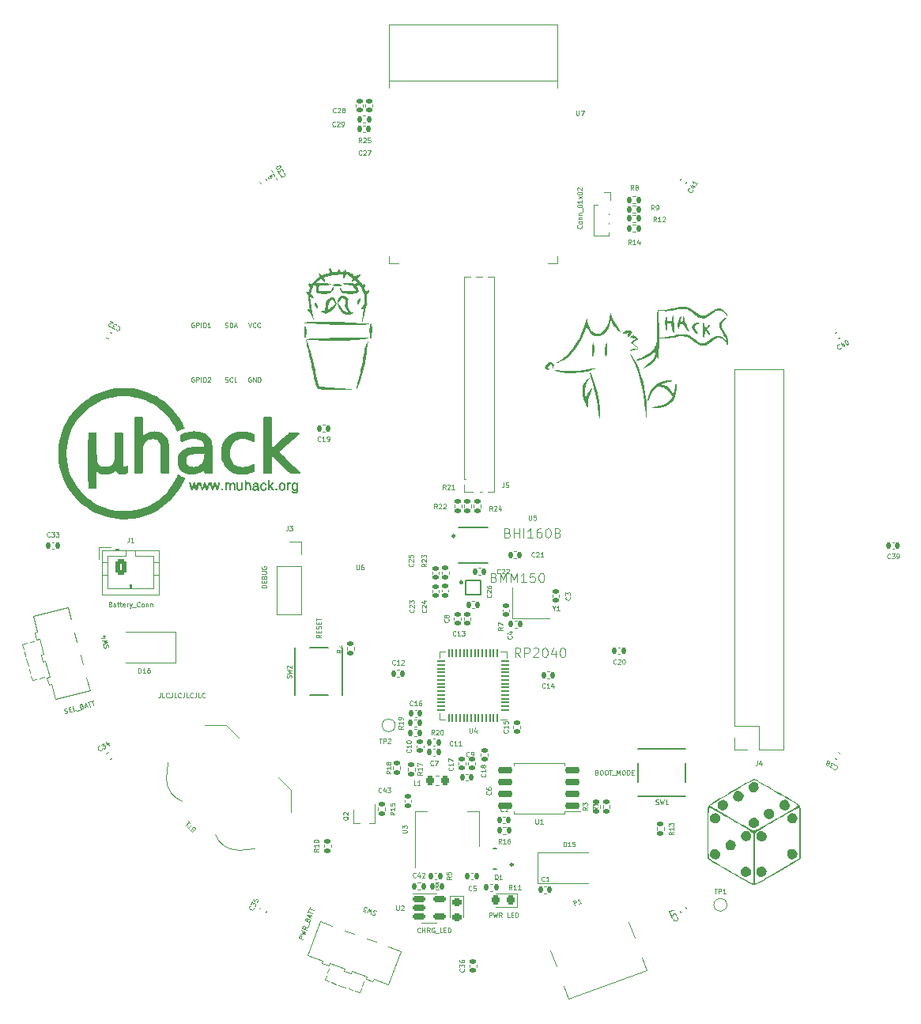
<source format=gbr>
%TF.GenerationSoftware,KiCad,Pcbnew,(6.0.8)*%
%TF.CreationDate,2022-10-27T23:25:15+02:00*%
%TF.ProjectId,Badge,42616467-652e-46b6-9963-61645f706362,rev?*%
%TF.SameCoordinates,Original*%
%TF.FileFunction,Legend,Top*%
%TF.FilePolarity,Positive*%
%FSLAX46Y46*%
G04 Gerber Fmt 4.6, Leading zero omitted, Abs format (unit mm)*
G04 Created by KiCad (PCBNEW (6.0.8)) date 2022-10-27 23:25:15*
%MOMM*%
%LPD*%
G01*
G04 APERTURE LIST*
G04 Aperture macros list*
%AMRoundRect*
0 Rectangle with rounded corners*
0 $1 Rounding radius*
0 $2 $3 $4 $5 $6 $7 $8 $9 X,Y pos of 4 corners*
0 Add a 4 corners polygon primitive as box body*
4,1,4,$2,$3,$4,$5,$6,$7,$8,$9,$2,$3,0*
0 Add four circle primitives for the rounded corners*
1,1,$1+$1,$2,$3*
1,1,$1+$1,$4,$5*
1,1,$1+$1,$6,$7*
1,1,$1+$1,$8,$9*
0 Add four rect primitives between the rounded corners*
20,1,$1+$1,$2,$3,$4,$5,0*
20,1,$1+$1,$4,$5,$6,$7,0*
20,1,$1+$1,$6,$7,$8,$9,0*
20,1,$1+$1,$8,$9,$2,$3,0*%
%AMHorizOval*
0 Thick line with rounded ends*
0 $1 width*
0 $2 $3 position (X,Y) of the first rounded end (center of the circle)*
0 $4 $5 position (X,Y) of the second rounded end (center of the circle)*
0 Add line between two ends*
20,1,$1,$2,$3,$4,$5,0*
0 Add two circle primitives to create the rounded ends*
1,1,$1,$2,$3*
1,1,$1,$4,$5*%
%AMRotRect*
0 Rectangle, with rotation*
0 The origin of the aperture is its center*
0 $1 length*
0 $2 width*
0 $3 Rotation angle, in degrees counterclockwise*
0 Add horizontal line*
21,1,$1,$2,0,0,$3*%
%AMFreePoly0*
4,1,6,0.175000,0.019000,0.175000,-0.100000,-0.175000,-0.100000,-0.175000,0.100000,0.094000,0.100000,0.175000,0.019000,0.175000,0.019000,$1*%
%AMFreePoly1*
4,1,6,0.175000,-0.019000,0.094000,-0.100000,-0.175000,-0.100000,-0.175000,0.100000,0.175000,0.100000,0.175000,-0.019000,0.175000,-0.019000,$1*%
%AMFreePoly2*
4,1,6,0.100000,-0.175000,-0.100000,-0.175000,-0.100000,0.094000,-0.019000,0.175000,0.100000,0.175000,0.100000,-0.175000,0.100000,-0.175000,$1*%
%AMFreePoly3*
4,1,6,0.100000,0.094000,0.100000,-0.175000,-0.100000,-0.175000,-0.100000,0.175000,0.019000,0.175000,0.100000,0.094000,0.100000,0.094000,$1*%
%AMFreePoly4*
4,1,6,0.175000,-0.100000,-0.094000,-0.100000,-0.175000,-0.019000,-0.175000,0.100000,0.175000,0.100000,0.175000,-0.100000,0.175000,-0.100000,$1*%
%AMFreePoly5*
4,1,6,0.175000,-0.100000,-0.175000,-0.100000,-0.175000,0.019000,-0.094000,0.100000,0.175000,0.100000,0.175000,-0.100000,0.175000,-0.100000,$1*%
%AMFreePoly6*
4,1,6,0.100000,-0.094000,0.019000,-0.175000,-0.100000,-0.175000,-0.100000,0.175000,0.100000,0.175000,0.100000,-0.094000,0.100000,-0.094000,$1*%
%AMFreePoly7*
4,1,6,0.100000,-0.175000,-0.019000,-0.175000,-0.100000,-0.094000,-0.100000,0.175000,0.100000,0.175000,0.100000,-0.175000,0.100000,-0.175000,$1*%
G04 Aperture macros list end*
%ADD10C,0.100000*%
%ADD11C,0.120000*%
%ADD12C,0.150000*%
%ADD13C,0.250000*%
%ADD14C,0.200000*%
%ADD15RoundRect,0.140000X-0.140000X-0.170000X0.140000X-0.170000X0.140000X0.170000X-0.140000X0.170000X0*%
%ADD16C,0.600000*%
%ADD17RotRect,0.600000X1.160000X20.000000*%
%ADD18RotRect,0.300000X1.160000X200.000000*%
%ADD19HorizOval,0.900000X-0.188111X0.516831X0.188111X-0.516831X0*%
%ADD20HorizOval,0.900000X-0.136808X0.375877X0.136808X-0.375877X0*%
%ADD21RoundRect,0.218750X0.218750X0.256250X-0.218750X0.256250X-0.218750X-0.256250X0.218750X-0.256250X0*%
%ADD22RoundRect,0.135000X0.135000X0.185000X-0.135000X0.185000X-0.135000X-0.185000X0.135000X-0.185000X0*%
%ADD23RoundRect,0.135000X0.185000X-0.135000X0.185000X0.135000X-0.185000X0.135000X-0.185000X-0.135000X0*%
%ADD24R,1.700000X1.700000*%
%ADD25O,1.700000X1.700000*%
%ADD26RoundRect,0.140000X0.206244X0.077224X-0.036244X0.217224X-0.206244X-0.077224X0.036244X-0.217224X0*%
%ADD27RoundRect,0.140000X-0.170000X0.140000X-0.170000X-0.140000X0.170000X-0.140000X0.170000X0.140000X0*%
%ADD28RoundRect,0.140000X0.140000X0.170000X-0.140000X0.170000X-0.140000X-0.170000X0.140000X-0.170000X0*%
%ADD29RoundRect,0.140000X-0.217224X0.036244X-0.077224X-0.206244X0.217224X-0.036244X0.077224X0.206244X0*%
%ADD30RoundRect,0.050000X0.387500X0.050000X-0.387500X0.050000X-0.387500X-0.050000X0.387500X-0.050000X0*%
%ADD31RoundRect,0.050000X0.050000X0.387500X-0.050000X0.387500X-0.050000X-0.387500X0.050000X-0.387500X0*%
%ADD32R,3.200000X3.200000*%
%ADD33FreePoly0,0.000000*%
%ADD34R,0.350000X0.200000*%
%ADD35FreePoly1,0.000000*%
%ADD36FreePoly2,0.000000*%
%ADD37R,0.200000X0.350000*%
%ADD38FreePoly3,0.000000*%
%ADD39FreePoly4,0.000000*%
%ADD40FreePoly5,0.000000*%
%ADD41FreePoly6,0.000000*%
%ADD42FreePoly7,0.000000*%
%ADD43RoundRect,0.135000X-0.185000X0.135000X-0.185000X-0.135000X0.185000X-0.135000X0.185000X0.135000X0*%
%ADD44RoundRect,0.135000X-0.135000X-0.185000X0.135000X-0.185000X0.135000X0.185000X-0.135000X0.185000X0*%
%ADD45RotRect,2.500000X5.100000X315.000000*%
%ADD46C,10.200000*%
%ADD47C,0.212500*%
%ADD48RoundRect,0.140000X-0.036244X-0.217224X0.206244X-0.077224X0.036244X0.217224X-0.206244X0.077224X0*%
%ADD49RoundRect,0.140000X-0.206244X-0.077224X0.036244X-0.217224X0.206244X0.077224X-0.036244X0.217224X0*%
%ADD50R,0.750000X1.000000*%
%ADD51RoundRect,0.140000X0.036244X0.217224X-0.206244X0.077224X-0.036244X-0.217224X0.206244X-0.077224X0*%
%ADD52RoundRect,0.250000X-0.350000X-0.625000X0.350000X-0.625000X0.350000X0.625000X-0.350000X0.625000X0*%
%ADD53O,1.200000X1.750000*%
%ADD54RoundRect,0.140000X0.170000X-0.140000X0.170000X0.140000X-0.170000X0.140000X-0.170000X-0.140000X0*%
%ADD55R,1.000000X1.000000*%
%ADD56O,1.000000X1.000000*%
%ADD57R,1.400000X1.200000*%
%ADD58C,1.000000*%
%ADD59R,1.500000X0.900000*%
%ADD60R,0.900000X1.500000*%
%ADD61R,0.900000X0.900000*%
%ADD62R,2.500000X1.800000*%
%ADD63RoundRect,0.150000X-0.512500X-0.150000X0.512500X-0.150000X0.512500X0.150000X-0.512500X0.150000X0*%
%ADD64R,0.850000X0.850000*%
%ADD65O,0.850000X0.850000*%
%ADD66RoundRect,0.140000X0.077224X-0.206244X0.217224X0.036244X-0.077224X0.206244X-0.217224X-0.036244X0*%
%ADD67RoundRect,0.140000X0.217224X-0.036244X0.077224X0.206244X-0.217224X0.036244X-0.077224X-0.206244X0*%
%ADD68R,1.500000X2.000000*%
%ADD69R,3.800000X2.000000*%
%ADD70R,0.660400X0.406400*%
%ADD71RoundRect,0.140000X-0.077224X0.206244X-0.217224X-0.036244X0.077224X-0.206244X0.217224X0.036244X0*%
%ADD72RoundRect,0.150000X0.650000X0.150000X-0.650000X0.150000X-0.650000X-0.150000X0.650000X-0.150000X0*%
%ADD73RoundRect,0.218750X-0.256250X0.218750X-0.256250X-0.218750X0.256250X-0.218750X0.256250X0.218750X0*%
%ADD74C,0.900000*%
%ADD75RotRect,1.250000X2.500000X340.000000*%
%ADD76R,1.000000X0.750000*%
%ADD77RotRect,1.250000X2.500000X285.000000*%
%ADD78R,0.450000X0.700000*%
%ADD79R,1.727200X1.727200*%
%ADD80C,1.727200*%
%ADD81O,1.727200X1.727200*%
G04 APERTURE END LIST*
D10*
X66490476Y-115786190D02*
X66490476Y-116143333D01*
X66466666Y-116214761D01*
X66419047Y-116262380D01*
X66347619Y-116286190D01*
X66300000Y-116286190D01*
X66966666Y-116286190D02*
X66728571Y-116286190D01*
X66728571Y-115786190D01*
X67419047Y-116238571D02*
X67395238Y-116262380D01*
X67323809Y-116286190D01*
X67276190Y-116286190D01*
X67204761Y-116262380D01*
X67157142Y-116214761D01*
X67133333Y-116167142D01*
X67109523Y-116071904D01*
X67109523Y-116000476D01*
X67133333Y-115905238D01*
X67157142Y-115857619D01*
X67204761Y-115810000D01*
X67276190Y-115786190D01*
X67323809Y-115786190D01*
X67395238Y-115810000D01*
X67419047Y-115833809D01*
X67776190Y-115786190D02*
X67776190Y-116143333D01*
X67752380Y-116214761D01*
X67704761Y-116262380D01*
X67633333Y-116286190D01*
X67585714Y-116286190D01*
X68252380Y-116286190D02*
X68014285Y-116286190D01*
X68014285Y-115786190D01*
X68704761Y-116238571D02*
X68680952Y-116262380D01*
X68609523Y-116286190D01*
X68561904Y-116286190D01*
X68490476Y-116262380D01*
X68442857Y-116214761D01*
X68419047Y-116167142D01*
X68395238Y-116071904D01*
X68395238Y-116000476D01*
X68419047Y-115905238D01*
X68442857Y-115857619D01*
X68490476Y-115810000D01*
X68561904Y-115786190D01*
X68609523Y-115786190D01*
X68680952Y-115810000D01*
X68704761Y-115833809D01*
X69061904Y-115786190D02*
X69061904Y-116143333D01*
X69038095Y-116214761D01*
X68990476Y-116262380D01*
X68919047Y-116286190D01*
X68871428Y-116286190D01*
X69538095Y-116286190D02*
X69300000Y-116286190D01*
X69300000Y-115786190D01*
X69990476Y-116238571D02*
X69966666Y-116262380D01*
X69895238Y-116286190D01*
X69847619Y-116286190D01*
X69776190Y-116262380D01*
X69728571Y-116214761D01*
X69704761Y-116167142D01*
X69680952Y-116071904D01*
X69680952Y-116000476D01*
X69704761Y-115905238D01*
X69728571Y-115857619D01*
X69776190Y-115810000D01*
X69847619Y-115786190D01*
X69895238Y-115786190D01*
X69966666Y-115810000D01*
X69990476Y-115833809D01*
X70347619Y-115786190D02*
X70347619Y-116143333D01*
X70323809Y-116214761D01*
X70276190Y-116262380D01*
X70204761Y-116286190D01*
X70157142Y-116286190D01*
X70823809Y-116286190D02*
X70585714Y-116286190D01*
X70585714Y-115786190D01*
X71276190Y-116238571D02*
X71252380Y-116262380D01*
X71180952Y-116286190D01*
X71133333Y-116286190D01*
X71061904Y-116262380D01*
X71014285Y-116214761D01*
X70990476Y-116167142D01*
X70966666Y-116071904D01*
X70966666Y-116000476D01*
X70990476Y-115905238D01*
X71014285Y-115857619D01*
X71061904Y-115810000D01*
X71133333Y-115786190D01*
X71180952Y-115786190D01*
X71252380Y-115810000D01*
X71276190Y-115833809D01*
%TO.C,C16*%
X93528571Y-117088571D02*
X93504761Y-117112380D01*
X93433333Y-117136190D01*
X93385714Y-117136190D01*
X93314285Y-117112380D01*
X93266666Y-117064761D01*
X93242857Y-117017142D01*
X93219047Y-116921904D01*
X93219047Y-116850476D01*
X93242857Y-116755238D01*
X93266666Y-116707619D01*
X93314285Y-116660000D01*
X93385714Y-116636190D01*
X93433333Y-116636190D01*
X93504761Y-116660000D01*
X93528571Y-116683809D01*
X94004761Y-117136190D02*
X93719047Y-117136190D01*
X93861904Y-117136190D02*
X93861904Y-116636190D01*
X93814285Y-116707619D01*
X93766666Y-116755238D01*
X93719047Y-116779047D01*
X94433333Y-116636190D02*
X94338095Y-116636190D01*
X94290476Y-116660000D01*
X94266666Y-116683809D01*
X94219047Y-116755238D01*
X94195238Y-116850476D01*
X94195238Y-117040952D01*
X94219047Y-117088571D01*
X94242857Y-117112380D01*
X94290476Y-117136190D01*
X94385714Y-117136190D01*
X94433333Y-117112380D01*
X94457142Y-117088571D01*
X94480952Y-117040952D01*
X94480952Y-116921904D01*
X94457142Y-116874285D01*
X94433333Y-116850476D01*
X94385714Y-116826666D01*
X94290476Y-116826666D01*
X94242857Y-116850476D01*
X94219047Y-116874285D01*
X94195238Y-116921904D01*
%TO.C,C26*%
X101908571Y-105241428D02*
X101932380Y-105265238D01*
X101956190Y-105336666D01*
X101956190Y-105384285D01*
X101932380Y-105455714D01*
X101884761Y-105503333D01*
X101837142Y-105527142D01*
X101741904Y-105550952D01*
X101670476Y-105550952D01*
X101575238Y-105527142D01*
X101527619Y-105503333D01*
X101480000Y-105455714D01*
X101456190Y-105384285D01*
X101456190Y-105336666D01*
X101480000Y-105265238D01*
X101503809Y-105241428D01*
X101503809Y-105050952D02*
X101480000Y-105027142D01*
X101456190Y-104979523D01*
X101456190Y-104860476D01*
X101480000Y-104812857D01*
X101503809Y-104789047D01*
X101551428Y-104765238D01*
X101599047Y-104765238D01*
X101670476Y-104789047D01*
X101956190Y-105074761D01*
X101956190Y-104765238D01*
X101456190Y-104336666D02*
X101456190Y-104431904D01*
X101480000Y-104479523D01*
X101503809Y-104503333D01*
X101575238Y-104550952D01*
X101670476Y-104574761D01*
X101860952Y-104574761D01*
X101908571Y-104550952D01*
X101932380Y-104527142D01*
X101956190Y-104479523D01*
X101956190Y-104384285D01*
X101932380Y-104336666D01*
X101908571Y-104312857D01*
X101860952Y-104289047D01*
X101741904Y-104289047D01*
X101694285Y-104312857D01*
X101670476Y-104336666D01*
X101646666Y-104384285D01*
X101646666Y-104479523D01*
X101670476Y-104527142D01*
X101694285Y-104550952D01*
X101741904Y-104574761D01*
%TO.C,P1*%
X110884118Y-138522748D02*
X110713108Y-138052901D01*
X110892097Y-137987755D01*
X110944987Y-137993842D01*
X110975504Y-138008072D01*
X111014165Y-138044676D01*
X111038595Y-138111797D01*
X111032508Y-138164687D01*
X111018278Y-138195204D01*
X110981674Y-138233865D01*
X110802685Y-138299011D01*
X111600074Y-138262161D02*
X111331591Y-138359881D01*
X111465832Y-138311021D02*
X111294822Y-137841175D01*
X111274505Y-137924582D01*
X111246044Y-137985616D01*
X111209441Y-138024276D01*
%TO.C,L1*%
X93906666Y-125656190D02*
X93668571Y-125656190D01*
X93668571Y-125156190D01*
X94335238Y-125656190D02*
X94049523Y-125656190D01*
X94192380Y-125656190D02*
X94192380Y-125156190D01*
X94144761Y-125227619D01*
X94097142Y-125275238D01*
X94049523Y-125299047D01*
%TO.C,C22*%
X102898571Y-102968571D02*
X102874761Y-102992380D01*
X102803333Y-103016190D01*
X102755714Y-103016190D01*
X102684285Y-102992380D01*
X102636666Y-102944761D01*
X102612857Y-102897142D01*
X102589047Y-102801904D01*
X102589047Y-102730476D01*
X102612857Y-102635238D01*
X102636666Y-102587619D01*
X102684285Y-102540000D01*
X102755714Y-102516190D01*
X102803333Y-102516190D01*
X102874761Y-102540000D01*
X102898571Y-102563809D01*
X103089047Y-102563809D02*
X103112857Y-102540000D01*
X103160476Y-102516190D01*
X103279523Y-102516190D01*
X103327142Y-102540000D01*
X103350952Y-102563809D01*
X103374761Y-102611428D01*
X103374761Y-102659047D01*
X103350952Y-102730476D01*
X103065238Y-103016190D01*
X103374761Y-103016190D01*
X103565238Y-102563809D02*
X103589047Y-102540000D01*
X103636666Y-102516190D01*
X103755714Y-102516190D01*
X103803333Y-102540000D01*
X103827142Y-102563809D01*
X103850952Y-102611428D01*
X103850952Y-102659047D01*
X103827142Y-102730476D01*
X103541428Y-103016190D01*
X103850952Y-103016190D01*
%TO.C,R20*%
X95838571Y-120256190D02*
X95671904Y-120018095D01*
X95552857Y-120256190D02*
X95552857Y-119756190D01*
X95743333Y-119756190D01*
X95790952Y-119780000D01*
X95814761Y-119803809D01*
X95838571Y-119851428D01*
X95838571Y-119922857D01*
X95814761Y-119970476D01*
X95790952Y-119994285D01*
X95743333Y-120018095D01*
X95552857Y-120018095D01*
X96029047Y-119803809D02*
X96052857Y-119780000D01*
X96100476Y-119756190D01*
X96219523Y-119756190D01*
X96267142Y-119780000D01*
X96290952Y-119803809D01*
X96314761Y-119851428D01*
X96314761Y-119899047D01*
X96290952Y-119970476D01*
X96005238Y-120256190D01*
X96314761Y-120256190D01*
X96624285Y-119756190D02*
X96671904Y-119756190D01*
X96719523Y-119780000D01*
X96743333Y-119803809D01*
X96767142Y-119851428D01*
X96790952Y-119946666D01*
X96790952Y-120065714D01*
X96767142Y-120160952D01*
X96743333Y-120208571D01*
X96719523Y-120232380D01*
X96671904Y-120256190D01*
X96624285Y-120256190D01*
X96576666Y-120232380D01*
X96552857Y-120208571D01*
X96529047Y-120160952D01*
X96505238Y-120065714D01*
X96505238Y-119946666D01*
X96529047Y-119851428D01*
X96552857Y-119803809D01*
X96576666Y-119780000D01*
X96624285Y-119756190D01*
%TO.C,R17*%
X94526190Y-124251428D02*
X94288095Y-124418095D01*
X94526190Y-124537142D02*
X94026190Y-124537142D01*
X94026190Y-124346666D01*
X94050000Y-124299047D01*
X94073809Y-124275238D01*
X94121428Y-124251428D01*
X94192857Y-124251428D01*
X94240476Y-124275238D01*
X94264285Y-124299047D01*
X94288095Y-124346666D01*
X94288095Y-124537142D01*
X94526190Y-123775238D02*
X94526190Y-124060952D01*
X94526190Y-123918095D02*
X94026190Y-123918095D01*
X94097619Y-123965714D01*
X94145238Y-124013333D01*
X94169047Y-124060952D01*
X94026190Y-123608571D02*
X94026190Y-123275238D01*
X94526190Y-123489523D01*
%TO.C,J3*%
X80143333Y-97886190D02*
X80143333Y-98243333D01*
X80119523Y-98314761D01*
X80071904Y-98362380D01*
X80000476Y-98386190D01*
X79952857Y-98386190D01*
X80333809Y-97886190D02*
X80643333Y-97886190D01*
X80476666Y-98076666D01*
X80548095Y-98076666D01*
X80595714Y-98100476D01*
X80619523Y-98124285D01*
X80643333Y-98171904D01*
X80643333Y-98290952D01*
X80619523Y-98338571D01*
X80595714Y-98362380D01*
X80548095Y-98386190D01*
X80405238Y-98386190D01*
X80357619Y-98362380D01*
X80333809Y-98338571D01*
X77871190Y-104499047D02*
X77371190Y-104499047D01*
X77371190Y-104380000D01*
X77395000Y-104308571D01*
X77442619Y-104260952D01*
X77490238Y-104237142D01*
X77585476Y-104213333D01*
X77656904Y-104213333D01*
X77752142Y-104237142D01*
X77799761Y-104260952D01*
X77847380Y-104308571D01*
X77871190Y-104380000D01*
X77871190Y-104499047D01*
X77609285Y-103999047D02*
X77609285Y-103832380D01*
X77871190Y-103760952D02*
X77871190Y-103999047D01*
X77371190Y-103999047D01*
X77371190Y-103760952D01*
X77609285Y-103380000D02*
X77633095Y-103308571D01*
X77656904Y-103284761D01*
X77704523Y-103260952D01*
X77775952Y-103260952D01*
X77823571Y-103284761D01*
X77847380Y-103308571D01*
X77871190Y-103356190D01*
X77871190Y-103546666D01*
X77371190Y-103546666D01*
X77371190Y-103380000D01*
X77395000Y-103332380D01*
X77418809Y-103308571D01*
X77466428Y-103284761D01*
X77514047Y-103284761D01*
X77561666Y-103308571D01*
X77585476Y-103332380D01*
X77609285Y-103380000D01*
X77609285Y-103546666D01*
X77371190Y-103046666D02*
X77775952Y-103046666D01*
X77823571Y-103022857D01*
X77847380Y-102999047D01*
X77871190Y-102951428D01*
X77871190Y-102856190D01*
X77847380Y-102808571D01*
X77823571Y-102784761D01*
X77775952Y-102760952D01*
X77371190Y-102760952D01*
X77395000Y-102260952D02*
X77371190Y-102308571D01*
X77371190Y-102380000D01*
X77395000Y-102451428D01*
X77442619Y-102499047D01*
X77490238Y-102522857D01*
X77585476Y-102546666D01*
X77656904Y-102546666D01*
X77752142Y-102522857D01*
X77799761Y-102499047D01*
X77847380Y-102451428D01*
X77871190Y-102380000D01*
X77871190Y-102332380D01*
X77847380Y-102260952D01*
X77823571Y-102237142D01*
X77656904Y-102237142D01*
X77656904Y-102332380D01*
%TO.C,C38*%
X138787651Y-123510655D02*
X138820175Y-123501941D01*
X138893939Y-123517035D01*
X138935178Y-123540845D01*
X138985132Y-123597179D01*
X139002562Y-123662227D01*
X138999372Y-123715371D01*
X138972373Y-123809755D01*
X138936658Y-123871614D01*
X138868420Y-123942188D01*
X138823991Y-123971522D01*
X138758942Y-123988952D01*
X138685178Y-123973857D01*
X138643939Y-123950048D01*
X138593984Y-123893714D01*
X138585270Y-123861189D01*
X138417122Y-123819095D02*
X138149067Y-123664334D01*
X138388643Y-123582710D01*
X138326784Y-123546995D01*
X138297449Y-123502566D01*
X138288734Y-123470042D01*
X138291924Y-123416898D01*
X138351448Y-123313799D01*
X138395877Y-123284465D01*
X138428402Y-123275750D01*
X138481546Y-123278940D01*
X138605264Y-123350368D01*
X138634598Y-123394798D01*
X138643313Y-123427322D01*
X138008774Y-123335900D02*
X138038109Y-123380329D01*
X138046823Y-123412853D01*
X138043634Y-123465997D01*
X138031729Y-123486617D01*
X137987300Y-123515951D01*
X137954775Y-123524666D01*
X137901631Y-123521476D01*
X137819153Y-123473857D01*
X137789818Y-123429428D01*
X137781103Y-123396904D01*
X137784293Y-123343760D01*
X137796198Y-123323140D01*
X137840627Y-123293806D01*
X137873151Y-123285091D01*
X137926295Y-123288280D01*
X138008774Y-123335900D01*
X138061918Y-123339089D01*
X138094443Y-123330375D01*
X138138872Y-123301040D01*
X138186491Y-123218561D01*
X138189681Y-123165417D01*
X138180966Y-123132893D01*
X138151631Y-123088464D01*
X138069153Y-123040845D01*
X138016008Y-123037655D01*
X137983484Y-123046370D01*
X137939055Y-123075704D01*
X137891436Y-123158183D01*
X137888246Y-123211327D01*
X137896961Y-123243851D01*
X137926295Y-123288280D01*
%TO.C,C10*%
X93318571Y-121831428D02*
X93342380Y-121855238D01*
X93366190Y-121926666D01*
X93366190Y-121974285D01*
X93342380Y-122045714D01*
X93294761Y-122093333D01*
X93247142Y-122117142D01*
X93151904Y-122140952D01*
X93080476Y-122140952D01*
X92985238Y-122117142D01*
X92937619Y-122093333D01*
X92890000Y-122045714D01*
X92866190Y-121974285D01*
X92866190Y-121926666D01*
X92890000Y-121855238D01*
X92913809Y-121831428D01*
X93366190Y-121355238D02*
X93366190Y-121640952D01*
X93366190Y-121498095D02*
X92866190Y-121498095D01*
X92937619Y-121545714D01*
X92985238Y-121593333D01*
X93009047Y-121640952D01*
X92866190Y-121045714D02*
X92866190Y-120998095D01*
X92890000Y-120950476D01*
X92913809Y-120926666D01*
X92961428Y-120902857D01*
X93056666Y-120879047D01*
X93175714Y-120879047D01*
X93270952Y-120902857D01*
X93318571Y-120926666D01*
X93342380Y-120950476D01*
X93366190Y-120998095D01*
X93366190Y-121045714D01*
X93342380Y-121093333D01*
X93318571Y-121117142D01*
X93270952Y-121140952D01*
X93175714Y-121164761D01*
X93056666Y-121164761D01*
X92961428Y-121140952D01*
X92913809Y-121117142D01*
X92890000Y-121093333D01*
X92866190Y-121045714D01*
%TO.C,C39*%
X144678571Y-101338571D02*
X144654761Y-101362380D01*
X144583333Y-101386190D01*
X144535714Y-101386190D01*
X144464285Y-101362380D01*
X144416666Y-101314761D01*
X144392857Y-101267142D01*
X144369047Y-101171904D01*
X144369047Y-101100476D01*
X144392857Y-101005238D01*
X144416666Y-100957619D01*
X144464285Y-100910000D01*
X144535714Y-100886190D01*
X144583333Y-100886190D01*
X144654761Y-100910000D01*
X144678571Y-100933809D01*
X144845238Y-100886190D02*
X145154761Y-100886190D01*
X144988095Y-101076666D01*
X145059523Y-101076666D01*
X145107142Y-101100476D01*
X145130952Y-101124285D01*
X145154761Y-101171904D01*
X145154761Y-101290952D01*
X145130952Y-101338571D01*
X145107142Y-101362380D01*
X145059523Y-101386190D01*
X144916666Y-101386190D01*
X144869047Y-101362380D01*
X144845238Y-101338571D01*
X145392857Y-101386190D02*
X145488095Y-101386190D01*
X145535714Y-101362380D01*
X145559523Y-101338571D01*
X145607142Y-101267142D01*
X145630952Y-101171904D01*
X145630952Y-100981428D01*
X145607142Y-100933809D01*
X145583333Y-100910000D01*
X145535714Y-100886190D01*
X145440476Y-100886190D01*
X145392857Y-100910000D01*
X145369047Y-100933809D01*
X145345238Y-100981428D01*
X145345238Y-101100476D01*
X145369047Y-101148095D01*
X145392857Y-101171904D01*
X145440476Y-101195714D01*
X145535714Y-101195714D01*
X145583333Y-101171904D01*
X145607142Y-101148095D01*
X145630952Y-101100476D01*
%TO.C,C30*%
X79709950Y-60099079D02*
X79742475Y-60107794D01*
X79798809Y-60157748D01*
X79822618Y-60198987D01*
X79837713Y-60272751D01*
X79820283Y-60337800D01*
X79790948Y-60382229D01*
X79720375Y-60450468D01*
X79658516Y-60486182D01*
X79564132Y-60513182D01*
X79510988Y-60516371D01*
X79445939Y-60498942D01*
X79389605Y-60448987D01*
X79365796Y-60407748D01*
X79350701Y-60333984D01*
X79359416Y-60301460D01*
X79234843Y-60180932D02*
X79080082Y-59912877D01*
X79328372Y-59961976D01*
X79292658Y-59900117D01*
X79289468Y-59846973D01*
X79298183Y-59814449D01*
X79327517Y-59770019D01*
X79430616Y-59710496D01*
X79483760Y-59707306D01*
X79516284Y-59716021D01*
X79560713Y-59745355D01*
X79632142Y-59869073D01*
X79635332Y-59922217D01*
X79626617Y-59954742D01*
X78925320Y-59644821D02*
X78901510Y-59603582D01*
X78898320Y-59550438D01*
X78907035Y-59517913D01*
X78936370Y-59473484D01*
X79006944Y-59405245D01*
X79110042Y-59345722D01*
X79204425Y-59318722D01*
X79257569Y-59315532D01*
X79290094Y-59324247D01*
X79334523Y-59353582D01*
X79358332Y-59394821D01*
X79361522Y-59447965D01*
X79352807Y-59480490D01*
X79323473Y-59524919D01*
X79252899Y-59593157D01*
X79149801Y-59652681D01*
X79055417Y-59679681D01*
X79002273Y-59682870D01*
X78969749Y-59674156D01*
X78925320Y-59644821D01*
%TO.C,U4*%
X99619047Y-119546190D02*
X99619047Y-119950952D01*
X99642857Y-119998571D01*
X99666666Y-120022380D01*
X99714285Y-120046190D01*
X99809523Y-120046190D01*
X99857142Y-120022380D01*
X99880952Y-119998571D01*
X99904761Y-119950952D01*
X99904761Y-119546190D01*
X100357142Y-119712857D02*
X100357142Y-120046190D01*
X100238095Y-119522380D02*
X100119047Y-119879523D01*
X100428571Y-119879523D01*
X105074761Y-111962380D02*
X104741428Y-111486190D01*
X104503333Y-111962380D02*
X104503333Y-110962380D01*
X104884285Y-110962380D01*
X104979523Y-111010000D01*
X105027142Y-111057619D01*
X105074761Y-111152857D01*
X105074761Y-111295714D01*
X105027142Y-111390952D01*
X104979523Y-111438571D01*
X104884285Y-111486190D01*
X104503333Y-111486190D01*
X105503333Y-111962380D02*
X105503333Y-110962380D01*
X105884285Y-110962380D01*
X105979523Y-111010000D01*
X106027142Y-111057619D01*
X106074761Y-111152857D01*
X106074761Y-111295714D01*
X106027142Y-111390952D01*
X105979523Y-111438571D01*
X105884285Y-111486190D01*
X105503333Y-111486190D01*
X106455714Y-111057619D02*
X106503333Y-111010000D01*
X106598571Y-110962380D01*
X106836666Y-110962380D01*
X106931904Y-111010000D01*
X106979523Y-111057619D01*
X107027142Y-111152857D01*
X107027142Y-111248095D01*
X106979523Y-111390952D01*
X106408095Y-111962380D01*
X107027142Y-111962380D01*
X107646190Y-110962380D02*
X107741428Y-110962380D01*
X107836666Y-111010000D01*
X107884285Y-111057619D01*
X107931904Y-111152857D01*
X107979523Y-111343333D01*
X107979523Y-111581428D01*
X107931904Y-111771904D01*
X107884285Y-111867142D01*
X107836666Y-111914761D01*
X107741428Y-111962380D01*
X107646190Y-111962380D01*
X107550952Y-111914761D01*
X107503333Y-111867142D01*
X107455714Y-111771904D01*
X107408095Y-111581428D01*
X107408095Y-111343333D01*
X107455714Y-111152857D01*
X107503333Y-111057619D01*
X107550952Y-111010000D01*
X107646190Y-110962380D01*
X108836666Y-111295714D02*
X108836666Y-111962380D01*
X108598571Y-110914761D02*
X108360476Y-111629047D01*
X108979523Y-111629047D01*
X109550952Y-110962380D02*
X109646190Y-110962380D01*
X109741428Y-111010000D01*
X109789047Y-111057619D01*
X109836666Y-111152857D01*
X109884285Y-111343333D01*
X109884285Y-111581428D01*
X109836666Y-111771904D01*
X109789047Y-111867142D01*
X109741428Y-111914761D01*
X109646190Y-111962380D01*
X109550952Y-111962380D01*
X109455714Y-111914761D01*
X109408095Y-111867142D01*
X109360476Y-111771904D01*
X109312857Y-111581428D01*
X109312857Y-111343333D01*
X109360476Y-111152857D01*
X109408095Y-111057619D01*
X109455714Y-111010000D01*
X109550952Y-110962380D01*
%TO.C,C33*%
X54678571Y-99018571D02*
X54654761Y-99042380D01*
X54583333Y-99066190D01*
X54535714Y-99066190D01*
X54464285Y-99042380D01*
X54416666Y-98994761D01*
X54392857Y-98947142D01*
X54369047Y-98851904D01*
X54369047Y-98780476D01*
X54392857Y-98685238D01*
X54416666Y-98637619D01*
X54464285Y-98590000D01*
X54535714Y-98566190D01*
X54583333Y-98566190D01*
X54654761Y-98590000D01*
X54678571Y-98613809D01*
X54845238Y-98566190D02*
X55154761Y-98566190D01*
X54988095Y-98756666D01*
X55059523Y-98756666D01*
X55107142Y-98780476D01*
X55130952Y-98804285D01*
X55154761Y-98851904D01*
X55154761Y-98970952D01*
X55130952Y-99018571D01*
X55107142Y-99042380D01*
X55059523Y-99066190D01*
X54916666Y-99066190D01*
X54869047Y-99042380D01*
X54845238Y-99018571D01*
X55321428Y-98566190D02*
X55630952Y-98566190D01*
X55464285Y-98756666D01*
X55535714Y-98756666D01*
X55583333Y-98780476D01*
X55607142Y-98804285D01*
X55630952Y-98851904D01*
X55630952Y-98970952D01*
X55607142Y-99018571D01*
X55583333Y-99042380D01*
X55535714Y-99066190D01*
X55392857Y-99066190D01*
X55345238Y-99042380D01*
X55321428Y-99018571D01*
%TO.C,U5*%
X105974047Y-96766190D02*
X105974047Y-97170952D01*
X105997857Y-97218571D01*
X106021666Y-97242380D01*
X106069285Y-97266190D01*
X106164523Y-97266190D01*
X106212142Y-97242380D01*
X106235952Y-97218571D01*
X106259761Y-97170952D01*
X106259761Y-96766190D01*
X106735952Y-96766190D02*
X106497857Y-96766190D01*
X106474047Y-97004285D01*
X106497857Y-96980476D01*
X106545476Y-96956666D01*
X106664523Y-96956666D01*
X106712142Y-96980476D01*
X106735952Y-97004285D01*
X106759761Y-97051904D01*
X106759761Y-97170952D01*
X106735952Y-97218571D01*
X106712142Y-97242380D01*
X106664523Y-97266190D01*
X106545476Y-97266190D01*
X106497857Y-97242380D01*
X106474047Y-97218571D01*
X103700952Y-98638571D02*
X103843809Y-98686190D01*
X103891428Y-98733809D01*
X103939047Y-98829047D01*
X103939047Y-98971904D01*
X103891428Y-99067142D01*
X103843809Y-99114761D01*
X103748571Y-99162380D01*
X103367619Y-99162380D01*
X103367619Y-98162380D01*
X103700952Y-98162380D01*
X103796190Y-98210000D01*
X103843809Y-98257619D01*
X103891428Y-98352857D01*
X103891428Y-98448095D01*
X103843809Y-98543333D01*
X103796190Y-98590952D01*
X103700952Y-98638571D01*
X103367619Y-98638571D01*
X104367619Y-99162380D02*
X104367619Y-98162380D01*
X104367619Y-98638571D02*
X104939047Y-98638571D01*
X104939047Y-99162380D02*
X104939047Y-98162380D01*
X105415238Y-99162380D02*
X105415238Y-98162380D01*
X106415238Y-99162380D02*
X105843809Y-99162380D01*
X106129523Y-99162380D02*
X106129523Y-98162380D01*
X106034285Y-98305238D01*
X105939047Y-98400476D01*
X105843809Y-98448095D01*
X107272380Y-98162380D02*
X107081904Y-98162380D01*
X106986666Y-98210000D01*
X106939047Y-98257619D01*
X106843809Y-98400476D01*
X106796190Y-98590952D01*
X106796190Y-98971904D01*
X106843809Y-99067142D01*
X106891428Y-99114761D01*
X106986666Y-99162380D01*
X107177142Y-99162380D01*
X107272380Y-99114761D01*
X107320000Y-99067142D01*
X107367619Y-98971904D01*
X107367619Y-98733809D01*
X107320000Y-98638571D01*
X107272380Y-98590952D01*
X107177142Y-98543333D01*
X106986666Y-98543333D01*
X106891428Y-98590952D01*
X106843809Y-98638571D01*
X106796190Y-98733809D01*
X107986666Y-98162380D02*
X108081904Y-98162380D01*
X108177142Y-98210000D01*
X108224761Y-98257619D01*
X108272380Y-98352857D01*
X108320000Y-98543333D01*
X108320000Y-98781428D01*
X108272380Y-98971904D01*
X108224761Y-99067142D01*
X108177142Y-99114761D01*
X108081904Y-99162380D01*
X107986666Y-99162380D01*
X107891428Y-99114761D01*
X107843809Y-99067142D01*
X107796190Y-98971904D01*
X107748571Y-98781428D01*
X107748571Y-98543333D01*
X107796190Y-98352857D01*
X107843809Y-98257619D01*
X107891428Y-98210000D01*
X107986666Y-98162380D01*
X109081904Y-98638571D02*
X109224761Y-98686190D01*
X109272380Y-98733809D01*
X109320000Y-98829047D01*
X109320000Y-98971904D01*
X109272380Y-99067142D01*
X109224761Y-99114761D01*
X109129523Y-99162380D01*
X108748571Y-99162380D01*
X108748571Y-98162380D01*
X109081904Y-98162380D01*
X109177142Y-98210000D01*
X109224761Y-98257619D01*
X109272380Y-98352857D01*
X109272380Y-98448095D01*
X109224761Y-98543333D01*
X109177142Y-98590952D01*
X109081904Y-98638571D01*
X108748571Y-98638571D01*
%TO.C,R15*%
X91626190Y-128541428D02*
X91388095Y-128708095D01*
X91626190Y-128827142D02*
X91126190Y-128827142D01*
X91126190Y-128636666D01*
X91150000Y-128589047D01*
X91173809Y-128565238D01*
X91221428Y-128541428D01*
X91292857Y-128541428D01*
X91340476Y-128565238D01*
X91364285Y-128589047D01*
X91388095Y-128636666D01*
X91388095Y-128827142D01*
X91626190Y-128065238D02*
X91626190Y-128350952D01*
X91626190Y-128208095D02*
X91126190Y-128208095D01*
X91197619Y-128255714D01*
X91245238Y-128303333D01*
X91269047Y-128350952D01*
X91126190Y-127612857D02*
X91126190Y-127850952D01*
X91364285Y-127874761D01*
X91340476Y-127850952D01*
X91316666Y-127803333D01*
X91316666Y-127684285D01*
X91340476Y-127636666D01*
X91364285Y-127612857D01*
X91411904Y-127589047D01*
X91530952Y-127589047D01*
X91578571Y-127612857D01*
X91602380Y-127636666D01*
X91626190Y-127684285D01*
X91626190Y-127803333D01*
X91602380Y-127850952D01*
X91578571Y-127874761D01*
%TO.C,R9*%
X119376666Y-64056190D02*
X119210000Y-63818095D01*
X119090952Y-64056190D02*
X119090952Y-63556190D01*
X119281428Y-63556190D01*
X119329047Y-63580000D01*
X119352857Y-63603809D01*
X119376666Y-63651428D01*
X119376666Y-63722857D01*
X119352857Y-63770476D01*
X119329047Y-63794285D01*
X119281428Y-63818095D01*
X119090952Y-63818095D01*
X119614761Y-64056190D02*
X119710000Y-64056190D01*
X119757619Y-64032380D01*
X119781428Y-64008571D01*
X119829047Y-63937142D01*
X119852857Y-63841904D01*
X119852857Y-63651428D01*
X119829047Y-63603809D01*
X119805238Y-63580000D01*
X119757619Y-63556190D01*
X119662380Y-63556190D01*
X119614761Y-63580000D01*
X119590952Y-63603809D01*
X119567142Y-63651428D01*
X119567142Y-63770476D01*
X119590952Y-63818095D01*
X119614761Y-63841904D01*
X119662380Y-63865714D01*
X119757619Y-63865714D01*
X119805238Y-63841904D01*
X119829047Y-63818095D01*
X119852857Y-63770476D01*
%TO.C,R19*%
X92496190Y-119331428D02*
X92258095Y-119498095D01*
X92496190Y-119617142D02*
X91996190Y-119617142D01*
X91996190Y-119426666D01*
X92020000Y-119379047D01*
X92043809Y-119355238D01*
X92091428Y-119331428D01*
X92162857Y-119331428D01*
X92210476Y-119355238D01*
X92234285Y-119379047D01*
X92258095Y-119426666D01*
X92258095Y-119617142D01*
X92496190Y-118855238D02*
X92496190Y-119140952D01*
X92496190Y-118998095D02*
X91996190Y-118998095D01*
X92067619Y-119045714D01*
X92115238Y-119093333D01*
X92139047Y-119140952D01*
X92496190Y-118617142D02*
X92496190Y-118521904D01*
X92472380Y-118474285D01*
X92448571Y-118450476D01*
X92377142Y-118402857D01*
X92281904Y-118379047D01*
X92091428Y-118379047D01*
X92043809Y-118402857D01*
X92020000Y-118426666D01*
X91996190Y-118474285D01*
X91996190Y-118569523D01*
X92020000Y-118617142D01*
X92043809Y-118640952D01*
X92091428Y-118664761D01*
X92210476Y-118664761D01*
X92258095Y-118640952D01*
X92281904Y-118617142D01*
X92305714Y-118569523D01*
X92305714Y-118474285D01*
X92281904Y-118426666D01*
X92258095Y-118402857D01*
X92210476Y-118379047D01*
%TO.C,C14*%
X107718571Y-115198571D02*
X107694761Y-115222380D01*
X107623333Y-115246190D01*
X107575714Y-115246190D01*
X107504285Y-115222380D01*
X107456666Y-115174761D01*
X107432857Y-115127142D01*
X107409047Y-115031904D01*
X107409047Y-114960476D01*
X107432857Y-114865238D01*
X107456666Y-114817619D01*
X107504285Y-114770000D01*
X107575714Y-114746190D01*
X107623333Y-114746190D01*
X107694761Y-114770000D01*
X107718571Y-114793809D01*
X108194761Y-115246190D02*
X107909047Y-115246190D01*
X108051904Y-115246190D02*
X108051904Y-114746190D01*
X108004285Y-114817619D01*
X107956666Y-114865238D01*
X107909047Y-114889047D01*
X108623333Y-114912857D02*
X108623333Y-115246190D01*
X108504285Y-114722380D02*
X108385238Y-115079523D01*
X108694761Y-115079523D01*
%TO.C,C42*%
X93878571Y-135488571D02*
X93854761Y-135512380D01*
X93783333Y-135536190D01*
X93735714Y-135536190D01*
X93664285Y-135512380D01*
X93616666Y-135464761D01*
X93592857Y-135417142D01*
X93569047Y-135321904D01*
X93569047Y-135250476D01*
X93592857Y-135155238D01*
X93616666Y-135107619D01*
X93664285Y-135060000D01*
X93735714Y-135036190D01*
X93783333Y-135036190D01*
X93854761Y-135060000D01*
X93878571Y-135083809D01*
X94307142Y-135202857D02*
X94307142Y-135536190D01*
X94188095Y-135012380D02*
X94069047Y-135369523D01*
X94378571Y-135369523D01*
X94545238Y-135083809D02*
X94569047Y-135060000D01*
X94616666Y-135036190D01*
X94735714Y-135036190D01*
X94783333Y-135060000D01*
X94807142Y-135083809D01*
X94830952Y-135131428D01*
X94830952Y-135179047D01*
X94807142Y-135250476D01*
X94521428Y-135536190D01*
X94830952Y-135536190D01*
%TO.C,BT1*%
X69959897Y-130375686D02*
X69926225Y-130308343D01*
X69926225Y-130274671D01*
X69943061Y-130224163D01*
X69993568Y-130173656D01*
X70044076Y-130156820D01*
X70077748Y-130156820D01*
X70128255Y-130173656D01*
X70262942Y-130308343D01*
X69909389Y-130661896D01*
X69791538Y-130544045D01*
X69774702Y-130493537D01*
X69774702Y-130459866D01*
X69791538Y-130409358D01*
X69825210Y-130375686D01*
X69875717Y-130358850D01*
X69909389Y-130358850D01*
X69959897Y-130375686D01*
X70077748Y-130493537D01*
X69606343Y-130358850D02*
X69404313Y-130156820D01*
X69858881Y-129904282D02*
X69505328Y-130257835D01*
X69454820Y-129500221D02*
X69656851Y-129702251D01*
X69555836Y-129601236D02*
X69202282Y-129954789D01*
X69286462Y-129937953D01*
X69353805Y-129937953D01*
X69404313Y-129954789D01*
%TO.C,R24*%
X102058571Y-96256190D02*
X101891904Y-96018095D01*
X101772857Y-96256190D02*
X101772857Y-95756190D01*
X101963333Y-95756190D01*
X102010952Y-95780000D01*
X102034761Y-95803809D01*
X102058571Y-95851428D01*
X102058571Y-95922857D01*
X102034761Y-95970476D01*
X102010952Y-95994285D01*
X101963333Y-96018095D01*
X101772857Y-96018095D01*
X102249047Y-95803809D02*
X102272857Y-95780000D01*
X102320476Y-95756190D01*
X102439523Y-95756190D01*
X102487142Y-95780000D01*
X102510952Y-95803809D01*
X102534761Y-95851428D01*
X102534761Y-95899047D01*
X102510952Y-95970476D01*
X102225238Y-96256190D01*
X102534761Y-96256190D01*
X102963333Y-95922857D02*
X102963333Y-96256190D01*
X102844285Y-95732380D02*
X102725238Y-96089523D01*
X103034761Y-96089523D01*
%TO.C,U6*%
X87504047Y-102066190D02*
X87504047Y-102470952D01*
X87527857Y-102518571D01*
X87551666Y-102542380D01*
X87599285Y-102566190D01*
X87694523Y-102566190D01*
X87742142Y-102542380D01*
X87765952Y-102518571D01*
X87789761Y-102470952D01*
X87789761Y-102066190D01*
X88242142Y-102066190D02*
X88146904Y-102066190D01*
X88099285Y-102090000D01*
X88075476Y-102113809D01*
X88027857Y-102185238D01*
X88004047Y-102280476D01*
X88004047Y-102470952D01*
X88027857Y-102518571D01*
X88051666Y-102542380D01*
X88099285Y-102566190D01*
X88194523Y-102566190D01*
X88242142Y-102542380D01*
X88265952Y-102518571D01*
X88289761Y-102470952D01*
X88289761Y-102351904D01*
X88265952Y-102304285D01*
X88242142Y-102280476D01*
X88194523Y-102256666D01*
X88099285Y-102256666D01*
X88051666Y-102280476D01*
X88027857Y-102304285D01*
X88004047Y-102351904D01*
X102230000Y-103418571D02*
X102372857Y-103466190D01*
X102420476Y-103513809D01*
X102468095Y-103609047D01*
X102468095Y-103751904D01*
X102420476Y-103847142D01*
X102372857Y-103894761D01*
X102277619Y-103942380D01*
X101896666Y-103942380D01*
X101896666Y-102942380D01*
X102230000Y-102942380D01*
X102325238Y-102990000D01*
X102372857Y-103037619D01*
X102420476Y-103132857D01*
X102420476Y-103228095D01*
X102372857Y-103323333D01*
X102325238Y-103370952D01*
X102230000Y-103418571D01*
X101896666Y-103418571D01*
X102896666Y-103942380D02*
X102896666Y-102942380D01*
X103230000Y-103656666D01*
X103563333Y-102942380D01*
X103563333Y-103942380D01*
X104039523Y-103942380D02*
X104039523Y-102942380D01*
X104372857Y-103656666D01*
X104706190Y-102942380D01*
X104706190Y-103942380D01*
X105706190Y-103942380D02*
X105134761Y-103942380D01*
X105420476Y-103942380D02*
X105420476Y-102942380D01*
X105325238Y-103085238D01*
X105230000Y-103180476D01*
X105134761Y-103228095D01*
X106610952Y-102942380D02*
X106134761Y-102942380D01*
X106087142Y-103418571D01*
X106134761Y-103370952D01*
X106230000Y-103323333D01*
X106468095Y-103323333D01*
X106563333Y-103370952D01*
X106610952Y-103418571D01*
X106658571Y-103513809D01*
X106658571Y-103751904D01*
X106610952Y-103847142D01*
X106563333Y-103894761D01*
X106468095Y-103942380D01*
X106230000Y-103942380D01*
X106134761Y-103894761D01*
X106087142Y-103847142D01*
X107277619Y-102942380D02*
X107372857Y-102942380D01*
X107468095Y-102990000D01*
X107515714Y-103037619D01*
X107563333Y-103132857D01*
X107610952Y-103323333D01*
X107610952Y-103561428D01*
X107563333Y-103751904D01*
X107515714Y-103847142D01*
X107468095Y-103894761D01*
X107372857Y-103942380D01*
X107277619Y-103942380D01*
X107182380Y-103894761D01*
X107134761Y-103847142D01*
X107087142Y-103751904D01*
X107039523Y-103561428D01*
X107039523Y-103323333D01*
X107087142Y-103132857D01*
X107134761Y-103037619D01*
X107182380Y-102990000D01*
X107277619Y-102942380D01*
%TO.C,LED3*%
X101724285Y-139796190D02*
X101724285Y-139296190D01*
X101914761Y-139296190D01*
X101962380Y-139320000D01*
X101986190Y-139343809D01*
X102010000Y-139391428D01*
X102010000Y-139462857D01*
X101986190Y-139510476D01*
X101962380Y-139534285D01*
X101914761Y-139558095D01*
X101724285Y-139558095D01*
X102176666Y-139296190D02*
X102295714Y-139796190D01*
X102390952Y-139439047D01*
X102486190Y-139796190D01*
X102605238Y-139296190D01*
X103081428Y-139796190D02*
X102914761Y-139558095D01*
X102795714Y-139796190D02*
X102795714Y-139296190D01*
X102986190Y-139296190D01*
X103033809Y-139320000D01*
X103057619Y-139343809D01*
X103081428Y-139391428D01*
X103081428Y-139462857D01*
X103057619Y-139510476D01*
X103033809Y-139534285D01*
X102986190Y-139558095D01*
X102795714Y-139558095D01*
X103914761Y-139796190D02*
X103676666Y-139796190D01*
X103676666Y-139296190D01*
X104081428Y-139534285D02*
X104248095Y-139534285D01*
X104319523Y-139796190D02*
X104081428Y-139796190D01*
X104081428Y-139296190D01*
X104319523Y-139296190D01*
X104533809Y-139796190D02*
X104533809Y-139296190D01*
X104652857Y-139296190D01*
X104724285Y-139320000D01*
X104771904Y-139367619D01*
X104795714Y-139415238D01*
X104819523Y-139510476D01*
X104819523Y-139581904D01*
X104795714Y-139677142D01*
X104771904Y-139724761D01*
X104724285Y-139772380D01*
X104652857Y-139796190D01*
X104533809Y-139796190D01*
%TO.C,C34*%
X60230920Y-121810772D02*
X60222205Y-121843297D01*
X60172251Y-121899631D01*
X60131012Y-121923440D01*
X60057248Y-121938535D01*
X59992199Y-121921105D01*
X59947770Y-121891770D01*
X59879531Y-121821197D01*
X59843817Y-121759338D01*
X59816817Y-121664954D01*
X59813628Y-121611810D01*
X59831057Y-121546761D01*
X59881012Y-121490427D01*
X59922251Y-121466618D01*
X59996015Y-121451523D01*
X60028539Y-121460238D01*
X60149067Y-121335665D02*
X60417122Y-121180904D01*
X60368023Y-121429194D01*
X60429882Y-121393480D01*
X60483026Y-121390290D01*
X60515550Y-121399005D01*
X60559980Y-121428339D01*
X60619503Y-121531438D01*
X60622693Y-121584582D01*
X60613978Y-121617106D01*
X60584644Y-121661535D01*
X60460926Y-121732964D01*
X60407782Y-121736154D01*
X60375257Y-121727439D01*
X60871610Y-121110955D02*
X61038276Y-121399631D01*
X60673273Y-121005522D02*
X60748746Y-121374341D01*
X61016802Y-121219579D01*
%TO.C,C32*%
X61947651Y-76501477D02*
X61980175Y-76492763D01*
X62053939Y-76507857D01*
X62095178Y-76531667D01*
X62145132Y-76588001D01*
X62162562Y-76653049D01*
X62159372Y-76706193D01*
X62132373Y-76800577D01*
X62096658Y-76862436D01*
X62028420Y-76933010D01*
X61983991Y-76962344D01*
X61918942Y-76979774D01*
X61845178Y-76964679D01*
X61803939Y-76940870D01*
X61753984Y-76884536D01*
X61745270Y-76852011D01*
X61577122Y-76809917D02*
X61309067Y-76655156D01*
X61548643Y-76573532D01*
X61486784Y-76537817D01*
X61457449Y-76493388D01*
X61448734Y-76460864D01*
X61451924Y-76407720D01*
X61511448Y-76304621D01*
X61555877Y-76275287D01*
X61588402Y-76266572D01*
X61641546Y-76269762D01*
X61765264Y-76341190D01*
X61794598Y-76385620D01*
X61803313Y-76418144D01*
X61167919Y-76518678D02*
X61135395Y-76527393D01*
X61082251Y-76524203D01*
X60979153Y-76464679D01*
X60949818Y-76420250D01*
X60941103Y-76387726D01*
X60944293Y-76334582D01*
X60968103Y-76293342D01*
X61024436Y-76243388D01*
X61414729Y-76138810D01*
X61146674Y-75984048D01*
%TO.C,SW2*%
X80529380Y-114178666D02*
X80553190Y-114107238D01*
X80553190Y-113988190D01*
X80529380Y-113940571D01*
X80505571Y-113916761D01*
X80457952Y-113892952D01*
X80410333Y-113892952D01*
X80362714Y-113916761D01*
X80338904Y-113940571D01*
X80315095Y-113988190D01*
X80291285Y-114083428D01*
X80267476Y-114131047D01*
X80243666Y-114154857D01*
X80196047Y-114178666D01*
X80148428Y-114178666D01*
X80100809Y-114154857D01*
X80077000Y-114131047D01*
X80053190Y-114083428D01*
X80053190Y-113964380D01*
X80077000Y-113892952D01*
X80053190Y-113726285D02*
X80553190Y-113607238D01*
X80196047Y-113512000D01*
X80553190Y-113416761D01*
X80053190Y-113297714D01*
X80100809Y-113131047D02*
X80077000Y-113107238D01*
X80053190Y-113059619D01*
X80053190Y-112940571D01*
X80077000Y-112892952D01*
X80100809Y-112869142D01*
X80148428Y-112845333D01*
X80196047Y-112845333D01*
X80267476Y-112869142D01*
X80553190Y-113154857D01*
X80553190Y-112845333D01*
X83706190Y-109571190D02*
X83468095Y-109737857D01*
X83706190Y-109856904D02*
X83206190Y-109856904D01*
X83206190Y-109666428D01*
X83230000Y-109618809D01*
X83253809Y-109595000D01*
X83301428Y-109571190D01*
X83372857Y-109571190D01*
X83420476Y-109595000D01*
X83444285Y-109618809D01*
X83468095Y-109666428D01*
X83468095Y-109856904D01*
X83444285Y-109356904D02*
X83444285Y-109190238D01*
X83706190Y-109118809D02*
X83706190Y-109356904D01*
X83206190Y-109356904D01*
X83206190Y-109118809D01*
X83682380Y-108928333D02*
X83706190Y-108856904D01*
X83706190Y-108737857D01*
X83682380Y-108690238D01*
X83658571Y-108666428D01*
X83610952Y-108642619D01*
X83563333Y-108642619D01*
X83515714Y-108666428D01*
X83491904Y-108690238D01*
X83468095Y-108737857D01*
X83444285Y-108833095D01*
X83420476Y-108880714D01*
X83396666Y-108904523D01*
X83349047Y-108928333D01*
X83301428Y-108928333D01*
X83253809Y-108904523D01*
X83230000Y-108880714D01*
X83206190Y-108833095D01*
X83206190Y-108714047D01*
X83230000Y-108642619D01*
X83444285Y-108428333D02*
X83444285Y-108261666D01*
X83706190Y-108190238D02*
X83706190Y-108428333D01*
X83206190Y-108428333D01*
X83206190Y-108190238D01*
X83206190Y-108047380D02*
X83206190Y-107761666D01*
X83706190Y-107904523D02*
X83206190Y-107904523D01*
%TO.C,R4*%
X96246666Y-136706190D02*
X96080000Y-136468095D01*
X95960952Y-136706190D02*
X95960952Y-136206190D01*
X96151428Y-136206190D01*
X96199047Y-136230000D01*
X96222857Y-136253809D01*
X96246666Y-136301428D01*
X96246666Y-136372857D01*
X96222857Y-136420476D01*
X96199047Y-136444285D01*
X96151428Y-136468095D01*
X95960952Y-136468095D01*
X96675238Y-136372857D02*
X96675238Y-136706190D01*
X96556190Y-136182380D02*
X96437142Y-136539523D01*
X96746666Y-136539523D01*
%TO.C,C40*%
X139390920Y-78819950D02*
X139382205Y-78852475D01*
X139332251Y-78908809D01*
X139291012Y-78932618D01*
X139217248Y-78947713D01*
X139152199Y-78930283D01*
X139107770Y-78900948D01*
X139039531Y-78830375D01*
X139003817Y-78768516D01*
X138976817Y-78674132D01*
X138973628Y-78620988D01*
X138991057Y-78555939D01*
X139041012Y-78499605D01*
X139082251Y-78475796D01*
X139156015Y-78460701D01*
X139188539Y-78469416D01*
X139619217Y-78358229D02*
X139785883Y-78646904D01*
X139420880Y-78252795D02*
X139496353Y-78621614D01*
X139764409Y-78466852D01*
X139845178Y-78035320D02*
X139886417Y-78011510D01*
X139939561Y-78008320D01*
X139972086Y-78017035D01*
X140016515Y-78046370D01*
X140084754Y-78116944D01*
X140144277Y-78220042D01*
X140171277Y-78314425D01*
X140174467Y-78367569D01*
X140165752Y-78400094D01*
X140136417Y-78444523D01*
X140095178Y-78468332D01*
X140042034Y-78471522D01*
X140009509Y-78462807D01*
X139965080Y-78433473D01*
X139896842Y-78362899D01*
X139837318Y-78259801D01*
X139810318Y-78165417D01*
X139807129Y-78112273D01*
X139815843Y-78079749D01*
X139845178Y-78035320D01*
%TO.C,C19*%
X83678571Y-88778571D02*
X83654761Y-88802380D01*
X83583333Y-88826190D01*
X83535714Y-88826190D01*
X83464285Y-88802380D01*
X83416666Y-88754761D01*
X83392857Y-88707142D01*
X83369047Y-88611904D01*
X83369047Y-88540476D01*
X83392857Y-88445238D01*
X83416666Y-88397619D01*
X83464285Y-88350000D01*
X83535714Y-88326190D01*
X83583333Y-88326190D01*
X83654761Y-88350000D01*
X83678571Y-88373809D01*
X84154761Y-88826190D02*
X83869047Y-88826190D01*
X84011904Y-88826190D02*
X84011904Y-88326190D01*
X83964285Y-88397619D01*
X83916666Y-88445238D01*
X83869047Y-88469047D01*
X84392857Y-88826190D02*
X84488095Y-88826190D01*
X84535714Y-88802380D01*
X84559523Y-88778571D01*
X84607142Y-88707142D01*
X84630952Y-88611904D01*
X84630952Y-88421428D01*
X84607142Y-88373809D01*
X84583333Y-88350000D01*
X84535714Y-88326190D01*
X84440476Y-88326190D01*
X84392857Y-88350000D01*
X84369047Y-88373809D01*
X84345238Y-88421428D01*
X84345238Y-88540476D01*
X84369047Y-88588095D01*
X84392857Y-88611904D01*
X84440476Y-88635714D01*
X84535714Y-88635714D01*
X84583333Y-88611904D01*
X84607142Y-88588095D01*
X84630952Y-88540476D01*
%TO.C,J1*%
X63153333Y-99146190D02*
X63153333Y-99503333D01*
X63129523Y-99574761D01*
X63081904Y-99622380D01*
X63010476Y-99646190D01*
X62962857Y-99646190D01*
X63653333Y-99646190D02*
X63367619Y-99646190D01*
X63510476Y-99646190D02*
X63510476Y-99146190D01*
X63462857Y-99217619D01*
X63415238Y-99265238D01*
X63367619Y-99289047D01*
X61165238Y-106284285D02*
X61236666Y-106308095D01*
X61260476Y-106331904D01*
X61284285Y-106379523D01*
X61284285Y-106450952D01*
X61260476Y-106498571D01*
X61236666Y-106522380D01*
X61189047Y-106546190D01*
X60998571Y-106546190D01*
X60998571Y-106046190D01*
X61165238Y-106046190D01*
X61212857Y-106070000D01*
X61236666Y-106093809D01*
X61260476Y-106141428D01*
X61260476Y-106189047D01*
X61236666Y-106236666D01*
X61212857Y-106260476D01*
X61165238Y-106284285D01*
X60998571Y-106284285D01*
X61712857Y-106546190D02*
X61712857Y-106284285D01*
X61689047Y-106236666D01*
X61641428Y-106212857D01*
X61546190Y-106212857D01*
X61498571Y-106236666D01*
X61712857Y-106522380D02*
X61665238Y-106546190D01*
X61546190Y-106546190D01*
X61498571Y-106522380D01*
X61474761Y-106474761D01*
X61474761Y-106427142D01*
X61498571Y-106379523D01*
X61546190Y-106355714D01*
X61665238Y-106355714D01*
X61712857Y-106331904D01*
X61879523Y-106212857D02*
X62070000Y-106212857D01*
X61950952Y-106046190D02*
X61950952Y-106474761D01*
X61974761Y-106522380D01*
X62022380Y-106546190D01*
X62070000Y-106546190D01*
X62165238Y-106212857D02*
X62355714Y-106212857D01*
X62236666Y-106046190D02*
X62236666Y-106474761D01*
X62260476Y-106522380D01*
X62308095Y-106546190D01*
X62355714Y-106546190D01*
X62712857Y-106522380D02*
X62665238Y-106546190D01*
X62570000Y-106546190D01*
X62522380Y-106522380D01*
X62498571Y-106474761D01*
X62498571Y-106284285D01*
X62522380Y-106236666D01*
X62570000Y-106212857D01*
X62665238Y-106212857D01*
X62712857Y-106236666D01*
X62736666Y-106284285D01*
X62736666Y-106331904D01*
X62498571Y-106379523D01*
X62950952Y-106546190D02*
X62950952Y-106212857D01*
X62950952Y-106308095D02*
X62974761Y-106260476D01*
X62998571Y-106236666D01*
X63046190Y-106212857D01*
X63093809Y-106212857D01*
X63212857Y-106212857D02*
X63331904Y-106546190D01*
X63450952Y-106212857D02*
X63331904Y-106546190D01*
X63284285Y-106665238D01*
X63260476Y-106689047D01*
X63212857Y-106712857D01*
X63522380Y-106593809D02*
X63903333Y-106593809D01*
X64308095Y-106498571D02*
X64284285Y-106522380D01*
X64212857Y-106546190D01*
X64165238Y-106546190D01*
X64093809Y-106522380D01*
X64046190Y-106474761D01*
X64022380Y-106427142D01*
X63998571Y-106331904D01*
X63998571Y-106260476D01*
X64022380Y-106165238D01*
X64046190Y-106117619D01*
X64093809Y-106070000D01*
X64165238Y-106046190D01*
X64212857Y-106046190D01*
X64284285Y-106070000D01*
X64308095Y-106093809D01*
X64593809Y-106546190D02*
X64546190Y-106522380D01*
X64522380Y-106498571D01*
X64498571Y-106450952D01*
X64498571Y-106308095D01*
X64522380Y-106260476D01*
X64546190Y-106236666D01*
X64593809Y-106212857D01*
X64665238Y-106212857D01*
X64712857Y-106236666D01*
X64736666Y-106260476D01*
X64760476Y-106308095D01*
X64760476Y-106450952D01*
X64736666Y-106498571D01*
X64712857Y-106522380D01*
X64665238Y-106546190D01*
X64593809Y-106546190D01*
X64974761Y-106212857D02*
X64974761Y-106546190D01*
X64974761Y-106260476D02*
X64998571Y-106236666D01*
X65046190Y-106212857D01*
X65117619Y-106212857D01*
X65165238Y-106236666D01*
X65189047Y-106284285D01*
X65189047Y-106546190D01*
X65427142Y-106212857D02*
X65427142Y-106546190D01*
X65427142Y-106260476D02*
X65450952Y-106236666D01*
X65498571Y-106212857D01*
X65570000Y-106212857D01*
X65617619Y-106236666D01*
X65641428Y-106284285D01*
X65641428Y-106546190D01*
%TO.C,R22*%
X96148571Y-96046190D02*
X95981904Y-95808095D01*
X95862857Y-96046190D02*
X95862857Y-95546190D01*
X96053333Y-95546190D01*
X96100952Y-95570000D01*
X96124761Y-95593809D01*
X96148571Y-95641428D01*
X96148571Y-95712857D01*
X96124761Y-95760476D01*
X96100952Y-95784285D01*
X96053333Y-95808095D01*
X95862857Y-95808095D01*
X96339047Y-95593809D02*
X96362857Y-95570000D01*
X96410476Y-95546190D01*
X96529523Y-95546190D01*
X96577142Y-95570000D01*
X96600952Y-95593809D01*
X96624761Y-95641428D01*
X96624761Y-95689047D01*
X96600952Y-95760476D01*
X96315238Y-96046190D01*
X96624761Y-96046190D01*
X96815238Y-95593809D02*
X96839047Y-95570000D01*
X96886666Y-95546190D01*
X97005714Y-95546190D01*
X97053333Y-95570000D01*
X97077142Y-95593809D01*
X97100952Y-95641428D01*
X97100952Y-95689047D01*
X97077142Y-95760476D01*
X96791428Y-96046190D01*
X97100952Y-96046190D01*
%TO.C,C2*%
X103246666Y-128428571D02*
X103222857Y-128452380D01*
X103151428Y-128476190D01*
X103103809Y-128476190D01*
X103032380Y-128452380D01*
X102984761Y-128404761D01*
X102960952Y-128357142D01*
X102937142Y-128261904D01*
X102937142Y-128190476D01*
X102960952Y-128095238D01*
X102984761Y-128047619D01*
X103032380Y-128000000D01*
X103103809Y-127976190D01*
X103151428Y-127976190D01*
X103222857Y-128000000D01*
X103246666Y-128023809D01*
X103437142Y-128023809D02*
X103460952Y-128000000D01*
X103508571Y-127976190D01*
X103627619Y-127976190D01*
X103675238Y-128000000D01*
X103699047Y-128023809D01*
X103722857Y-128071428D01*
X103722857Y-128119047D01*
X103699047Y-128190476D01*
X103413333Y-128476190D01*
X103722857Y-128476190D01*
%TO.C,C15*%
X103698571Y-119771428D02*
X103722380Y-119795238D01*
X103746190Y-119866666D01*
X103746190Y-119914285D01*
X103722380Y-119985714D01*
X103674761Y-120033333D01*
X103627142Y-120057142D01*
X103531904Y-120080952D01*
X103460476Y-120080952D01*
X103365238Y-120057142D01*
X103317619Y-120033333D01*
X103270000Y-119985714D01*
X103246190Y-119914285D01*
X103246190Y-119866666D01*
X103270000Y-119795238D01*
X103293809Y-119771428D01*
X103746190Y-119295238D02*
X103746190Y-119580952D01*
X103746190Y-119438095D02*
X103246190Y-119438095D01*
X103317619Y-119485714D01*
X103365238Y-119533333D01*
X103389047Y-119580952D01*
X103246190Y-118842857D02*
X103246190Y-119080952D01*
X103484285Y-119104761D01*
X103460476Y-119080952D01*
X103436666Y-119033333D01*
X103436666Y-118914285D01*
X103460476Y-118866666D01*
X103484285Y-118842857D01*
X103531904Y-118819047D01*
X103650952Y-118819047D01*
X103698571Y-118842857D01*
X103722380Y-118866666D01*
X103746190Y-118914285D01*
X103746190Y-119033333D01*
X103722380Y-119080952D01*
X103698571Y-119104761D01*
%TO.C,J5*%
X103303333Y-93276190D02*
X103303333Y-93633333D01*
X103279523Y-93704761D01*
X103231904Y-93752380D01*
X103160476Y-93776190D01*
X103112857Y-93776190D01*
X103779523Y-93276190D02*
X103541428Y-93276190D01*
X103517619Y-93514285D01*
X103541428Y-93490476D01*
X103589047Y-93466666D01*
X103708095Y-93466666D01*
X103755714Y-93490476D01*
X103779523Y-93514285D01*
X103803333Y-93561904D01*
X103803333Y-93680952D01*
X103779523Y-93728571D01*
X103755714Y-93752380D01*
X103708095Y-93776190D01*
X103589047Y-93776190D01*
X103541428Y-93752380D01*
X103517619Y-93728571D01*
%TO.C,C17*%
X97828571Y-123771428D02*
X97852380Y-123795238D01*
X97876190Y-123866666D01*
X97876190Y-123914285D01*
X97852380Y-123985714D01*
X97804761Y-124033333D01*
X97757142Y-124057142D01*
X97661904Y-124080952D01*
X97590476Y-124080952D01*
X97495238Y-124057142D01*
X97447619Y-124033333D01*
X97400000Y-123985714D01*
X97376190Y-123914285D01*
X97376190Y-123866666D01*
X97400000Y-123795238D01*
X97423809Y-123771428D01*
X97876190Y-123295238D02*
X97876190Y-123580952D01*
X97876190Y-123438095D02*
X97376190Y-123438095D01*
X97447619Y-123485714D01*
X97495238Y-123533333D01*
X97519047Y-123580952D01*
X97376190Y-123128571D02*
X97376190Y-122795238D01*
X97876190Y-123009523D01*
%TO.C,R8*%
X117186666Y-61916190D02*
X117020000Y-61678095D01*
X116900952Y-61916190D02*
X116900952Y-61416190D01*
X117091428Y-61416190D01*
X117139047Y-61440000D01*
X117162857Y-61463809D01*
X117186666Y-61511428D01*
X117186666Y-61582857D01*
X117162857Y-61630476D01*
X117139047Y-61654285D01*
X117091428Y-61678095D01*
X116900952Y-61678095D01*
X117472380Y-61630476D02*
X117424761Y-61606666D01*
X117400952Y-61582857D01*
X117377142Y-61535238D01*
X117377142Y-61511428D01*
X117400952Y-61463809D01*
X117424761Y-61440000D01*
X117472380Y-61416190D01*
X117567619Y-61416190D01*
X117615238Y-61440000D01*
X117639047Y-61463809D01*
X117662857Y-61511428D01*
X117662857Y-61535238D01*
X117639047Y-61582857D01*
X117615238Y-61606666D01*
X117567619Y-61630476D01*
X117472380Y-61630476D01*
X117424761Y-61654285D01*
X117400952Y-61678095D01*
X117377142Y-61725714D01*
X117377142Y-61820952D01*
X117400952Y-61868571D01*
X117424761Y-61892380D01*
X117472380Y-61916190D01*
X117567619Y-61916190D01*
X117615238Y-61892380D01*
X117639047Y-61868571D01*
X117662857Y-61820952D01*
X117662857Y-61725714D01*
X117639047Y-61678095D01*
X117615238Y-61654285D01*
X117567619Y-61630476D01*
%TO.C,C31*%
X78819950Y-60609079D02*
X78852475Y-60617794D01*
X78908809Y-60667748D01*
X78932618Y-60708987D01*
X78947713Y-60782751D01*
X78930283Y-60847800D01*
X78900948Y-60892229D01*
X78830375Y-60960468D01*
X78768516Y-60996182D01*
X78674132Y-61023182D01*
X78620988Y-61026371D01*
X78555939Y-61008942D01*
X78499605Y-60958987D01*
X78475796Y-60917748D01*
X78460701Y-60843984D01*
X78469416Y-60811460D01*
X78344843Y-60690932D02*
X78190082Y-60422877D01*
X78438372Y-60471976D01*
X78402658Y-60410117D01*
X78399468Y-60356973D01*
X78408183Y-60324449D01*
X78437517Y-60280019D01*
X78540616Y-60220496D01*
X78593760Y-60217306D01*
X78626284Y-60226021D01*
X78670713Y-60255355D01*
X78742142Y-60379073D01*
X78745332Y-60432217D01*
X78736617Y-60464742D01*
X78384999Y-59760483D02*
X78527856Y-60007919D01*
X78456428Y-59884201D02*
X78023415Y-60134201D01*
X78109083Y-60139726D01*
X78174132Y-60157156D01*
X78218561Y-60186491D01*
%TO.C,C29*%
X85238571Y-55078571D02*
X85214761Y-55102380D01*
X85143333Y-55126190D01*
X85095714Y-55126190D01*
X85024285Y-55102380D01*
X84976666Y-55054761D01*
X84952857Y-55007142D01*
X84929047Y-54911904D01*
X84929047Y-54840476D01*
X84952857Y-54745238D01*
X84976666Y-54697619D01*
X85024285Y-54650000D01*
X85095714Y-54626190D01*
X85143333Y-54626190D01*
X85214761Y-54650000D01*
X85238571Y-54673809D01*
X85429047Y-54673809D02*
X85452857Y-54650000D01*
X85500476Y-54626190D01*
X85619523Y-54626190D01*
X85667142Y-54650000D01*
X85690952Y-54673809D01*
X85714761Y-54721428D01*
X85714761Y-54769047D01*
X85690952Y-54840476D01*
X85405238Y-55126190D01*
X85714761Y-55126190D01*
X85952857Y-55126190D02*
X86048095Y-55126190D01*
X86095714Y-55102380D01*
X86119523Y-55078571D01*
X86167142Y-55007142D01*
X86190952Y-54911904D01*
X86190952Y-54721428D01*
X86167142Y-54673809D01*
X86143333Y-54650000D01*
X86095714Y-54626190D01*
X86000476Y-54626190D01*
X85952857Y-54650000D01*
X85929047Y-54673809D01*
X85905238Y-54721428D01*
X85905238Y-54840476D01*
X85929047Y-54888095D01*
X85952857Y-54911904D01*
X86000476Y-54935714D01*
X86095714Y-54935714D01*
X86143333Y-54911904D01*
X86167142Y-54888095D01*
X86190952Y-54840476D01*
%TO.C,Y1*%
X108651904Y-106748095D02*
X108651904Y-106986190D01*
X108485238Y-106486190D02*
X108651904Y-106748095D01*
X108818571Y-106486190D01*
X109247142Y-106986190D02*
X108961428Y-106986190D01*
X109104285Y-106986190D02*
X109104285Y-106486190D01*
X109056666Y-106557619D01*
X109009047Y-106605238D01*
X108961428Y-106629047D01*
%TO.C,R16*%
X103018571Y-131906190D02*
X102851904Y-131668095D01*
X102732857Y-131906190D02*
X102732857Y-131406190D01*
X102923333Y-131406190D01*
X102970952Y-131430000D01*
X102994761Y-131453809D01*
X103018571Y-131501428D01*
X103018571Y-131572857D01*
X102994761Y-131620476D01*
X102970952Y-131644285D01*
X102923333Y-131668095D01*
X102732857Y-131668095D01*
X103494761Y-131906190D02*
X103209047Y-131906190D01*
X103351904Y-131906190D02*
X103351904Y-131406190D01*
X103304285Y-131477619D01*
X103256666Y-131525238D01*
X103209047Y-131549047D01*
X103923333Y-131406190D02*
X103828095Y-131406190D01*
X103780476Y-131430000D01*
X103756666Y-131453809D01*
X103709047Y-131525238D01*
X103685238Y-131620476D01*
X103685238Y-131810952D01*
X103709047Y-131858571D01*
X103732857Y-131882380D01*
X103780476Y-131906190D01*
X103875714Y-131906190D01*
X103923333Y-131882380D01*
X103947142Y-131858571D01*
X103970952Y-131810952D01*
X103970952Y-131691904D01*
X103947142Y-131644285D01*
X103923333Y-131620476D01*
X103875714Y-131596666D01*
X103780476Y-131596666D01*
X103732857Y-131620476D01*
X103709047Y-131644285D01*
X103685238Y-131691904D01*
%TO.C,R14*%
X116918571Y-67746190D02*
X116751904Y-67508095D01*
X116632857Y-67746190D02*
X116632857Y-67246190D01*
X116823333Y-67246190D01*
X116870952Y-67270000D01*
X116894761Y-67293809D01*
X116918571Y-67341428D01*
X116918571Y-67412857D01*
X116894761Y-67460476D01*
X116870952Y-67484285D01*
X116823333Y-67508095D01*
X116632857Y-67508095D01*
X117394761Y-67746190D02*
X117109047Y-67746190D01*
X117251904Y-67746190D02*
X117251904Y-67246190D01*
X117204285Y-67317619D01*
X117156666Y-67365238D01*
X117109047Y-67389047D01*
X117823333Y-67412857D02*
X117823333Y-67746190D01*
X117704285Y-67222380D02*
X117585238Y-67579523D01*
X117894761Y-67579523D01*
%TO.C,TP2*%
X89949047Y-120646190D02*
X90234761Y-120646190D01*
X90091904Y-121146190D02*
X90091904Y-120646190D01*
X90401428Y-121146190D02*
X90401428Y-120646190D01*
X90591904Y-120646190D01*
X90639523Y-120670000D01*
X90663333Y-120693809D01*
X90687142Y-120741428D01*
X90687142Y-120812857D01*
X90663333Y-120860476D01*
X90639523Y-120884285D01*
X90591904Y-120908095D01*
X90401428Y-120908095D01*
X90877619Y-120693809D02*
X90901428Y-120670000D01*
X90949047Y-120646190D01*
X91068095Y-120646190D01*
X91115714Y-120670000D01*
X91139523Y-120693809D01*
X91163333Y-120741428D01*
X91163333Y-120789047D01*
X91139523Y-120860476D01*
X90853809Y-121146190D01*
X91163333Y-121146190D01*
%TO.C,TP1*%
X125859047Y-136748190D02*
X126144761Y-136748190D01*
X126001904Y-137248190D02*
X126001904Y-136748190D01*
X126311428Y-137248190D02*
X126311428Y-136748190D01*
X126501904Y-136748190D01*
X126549523Y-136772000D01*
X126573333Y-136795809D01*
X126597142Y-136843428D01*
X126597142Y-136914857D01*
X126573333Y-136962476D01*
X126549523Y-136986285D01*
X126501904Y-137010095D01*
X126311428Y-137010095D01*
X127073333Y-137248190D02*
X126787619Y-137248190D01*
X126930476Y-137248190D02*
X126930476Y-136748190D01*
X126882857Y-136819619D01*
X126835238Y-136867238D01*
X126787619Y-136891047D01*
%TO.C,U7*%
X111069047Y-53426190D02*
X111069047Y-53830952D01*
X111092857Y-53878571D01*
X111116666Y-53902380D01*
X111164285Y-53926190D01*
X111259523Y-53926190D01*
X111307142Y-53902380D01*
X111330952Y-53878571D01*
X111354761Y-53830952D01*
X111354761Y-53426190D01*
X111545238Y-53426190D02*
X111878571Y-53426190D01*
X111664285Y-53926190D01*
%TO.C,D16*%
X64162857Y-113646190D02*
X64162857Y-113146190D01*
X64281904Y-113146190D01*
X64353333Y-113170000D01*
X64400952Y-113217619D01*
X64424761Y-113265238D01*
X64448571Y-113360476D01*
X64448571Y-113431904D01*
X64424761Y-113527142D01*
X64400952Y-113574761D01*
X64353333Y-113622380D01*
X64281904Y-113646190D01*
X64162857Y-113646190D01*
X64924761Y-113646190D02*
X64639047Y-113646190D01*
X64781904Y-113646190D02*
X64781904Y-113146190D01*
X64734285Y-113217619D01*
X64686666Y-113265238D01*
X64639047Y-113289047D01*
X65353333Y-113146190D02*
X65258095Y-113146190D01*
X65210476Y-113170000D01*
X65186666Y-113193809D01*
X65139047Y-113265238D01*
X65115238Y-113360476D01*
X65115238Y-113550952D01*
X65139047Y-113598571D01*
X65162857Y-113622380D01*
X65210476Y-113646190D01*
X65305714Y-113646190D01*
X65353333Y-113622380D01*
X65377142Y-113598571D01*
X65400952Y-113550952D01*
X65400952Y-113431904D01*
X65377142Y-113384285D01*
X65353333Y-113360476D01*
X65305714Y-113336666D01*
X65210476Y-113336666D01*
X65162857Y-113360476D01*
X65139047Y-113384285D01*
X65115238Y-113431904D01*
%TO.C,U2*%
X91799047Y-138536190D02*
X91799047Y-138940952D01*
X91822857Y-138988571D01*
X91846666Y-139012380D01*
X91894285Y-139036190D01*
X91989523Y-139036190D01*
X92037142Y-139012380D01*
X92060952Y-138988571D01*
X92084761Y-138940952D01*
X92084761Y-138536190D01*
X92299047Y-138583809D02*
X92322857Y-138560000D01*
X92370476Y-138536190D01*
X92489523Y-138536190D01*
X92537142Y-138560000D01*
X92560952Y-138583809D01*
X92584761Y-138631428D01*
X92584761Y-138679047D01*
X92560952Y-138750476D01*
X92275238Y-139036190D01*
X92584761Y-139036190D01*
%TO.C,C1*%
X107656666Y-135898571D02*
X107632857Y-135922380D01*
X107561428Y-135946190D01*
X107513809Y-135946190D01*
X107442380Y-135922380D01*
X107394761Y-135874761D01*
X107370952Y-135827142D01*
X107347142Y-135731904D01*
X107347142Y-135660476D01*
X107370952Y-135565238D01*
X107394761Y-135517619D01*
X107442380Y-135470000D01*
X107513809Y-135446190D01*
X107561428Y-135446190D01*
X107632857Y-135470000D01*
X107656666Y-135493809D01*
X108132857Y-135946190D02*
X107847142Y-135946190D01*
X107990000Y-135946190D02*
X107990000Y-135446190D01*
X107942380Y-135517619D01*
X107894761Y-135565238D01*
X107847142Y-135589047D01*
%TO.C,J2*%
X111618571Y-65729047D02*
X111642380Y-65752857D01*
X111666190Y-65824285D01*
X111666190Y-65871904D01*
X111642380Y-65943333D01*
X111594761Y-65990952D01*
X111547142Y-66014761D01*
X111451904Y-66038571D01*
X111380476Y-66038571D01*
X111285238Y-66014761D01*
X111237619Y-65990952D01*
X111190000Y-65943333D01*
X111166190Y-65871904D01*
X111166190Y-65824285D01*
X111190000Y-65752857D01*
X111213809Y-65729047D01*
X111666190Y-65443333D02*
X111642380Y-65490952D01*
X111618571Y-65514761D01*
X111570952Y-65538571D01*
X111428095Y-65538571D01*
X111380476Y-65514761D01*
X111356666Y-65490952D01*
X111332857Y-65443333D01*
X111332857Y-65371904D01*
X111356666Y-65324285D01*
X111380476Y-65300476D01*
X111428095Y-65276666D01*
X111570952Y-65276666D01*
X111618571Y-65300476D01*
X111642380Y-65324285D01*
X111666190Y-65371904D01*
X111666190Y-65443333D01*
X111332857Y-65062380D02*
X111666190Y-65062380D01*
X111380476Y-65062380D02*
X111356666Y-65038571D01*
X111332857Y-64990952D01*
X111332857Y-64919523D01*
X111356666Y-64871904D01*
X111404285Y-64848095D01*
X111666190Y-64848095D01*
X111332857Y-64610000D02*
X111666190Y-64610000D01*
X111380476Y-64610000D02*
X111356666Y-64586190D01*
X111332857Y-64538571D01*
X111332857Y-64467142D01*
X111356666Y-64419523D01*
X111404285Y-64395714D01*
X111666190Y-64395714D01*
X111713809Y-64276666D02*
X111713809Y-63895714D01*
X111166190Y-63681428D02*
X111166190Y-63633809D01*
X111190000Y-63586190D01*
X111213809Y-63562380D01*
X111261428Y-63538571D01*
X111356666Y-63514761D01*
X111475714Y-63514761D01*
X111570952Y-63538571D01*
X111618571Y-63562380D01*
X111642380Y-63586190D01*
X111666190Y-63633809D01*
X111666190Y-63681428D01*
X111642380Y-63729047D01*
X111618571Y-63752857D01*
X111570952Y-63776666D01*
X111475714Y-63800476D01*
X111356666Y-63800476D01*
X111261428Y-63776666D01*
X111213809Y-63752857D01*
X111190000Y-63729047D01*
X111166190Y-63681428D01*
X111666190Y-63038571D02*
X111666190Y-63324285D01*
X111666190Y-63181428D02*
X111166190Y-63181428D01*
X111237619Y-63229047D01*
X111285238Y-63276666D01*
X111309047Y-63324285D01*
X111666190Y-62871904D02*
X111332857Y-62610000D01*
X111332857Y-62871904D02*
X111666190Y-62610000D01*
X111166190Y-62324285D02*
X111166190Y-62276666D01*
X111190000Y-62229047D01*
X111213809Y-62205238D01*
X111261428Y-62181428D01*
X111356666Y-62157619D01*
X111475714Y-62157619D01*
X111570952Y-62181428D01*
X111618571Y-62205238D01*
X111642380Y-62229047D01*
X111666190Y-62276666D01*
X111666190Y-62324285D01*
X111642380Y-62371904D01*
X111618571Y-62395714D01*
X111570952Y-62419523D01*
X111475714Y-62443333D01*
X111356666Y-62443333D01*
X111261428Y-62419523D01*
X111213809Y-62395714D01*
X111190000Y-62371904D01*
X111166190Y-62324285D01*
X111213809Y-61967142D02*
X111190000Y-61943333D01*
X111166190Y-61895714D01*
X111166190Y-61776666D01*
X111190000Y-61729047D01*
X111213809Y-61705238D01*
X111261428Y-61681428D01*
X111309047Y-61681428D01*
X111380476Y-61705238D01*
X111666190Y-61990952D01*
X111666190Y-61681428D01*
%TO.C,C13*%
X98148571Y-109608571D02*
X98124761Y-109632380D01*
X98053333Y-109656190D01*
X98005714Y-109656190D01*
X97934285Y-109632380D01*
X97886666Y-109584761D01*
X97862857Y-109537142D01*
X97839047Y-109441904D01*
X97839047Y-109370476D01*
X97862857Y-109275238D01*
X97886666Y-109227619D01*
X97934285Y-109180000D01*
X98005714Y-109156190D01*
X98053333Y-109156190D01*
X98124761Y-109180000D01*
X98148571Y-109203809D01*
X98624761Y-109656190D02*
X98339047Y-109656190D01*
X98481904Y-109656190D02*
X98481904Y-109156190D01*
X98434285Y-109227619D01*
X98386666Y-109275238D01*
X98339047Y-109299047D01*
X98791428Y-109156190D02*
X99100952Y-109156190D01*
X98934285Y-109346666D01*
X99005714Y-109346666D01*
X99053333Y-109370476D01*
X99077142Y-109394285D01*
X99100952Y-109441904D01*
X99100952Y-109560952D01*
X99077142Y-109608571D01*
X99053333Y-109632380D01*
X99005714Y-109656190D01*
X98862857Y-109656190D01*
X98815238Y-109632380D01*
X98791428Y-109608571D01*
%TO.C,R25*%
X88058571Y-56846190D02*
X87891904Y-56608095D01*
X87772857Y-56846190D02*
X87772857Y-56346190D01*
X87963333Y-56346190D01*
X88010952Y-56370000D01*
X88034761Y-56393809D01*
X88058571Y-56441428D01*
X88058571Y-56512857D01*
X88034761Y-56560476D01*
X88010952Y-56584285D01*
X87963333Y-56608095D01*
X87772857Y-56608095D01*
X88249047Y-56393809D02*
X88272857Y-56370000D01*
X88320476Y-56346190D01*
X88439523Y-56346190D01*
X88487142Y-56370000D01*
X88510952Y-56393809D01*
X88534761Y-56441428D01*
X88534761Y-56489047D01*
X88510952Y-56560476D01*
X88225238Y-56846190D01*
X88534761Y-56846190D01*
X88987142Y-56346190D02*
X88749047Y-56346190D01*
X88725238Y-56584285D01*
X88749047Y-56560476D01*
X88796666Y-56536666D01*
X88915714Y-56536666D01*
X88963333Y-56560476D01*
X88987142Y-56584285D01*
X89010952Y-56631904D01*
X89010952Y-56750952D01*
X88987142Y-56798571D01*
X88963333Y-56822380D01*
X88915714Y-56846190D01*
X88796666Y-56846190D01*
X88749047Y-56822380D01*
X88725238Y-56798571D01*
%TO.C,C24*%
X94968571Y-106851428D02*
X94992380Y-106875238D01*
X95016190Y-106946666D01*
X95016190Y-106994285D01*
X94992380Y-107065714D01*
X94944761Y-107113333D01*
X94897142Y-107137142D01*
X94801904Y-107160952D01*
X94730476Y-107160952D01*
X94635238Y-107137142D01*
X94587619Y-107113333D01*
X94540000Y-107065714D01*
X94516190Y-106994285D01*
X94516190Y-106946666D01*
X94540000Y-106875238D01*
X94563809Y-106851428D01*
X94563809Y-106660952D02*
X94540000Y-106637142D01*
X94516190Y-106589523D01*
X94516190Y-106470476D01*
X94540000Y-106422857D01*
X94563809Y-106399047D01*
X94611428Y-106375238D01*
X94659047Y-106375238D01*
X94730476Y-106399047D01*
X95016190Y-106684761D01*
X95016190Y-106375238D01*
X94682857Y-105946666D02*
X95016190Y-105946666D01*
X94492380Y-106065714D02*
X94849523Y-106184761D01*
X94849523Y-105875238D01*
%TO.C,R11*%
X104148571Y-136836190D02*
X103981904Y-136598095D01*
X103862857Y-136836190D02*
X103862857Y-136336190D01*
X104053333Y-136336190D01*
X104100952Y-136360000D01*
X104124761Y-136383809D01*
X104148571Y-136431428D01*
X104148571Y-136502857D01*
X104124761Y-136550476D01*
X104100952Y-136574285D01*
X104053333Y-136598095D01*
X103862857Y-136598095D01*
X104624761Y-136836190D02*
X104339047Y-136836190D01*
X104481904Y-136836190D02*
X104481904Y-136336190D01*
X104434285Y-136407619D01*
X104386666Y-136455238D01*
X104339047Y-136479047D01*
X105100952Y-136836190D02*
X104815238Y-136836190D01*
X104958095Y-136836190D02*
X104958095Y-136336190D01*
X104910476Y-136407619D01*
X104862857Y-136455238D01*
X104815238Y-136479047D01*
%TO.C,C6*%
X101878571Y-126353333D02*
X101902380Y-126377142D01*
X101926190Y-126448571D01*
X101926190Y-126496190D01*
X101902380Y-126567619D01*
X101854761Y-126615238D01*
X101807142Y-126639047D01*
X101711904Y-126662857D01*
X101640476Y-126662857D01*
X101545238Y-126639047D01*
X101497619Y-126615238D01*
X101450000Y-126567619D01*
X101426190Y-126496190D01*
X101426190Y-126448571D01*
X101450000Y-126377142D01*
X101473809Y-126353333D01*
X101426190Y-125924761D02*
X101426190Y-126020000D01*
X101450000Y-126067619D01*
X101473809Y-126091428D01*
X101545238Y-126139047D01*
X101640476Y-126162857D01*
X101830952Y-126162857D01*
X101878571Y-126139047D01*
X101902380Y-126115238D01*
X101926190Y-126067619D01*
X101926190Y-125972380D01*
X101902380Y-125924761D01*
X101878571Y-125900952D01*
X101830952Y-125877142D01*
X101711904Y-125877142D01*
X101664285Y-125900952D01*
X101640476Y-125924761D01*
X101616666Y-125972380D01*
X101616666Y-126067619D01*
X101640476Y-126115238D01*
X101664285Y-126139047D01*
X101711904Y-126162857D01*
%TO.C,D15*%
X109692857Y-132226190D02*
X109692857Y-131726190D01*
X109811904Y-131726190D01*
X109883333Y-131750000D01*
X109930952Y-131797619D01*
X109954761Y-131845238D01*
X109978571Y-131940476D01*
X109978571Y-132011904D01*
X109954761Y-132107142D01*
X109930952Y-132154761D01*
X109883333Y-132202380D01*
X109811904Y-132226190D01*
X109692857Y-132226190D01*
X110454761Y-132226190D02*
X110169047Y-132226190D01*
X110311904Y-132226190D02*
X110311904Y-131726190D01*
X110264285Y-131797619D01*
X110216666Y-131845238D01*
X110169047Y-131869047D01*
X110907142Y-131726190D02*
X110669047Y-131726190D01*
X110645238Y-131964285D01*
X110669047Y-131940476D01*
X110716666Y-131916666D01*
X110835714Y-131916666D01*
X110883333Y-131940476D01*
X110907142Y-131964285D01*
X110930952Y-132011904D01*
X110930952Y-132130952D01*
X110907142Y-132178571D01*
X110883333Y-132202380D01*
X110835714Y-132226190D01*
X110716666Y-132226190D01*
X110669047Y-132202380D01*
X110645238Y-132178571D01*
%TO.C,C35*%
X76489344Y-138787651D02*
X76498058Y-138820175D01*
X76482964Y-138893939D01*
X76459154Y-138935178D01*
X76402820Y-138985132D01*
X76337772Y-139002562D01*
X76284628Y-138999372D01*
X76190244Y-138972373D01*
X76128385Y-138936658D01*
X76057811Y-138868420D01*
X76028477Y-138823991D01*
X76011047Y-138758942D01*
X76026142Y-138685178D01*
X76049951Y-138643939D01*
X76106285Y-138593984D01*
X76138810Y-138585270D01*
X76180904Y-138417122D02*
X76335665Y-138149067D01*
X76417289Y-138388643D01*
X76453004Y-138326784D01*
X76497433Y-138297449D01*
X76529957Y-138288734D01*
X76583101Y-138291924D01*
X76686200Y-138351448D01*
X76715534Y-138395877D01*
X76724249Y-138428402D01*
X76721059Y-138481546D01*
X76649631Y-138605264D01*
X76605201Y-138634598D01*
X76572677Y-138643313D01*
X76561856Y-137757294D02*
X76442808Y-137963490D01*
X76637100Y-138103157D01*
X76628385Y-138070633D01*
X76631575Y-138017489D01*
X76691099Y-137914391D01*
X76735528Y-137885056D01*
X76768052Y-137876341D01*
X76821197Y-137879531D01*
X76924295Y-137939055D01*
X76953629Y-137983484D01*
X76962344Y-138016008D01*
X76959154Y-138069153D01*
X76899631Y-138172251D01*
X76855201Y-138201585D01*
X76822677Y-138210300D01*
%TO.C,C18*%
X101308571Y-124441428D02*
X101332380Y-124465238D01*
X101356190Y-124536666D01*
X101356190Y-124584285D01*
X101332380Y-124655714D01*
X101284761Y-124703333D01*
X101237142Y-124727142D01*
X101141904Y-124750952D01*
X101070476Y-124750952D01*
X100975238Y-124727142D01*
X100927619Y-124703333D01*
X100880000Y-124655714D01*
X100856190Y-124584285D01*
X100856190Y-124536666D01*
X100880000Y-124465238D01*
X100903809Y-124441428D01*
X101356190Y-123965238D02*
X101356190Y-124250952D01*
X101356190Y-124108095D02*
X100856190Y-124108095D01*
X100927619Y-124155714D01*
X100975238Y-124203333D01*
X100999047Y-124250952D01*
X101070476Y-123679523D02*
X101046666Y-123727142D01*
X101022857Y-123750952D01*
X100975238Y-123774761D01*
X100951428Y-123774761D01*
X100903809Y-123750952D01*
X100880000Y-123727142D01*
X100856190Y-123679523D01*
X100856190Y-123584285D01*
X100880000Y-123536666D01*
X100903809Y-123512857D01*
X100951428Y-123489047D01*
X100975238Y-123489047D01*
X101022857Y-123512857D01*
X101046666Y-123536666D01*
X101070476Y-123584285D01*
X101070476Y-123679523D01*
X101094285Y-123727142D01*
X101118095Y-123750952D01*
X101165714Y-123774761D01*
X101260952Y-123774761D01*
X101308571Y-123750952D01*
X101332380Y-123727142D01*
X101356190Y-123679523D01*
X101356190Y-123584285D01*
X101332380Y-123536666D01*
X101308571Y-123512857D01*
X101260952Y-123489047D01*
X101165714Y-123489047D01*
X101118095Y-123512857D01*
X101094285Y-123536666D01*
X101070476Y-123584285D01*
%TO.C,C37*%
X121810772Y-139769079D02*
X121843297Y-139777794D01*
X121899631Y-139827748D01*
X121923440Y-139868987D01*
X121938535Y-139942751D01*
X121921105Y-140007800D01*
X121891770Y-140052229D01*
X121821197Y-140120468D01*
X121759338Y-140156182D01*
X121664954Y-140183182D01*
X121611810Y-140186371D01*
X121546761Y-140168942D01*
X121490427Y-140118987D01*
X121466618Y-140077748D01*
X121451523Y-140003984D01*
X121460238Y-139971460D01*
X121335665Y-139850932D02*
X121180904Y-139582877D01*
X121429194Y-139631976D01*
X121393480Y-139570117D01*
X121390290Y-139516973D01*
X121399005Y-139484449D01*
X121428339Y-139440019D01*
X121531438Y-139380496D01*
X121584582Y-139377306D01*
X121617106Y-139386021D01*
X121661535Y-139415355D01*
X121732964Y-139539073D01*
X121736154Y-139592217D01*
X121727439Y-139624742D01*
X121097570Y-139438539D02*
X120930904Y-139149864D01*
X121471059Y-139085441D01*
%TO.C,C12*%
X91648571Y-112708571D02*
X91624761Y-112732380D01*
X91553333Y-112756190D01*
X91505714Y-112756190D01*
X91434285Y-112732380D01*
X91386666Y-112684761D01*
X91362857Y-112637142D01*
X91339047Y-112541904D01*
X91339047Y-112470476D01*
X91362857Y-112375238D01*
X91386666Y-112327619D01*
X91434285Y-112280000D01*
X91505714Y-112256190D01*
X91553333Y-112256190D01*
X91624761Y-112280000D01*
X91648571Y-112303809D01*
X92124761Y-112756190D02*
X91839047Y-112756190D01*
X91981904Y-112756190D02*
X91981904Y-112256190D01*
X91934285Y-112327619D01*
X91886666Y-112375238D01*
X91839047Y-112399047D01*
X92315238Y-112303809D02*
X92339047Y-112280000D01*
X92386666Y-112256190D01*
X92505714Y-112256190D01*
X92553333Y-112280000D01*
X92577142Y-112303809D01*
X92600952Y-112351428D01*
X92600952Y-112399047D01*
X92577142Y-112470476D01*
X92291428Y-112756190D01*
X92600952Y-112756190D01*
%TO.C,C36*%
X99018571Y-145321428D02*
X99042380Y-145345238D01*
X99066190Y-145416666D01*
X99066190Y-145464285D01*
X99042380Y-145535714D01*
X98994761Y-145583333D01*
X98947142Y-145607142D01*
X98851904Y-145630952D01*
X98780476Y-145630952D01*
X98685238Y-145607142D01*
X98637619Y-145583333D01*
X98590000Y-145535714D01*
X98566190Y-145464285D01*
X98566190Y-145416666D01*
X98590000Y-145345238D01*
X98613809Y-145321428D01*
X98566190Y-145154761D02*
X98566190Y-144845238D01*
X98756666Y-145011904D01*
X98756666Y-144940476D01*
X98780476Y-144892857D01*
X98804285Y-144869047D01*
X98851904Y-144845238D01*
X98970952Y-144845238D01*
X99018571Y-144869047D01*
X99042380Y-144892857D01*
X99066190Y-144940476D01*
X99066190Y-145083333D01*
X99042380Y-145130952D01*
X99018571Y-145154761D01*
X98566190Y-144416666D02*
X98566190Y-144511904D01*
X98590000Y-144559523D01*
X98613809Y-144583333D01*
X98685238Y-144630952D01*
X98780476Y-144654761D01*
X98970952Y-144654761D01*
X99018571Y-144630952D01*
X99042380Y-144607142D01*
X99066190Y-144559523D01*
X99066190Y-144464285D01*
X99042380Y-144416666D01*
X99018571Y-144392857D01*
X98970952Y-144369047D01*
X98851904Y-144369047D01*
X98804285Y-144392857D01*
X98780476Y-144416666D01*
X98756666Y-144464285D01*
X98756666Y-144559523D01*
X98780476Y-144607142D01*
X98804285Y-144630952D01*
X98851904Y-144654761D01*
%TO.C,C28*%
X85298571Y-53608571D02*
X85274761Y-53632380D01*
X85203333Y-53656190D01*
X85155714Y-53656190D01*
X85084285Y-53632380D01*
X85036666Y-53584761D01*
X85012857Y-53537142D01*
X84989047Y-53441904D01*
X84989047Y-53370476D01*
X85012857Y-53275238D01*
X85036666Y-53227619D01*
X85084285Y-53180000D01*
X85155714Y-53156190D01*
X85203333Y-53156190D01*
X85274761Y-53180000D01*
X85298571Y-53203809D01*
X85489047Y-53203809D02*
X85512857Y-53180000D01*
X85560476Y-53156190D01*
X85679523Y-53156190D01*
X85727142Y-53180000D01*
X85750952Y-53203809D01*
X85774761Y-53251428D01*
X85774761Y-53299047D01*
X85750952Y-53370476D01*
X85465238Y-53656190D01*
X85774761Y-53656190D01*
X86060476Y-53370476D02*
X86012857Y-53346666D01*
X85989047Y-53322857D01*
X85965238Y-53275238D01*
X85965238Y-53251428D01*
X85989047Y-53203809D01*
X86012857Y-53180000D01*
X86060476Y-53156190D01*
X86155714Y-53156190D01*
X86203333Y-53180000D01*
X86227142Y-53203809D01*
X86250952Y-53251428D01*
X86250952Y-53275238D01*
X86227142Y-53322857D01*
X86203333Y-53346666D01*
X86155714Y-53370476D01*
X86060476Y-53370476D01*
X86012857Y-53394285D01*
X85989047Y-53418095D01*
X85965238Y-53465714D01*
X85965238Y-53560952D01*
X85989047Y-53608571D01*
X86012857Y-53632380D01*
X86060476Y-53656190D01*
X86155714Y-53656190D01*
X86203333Y-53632380D01*
X86227142Y-53608571D01*
X86250952Y-53560952D01*
X86250952Y-53465714D01*
X86227142Y-53418095D01*
X86203333Y-53394285D01*
X86155714Y-53370476D01*
%TO.C,U3*%
X92426190Y-130750952D02*
X92830952Y-130750952D01*
X92878571Y-130727142D01*
X92902380Y-130703333D01*
X92926190Y-130655714D01*
X92926190Y-130560476D01*
X92902380Y-130512857D01*
X92878571Y-130489047D01*
X92830952Y-130465238D01*
X92426190Y-130465238D01*
X92426190Y-130274761D02*
X92426190Y-129965238D01*
X92616666Y-130131904D01*
X92616666Y-130060476D01*
X92640476Y-130012857D01*
X92664285Y-129989047D01*
X92711904Y-129965238D01*
X92830952Y-129965238D01*
X92878571Y-129989047D01*
X92902380Y-130012857D01*
X92926190Y-130060476D01*
X92926190Y-130203333D01*
X92902380Y-130250952D01*
X92878571Y-130274761D01*
%TO.C,R5*%
X97666190Y-135423333D02*
X97428095Y-135590000D01*
X97666190Y-135709047D02*
X97166190Y-135709047D01*
X97166190Y-135518571D01*
X97190000Y-135470952D01*
X97213809Y-135447142D01*
X97261428Y-135423333D01*
X97332857Y-135423333D01*
X97380476Y-135447142D01*
X97404285Y-135470952D01*
X97428095Y-135518571D01*
X97428095Y-135709047D01*
X97166190Y-134970952D02*
X97166190Y-135209047D01*
X97404285Y-135232857D01*
X97380476Y-135209047D01*
X97356666Y-135161428D01*
X97356666Y-135042380D01*
X97380476Y-134994761D01*
X97404285Y-134970952D01*
X97451904Y-134947142D01*
X97570952Y-134947142D01*
X97618571Y-134970952D01*
X97642380Y-134994761D01*
X97666190Y-135042380D01*
X97666190Y-135161428D01*
X97642380Y-135209047D01*
X97618571Y-135232857D01*
%TO.C,C21*%
X106588571Y-101178571D02*
X106564761Y-101202380D01*
X106493333Y-101226190D01*
X106445714Y-101226190D01*
X106374285Y-101202380D01*
X106326666Y-101154761D01*
X106302857Y-101107142D01*
X106279047Y-101011904D01*
X106279047Y-100940476D01*
X106302857Y-100845238D01*
X106326666Y-100797619D01*
X106374285Y-100750000D01*
X106445714Y-100726190D01*
X106493333Y-100726190D01*
X106564761Y-100750000D01*
X106588571Y-100773809D01*
X106779047Y-100773809D02*
X106802857Y-100750000D01*
X106850476Y-100726190D01*
X106969523Y-100726190D01*
X107017142Y-100750000D01*
X107040952Y-100773809D01*
X107064761Y-100821428D01*
X107064761Y-100869047D01*
X107040952Y-100940476D01*
X106755238Y-101226190D01*
X107064761Y-101226190D01*
X107540952Y-101226190D02*
X107255238Y-101226190D01*
X107398095Y-101226190D02*
X107398095Y-100726190D01*
X107350476Y-100797619D01*
X107302857Y-100845238D01*
X107255238Y-100869047D01*
%TO.C,R3*%
X112246190Y-128013333D02*
X112008095Y-128180000D01*
X112246190Y-128299047D02*
X111746190Y-128299047D01*
X111746190Y-128108571D01*
X111770000Y-128060952D01*
X111793809Y-128037142D01*
X111841428Y-128013333D01*
X111912857Y-128013333D01*
X111960476Y-128037142D01*
X111984285Y-128060952D01*
X112008095Y-128108571D01*
X112008095Y-128299047D01*
X111746190Y-127846666D02*
X111746190Y-127537142D01*
X111936666Y-127703809D01*
X111936666Y-127632380D01*
X111960476Y-127584761D01*
X111984285Y-127560952D01*
X112031904Y-127537142D01*
X112150952Y-127537142D01*
X112198571Y-127560952D01*
X112222380Y-127584761D01*
X112246190Y-127632380D01*
X112246190Y-127775238D01*
X112222380Y-127822857D01*
X112198571Y-127846666D01*
%TO.C,C8*%
X97358571Y-107913333D02*
X97382380Y-107937142D01*
X97406190Y-108008571D01*
X97406190Y-108056190D01*
X97382380Y-108127619D01*
X97334761Y-108175238D01*
X97287142Y-108199047D01*
X97191904Y-108222857D01*
X97120476Y-108222857D01*
X97025238Y-108199047D01*
X96977619Y-108175238D01*
X96930000Y-108127619D01*
X96906190Y-108056190D01*
X96906190Y-108008571D01*
X96930000Y-107937142D01*
X96953809Y-107913333D01*
X97120476Y-107627619D02*
X97096666Y-107675238D01*
X97072857Y-107699047D01*
X97025238Y-107722857D01*
X97001428Y-107722857D01*
X96953809Y-107699047D01*
X96930000Y-107675238D01*
X96906190Y-107627619D01*
X96906190Y-107532380D01*
X96930000Y-107484761D01*
X96953809Y-107460952D01*
X97001428Y-107437142D01*
X97025238Y-107437142D01*
X97072857Y-107460952D01*
X97096666Y-107484761D01*
X97120476Y-107532380D01*
X97120476Y-107627619D01*
X97144285Y-107675238D01*
X97168095Y-107699047D01*
X97215714Y-107722857D01*
X97310952Y-107722857D01*
X97358571Y-107699047D01*
X97382380Y-107675238D01*
X97406190Y-107627619D01*
X97406190Y-107532380D01*
X97382380Y-107484761D01*
X97358571Y-107460952D01*
X97310952Y-107437142D01*
X97215714Y-107437142D01*
X97168095Y-107460952D01*
X97144285Y-107484761D01*
X97120476Y-107532380D01*
%TO.C,C5*%
X99826666Y-136908571D02*
X99802857Y-136932380D01*
X99731428Y-136956190D01*
X99683809Y-136956190D01*
X99612380Y-136932380D01*
X99564761Y-136884761D01*
X99540952Y-136837142D01*
X99517142Y-136741904D01*
X99517142Y-136670476D01*
X99540952Y-136575238D01*
X99564761Y-136527619D01*
X99612380Y-136480000D01*
X99683809Y-136456190D01*
X99731428Y-136456190D01*
X99802857Y-136480000D01*
X99826666Y-136503809D01*
X100279047Y-136456190D02*
X100040952Y-136456190D01*
X100017142Y-136694285D01*
X100040952Y-136670476D01*
X100088571Y-136646666D01*
X100207619Y-136646666D01*
X100255238Y-136670476D01*
X100279047Y-136694285D01*
X100302857Y-136741904D01*
X100302857Y-136860952D01*
X100279047Y-136908571D01*
X100255238Y-136932380D01*
X100207619Y-136956190D01*
X100088571Y-136956190D01*
X100040952Y-136932380D01*
X100017142Y-136908571D01*
%TO.C,C9*%
X99586666Y-122548571D02*
X99562857Y-122572380D01*
X99491428Y-122596190D01*
X99443809Y-122596190D01*
X99372380Y-122572380D01*
X99324761Y-122524761D01*
X99300952Y-122477142D01*
X99277142Y-122381904D01*
X99277142Y-122310476D01*
X99300952Y-122215238D01*
X99324761Y-122167619D01*
X99372380Y-122120000D01*
X99443809Y-122096190D01*
X99491428Y-122096190D01*
X99562857Y-122120000D01*
X99586666Y-122143809D01*
X99824761Y-122596190D02*
X99920000Y-122596190D01*
X99967619Y-122572380D01*
X99991428Y-122548571D01*
X100039047Y-122477142D01*
X100062857Y-122381904D01*
X100062857Y-122191428D01*
X100039047Y-122143809D01*
X100015238Y-122120000D01*
X99967619Y-122096190D01*
X99872380Y-122096190D01*
X99824761Y-122120000D01*
X99800952Y-122143809D01*
X99777142Y-122191428D01*
X99777142Y-122310476D01*
X99800952Y-122358095D01*
X99824761Y-122381904D01*
X99872380Y-122405714D01*
X99967619Y-122405714D01*
X100015238Y-122381904D01*
X100039047Y-122358095D01*
X100062857Y-122310476D01*
%TO.C,C7*%
X95736666Y-123488571D02*
X95712857Y-123512380D01*
X95641428Y-123536190D01*
X95593809Y-123536190D01*
X95522380Y-123512380D01*
X95474761Y-123464761D01*
X95450952Y-123417142D01*
X95427142Y-123321904D01*
X95427142Y-123250476D01*
X95450952Y-123155238D01*
X95474761Y-123107619D01*
X95522380Y-123060000D01*
X95593809Y-123036190D01*
X95641428Y-123036190D01*
X95712857Y-123060000D01*
X95736666Y-123083809D01*
X95903333Y-123036190D02*
X96236666Y-123036190D01*
X96022380Y-123536190D01*
%TO.C,Q1*%
X102663330Y-135798809D02*
X102615711Y-135775000D01*
X102568092Y-135727380D01*
X102496664Y-135655952D01*
X102449045Y-135632142D01*
X102401426Y-135632142D01*
X102425235Y-135751190D02*
X102377616Y-135727380D01*
X102329997Y-135679761D01*
X102306188Y-135584523D01*
X102306188Y-135417857D01*
X102329997Y-135322619D01*
X102377616Y-135275000D01*
X102425235Y-135251190D01*
X102520473Y-135251190D01*
X102568092Y-135275000D01*
X102615711Y-135322619D01*
X102639521Y-135417857D01*
X102639521Y-135584523D01*
X102615711Y-135679761D01*
X102568092Y-135727380D01*
X102520473Y-135751190D01*
X102425235Y-135751190D01*
X103115711Y-135751190D02*
X102829997Y-135751190D01*
X102972854Y-135751190D02*
X102972854Y-135251190D01*
X102925235Y-135322619D01*
X102877616Y-135370238D01*
X102829997Y-135394047D01*
%TO.C,C41*%
X123498522Y-61947651D02*
X123507236Y-61980175D01*
X123492142Y-62053939D01*
X123468332Y-62095178D01*
X123411998Y-62145132D01*
X123346950Y-62162562D01*
X123293806Y-62159372D01*
X123199422Y-62132373D01*
X123137563Y-62096658D01*
X123066989Y-62028420D01*
X123037655Y-61983991D01*
X123020225Y-61918942D01*
X123035320Y-61845178D01*
X123059129Y-61803939D01*
X123115463Y-61753984D01*
X123147988Y-61745270D01*
X123465371Y-61433640D02*
X123754047Y-61600306D01*
X123240890Y-61441500D02*
X123490661Y-61723169D01*
X123645423Y-61455114D01*
X124015951Y-61146674D02*
X123873094Y-61394110D01*
X123944523Y-61270392D02*
X123511510Y-61020392D01*
X123549560Y-61097345D01*
X123566989Y-61162394D01*
X123563799Y-61215538D01*
%TO.C,C23*%
X93628571Y-106841428D02*
X93652380Y-106865238D01*
X93676190Y-106936666D01*
X93676190Y-106984285D01*
X93652380Y-107055714D01*
X93604761Y-107103333D01*
X93557142Y-107127142D01*
X93461904Y-107150952D01*
X93390476Y-107150952D01*
X93295238Y-107127142D01*
X93247619Y-107103333D01*
X93200000Y-107055714D01*
X93176190Y-106984285D01*
X93176190Y-106936666D01*
X93200000Y-106865238D01*
X93223809Y-106841428D01*
X93223809Y-106650952D02*
X93200000Y-106627142D01*
X93176190Y-106579523D01*
X93176190Y-106460476D01*
X93200000Y-106412857D01*
X93223809Y-106389047D01*
X93271428Y-106365238D01*
X93319047Y-106365238D01*
X93390476Y-106389047D01*
X93676190Y-106674761D01*
X93676190Y-106365238D01*
X93176190Y-106198571D02*
X93176190Y-105889047D01*
X93366666Y-106055714D01*
X93366666Y-105984285D01*
X93390476Y-105936666D01*
X93414285Y-105912857D01*
X93461904Y-105889047D01*
X93580952Y-105889047D01*
X93628571Y-105912857D01*
X93652380Y-105936666D01*
X93676190Y-105984285D01*
X93676190Y-106127142D01*
X93652380Y-106174761D01*
X93628571Y-106198571D01*
%TO.C,C4*%
X104128571Y-109693333D02*
X104152380Y-109717142D01*
X104176190Y-109788571D01*
X104176190Y-109836190D01*
X104152380Y-109907619D01*
X104104761Y-109955238D01*
X104057142Y-109979047D01*
X103961904Y-110002857D01*
X103890476Y-110002857D01*
X103795238Y-109979047D01*
X103747619Y-109955238D01*
X103700000Y-109907619D01*
X103676190Y-109836190D01*
X103676190Y-109788571D01*
X103700000Y-109717142D01*
X103723809Y-109693333D01*
X103842857Y-109264761D02*
X104176190Y-109264761D01*
X103652380Y-109383809D02*
X104009523Y-109502857D01*
X104009523Y-109193333D01*
%TO.C,R2*%
X85896190Y-111163333D02*
X85658095Y-111330000D01*
X85896190Y-111449047D02*
X85396190Y-111449047D01*
X85396190Y-111258571D01*
X85420000Y-111210952D01*
X85443809Y-111187142D01*
X85491428Y-111163333D01*
X85562857Y-111163333D01*
X85610476Y-111187142D01*
X85634285Y-111210952D01*
X85658095Y-111258571D01*
X85658095Y-111449047D01*
X85443809Y-110972857D02*
X85420000Y-110949047D01*
X85396190Y-110901428D01*
X85396190Y-110782380D01*
X85420000Y-110734761D01*
X85443809Y-110710952D01*
X85491428Y-110687142D01*
X85539047Y-110687142D01*
X85610476Y-110710952D01*
X85896190Y-110996666D01*
X85896190Y-110687142D01*
%TO.C,R13*%
X121466190Y-130671428D02*
X121228095Y-130838095D01*
X121466190Y-130957142D02*
X120966190Y-130957142D01*
X120966190Y-130766666D01*
X120990000Y-130719047D01*
X121013809Y-130695238D01*
X121061428Y-130671428D01*
X121132857Y-130671428D01*
X121180476Y-130695238D01*
X121204285Y-130719047D01*
X121228095Y-130766666D01*
X121228095Y-130957142D01*
X121466190Y-130195238D02*
X121466190Y-130480952D01*
X121466190Y-130338095D02*
X120966190Y-130338095D01*
X121037619Y-130385714D01*
X121085238Y-130433333D01*
X121109047Y-130480952D01*
X120966190Y-130028571D02*
X120966190Y-129719047D01*
X121156666Y-129885714D01*
X121156666Y-129814285D01*
X121180476Y-129766666D01*
X121204285Y-129742857D01*
X121251904Y-129719047D01*
X121370952Y-129719047D01*
X121418571Y-129742857D01*
X121442380Y-129766666D01*
X121466190Y-129814285D01*
X121466190Y-129957142D01*
X121442380Y-130004761D01*
X121418571Y-130028571D01*
%TO.C,U1*%
X106689047Y-129286190D02*
X106689047Y-129690952D01*
X106712857Y-129738571D01*
X106736666Y-129762380D01*
X106784285Y-129786190D01*
X106879523Y-129786190D01*
X106927142Y-129762380D01*
X106950952Y-129738571D01*
X106974761Y-129690952D01*
X106974761Y-129286190D01*
X107474761Y-129786190D02*
X107189047Y-129786190D01*
X107331904Y-129786190D02*
X107331904Y-129286190D01*
X107284285Y-129357619D01*
X107236666Y-129405238D01*
X107189047Y-129429047D01*
%TO.C,R12*%
X119608571Y-65316190D02*
X119441904Y-65078095D01*
X119322857Y-65316190D02*
X119322857Y-64816190D01*
X119513333Y-64816190D01*
X119560952Y-64840000D01*
X119584761Y-64863809D01*
X119608571Y-64911428D01*
X119608571Y-64982857D01*
X119584761Y-65030476D01*
X119560952Y-65054285D01*
X119513333Y-65078095D01*
X119322857Y-65078095D01*
X120084761Y-65316190D02*
X119799047Y-65316190D01*
X119941904Y-65316190D02*
X119941904Y-64816190D01*
X119894285Y-64887619D01*
X119846666Y-64935238D01*
X119799047Y-64959047D01*
X120275238Y-64863809D02*
X120299047Y-64840000D01*
X120346666Y-64816190D01*
X120465714Y-64816190D01*
X120513333Y-64840000D01*
X120537142Y-64863809D01*
X120560952Y-64911428D01*
X120560952Y-64959047D01*
X120537142Y-65030476D01*
X120251428Y-65316190D01*
X120560952Y-65316190D01*
%TO.C,LED1*%
X94343809Y-141378571D02*
X94320000Y-141402380D01*
X94248571Y-141426190D01*
X94200952Y-141426190D01*
X94129523Y-141402380D01*
X94081904Y-141354761D01*
X94058095Y-141307142D01*
X94034285Y-141211904D01*
X94034285Y-141140476D01*
X94058095Y-141045238D01*
X94081904Y-140997619D01*
X94129523Y-140950000D01*
X94200952Y-140926190D01*
X94248571Y-140926190D01*
X94320000Y-140950000D01*
X94343809Y-140973809D01*
X94558095Y-141426190D02*
X94558095Y-140926190D01*
X94558095Y-141164285D02*
X94843809Y-141164285D01*
X94843809Y-141426190D02*
X94843809Y-140926190D01*
X95367619Y-141426190D02*
X95200952Y-141188095D01*
X95081904Y-141426190D02*
X95081904Y-140926190D01*
X95272380Y-140926190D01*
X95320000Y-140950000D01*
X95343809Y-140973809D01*
X95367619Y-141021428D01*
X95367619Y-141092857D01*
X95343809Y-141140476D01*
X95320000Y-141164285D01*
X95272380Y-141188095D01*
X95081904Y-141188095D01*
X95843809Y-140950000D02*
X95796190Y-140926190D01*
X95724761Y-140926190D01*
X95653333Y-140950000D01*
X95605714Y-140997619D01*
X95581904Y-141045238D01*
X95558095Y-141140476D01*
X95558095Y-141211904D01*
X95581904Y-141307142D01*
X95605714Y-141354761D01*
X95653333Y-141402380D01*
X95724761Y-141426190D01*
X95772380Y-141426190D01*
X95843809Y-141402380D01*
X95867619Y-141378571D01*
X95867619Y-141211904D01*
X95772380Y-141211904D01*
X95962857Y-141473809D02*
X96343809Y-141473809D01*
X96700952Y-141426190D02*
X96462857Y-141426190D01*
X96462857Y-140926190D01*
X96867619Y-141164285D02*
X97034285Y-141164285D01*
X97105714Y-141426190D02*
X96867619Y-141426190D01*
X96867619Y-140926190D01*
X97105714Y-140926190D01*
X97320000Y-141426190D02*
X97320000Y-140926190D01*
X97439047Y-140926190D01*
X97510476Y-140950000D01*
X97558095Y-140997619D01*
X97581904Y-141045238D01*
X97605714Y-141140476D01*
X97605714Y-141211904D01*
X97581904Y-141307142D01*
X97558095Y-141354761D01*
X97510476Y-141402380D01*
X97439047Y-141426190D01*
X97320000Y-141426190D01*
%TO.C,SW3*%
X89617377Y-139157312D02*
X89558399Y-139110508D01*
X89446531Y-139069792D01*
X89393640Y-139075879D01*
X89363123Y-139090109D01*
X89324463Y-139126713D01*
X89308176Y-139171460D01*
X89314263Y-139224351D01*
X89328494Y-139254868D01*
X89365098Y-139293528D01*
X89446449Y-139348475D01*
X89483053Y-139387135D01*
X89497283Y-139417652D01*
X89503370Y-139470543D01*
X89487083Y-139515290D01*
X89448423Y-139551894D01*
X89417906Y-139566124D01*
X89365015Y-139572211D01*
X89253147Y-139531495D01*
X89194170Y-139484691D01*
X89029411Y-139450061D02*
X89088553Y-138939498D01*
X88876908Y-139242529D01*
X88909564Y-138874352D01*
X88626685Y-139303481D01*
X88492444Y-139254621D02*
X88201586Y-139148758D01*
X88423349Y-139026772D01*
X88356228Y-139002342D01*
X88319624Y-138963682D01*
X88305393Y-138933165D01*
X88299306Y-138880274D01*
X88340023Y-138768406D01*
X88378683Y-138731802D01*
X88409200Y-138717572D01*
X88462091Y-138711485D01*
X88596333Y-138760345D01*
X88632937Y-138799005D01*
X88647167Y-138829522D01*
X81800300Y-142147076D02*
X81330454Y-141976066D01*
X81395601Y-141797077D01*
X81434261Y-141760473D01*
X81464778Y-141746243D01*
X81517669Y-141740156D01*
X81584790Y-141764586D01*
X81621394Y-141803246D01*
X81635624Y-141833763D01*
X81641711Y-141886654D01*
X81576564Y-142065643D01*
X81485178Y-141550967D02*
X81995741Y-141610109D01*
X81692709Y-141398464D01*
X82060887Y-141431120D01*
X81631758Y-141148241D01*
X82264471Y-140871779D02*
X81983731Y-140946961D01*
X82166751Y-141140262D02*
X81696904Y-140969252D01*
X81762051Y-140790263D01*
X81800711Y-140753659D01*
X81831228Y-140739429D01*
X81884119Y-140733342D01*
X81951240Y-140757772D01*
X81987844Y-140796432D01*
X82002074Y-140826949D01*
X82008161Y-140879840D01*
X81943014Y-141058829D01*
X82341791Y-140798571D02*
X82472085Y-140440593D01*
X82278947Y-140066246D02*
X82325751Y-140007268D01*
X82356268Y-139993038D01*
X82409159Y-139986951D01*
X82476280Y-140011381D01*
X82512883Y-140050041D01*
X82527114Y-140080558D01*
X82533201Y-140133449D01*
X82468054Y-140312438D01*
X81998208Y-140141428D01*
X82055211Y-139984813D01*
X82093871Y-139948209D01*
X82124388Y-139933978D01*
X82177279Y-139927891D01*
X82222026Y-139944178D01*
X82258630Y-139982838D01*
X82272860Y-140013355D01*
X82278947Y-140066246D01*
X82221944Y-140222861D01*
X82496679Y-139816105D02*
X82578112Y-139592369D01*
X82614634Y-139909713D02*
X82201791Y-139582087D01*
X82728641Y-139596482D01*
X82291368Y-139335977D02*
X82389088Y-139067494D01*
X82810074Y-139372745D02*
X82340228Y-139201735D01*
X82421661Y-138977999D02*
X82519381Y-138709515D01*
X82940368Y-139014767D02*
X82470521Y-138843757D01*
%TO.C,R1*%
X113336190Y-128013333D02*
X113098095Y-128180000D01*
X113336190Y-128299047D02*
X112836190Y-128299047D01*
X112836190Y-128108571D01*
X112860000Y-128060952D01*
X112883809Y-128037142D01*
X112931428Y-128013333D01*
X113002857Y-128013333D01*
X113050476Y-128037142D01*
X113074285Y-128060952D01*
X113098095Y-128108571D01*
X113098095Y-128299047D01*
X113336190Y-127537142D02*
X113336190Y-127822857D01*
X113336190Y-127680000D02*
X112836190Y-127680000D01*
X112907619Y-127727619D01*
X112955238Y-127775238D01*
X112979047Y-127822857D01*
%TO.C,R23*%
X94996190Y-101941428D02*
X94758095Y-102108095D01*
X94996190Y-102227142D02*
X94496190Y-102227142D01*
X94496190Y-102036666D01*
X94520000Y-101989047D01*
X94543809Y-101965238D01*
X94591428Y-101941428D01*
X94662857Y-101941428D01*
X94710476Y-101965238D01*
X94734285Y-101989047D01*
X94758095Y-102036666D01*
X94758095Y-102227142D01*
X94543809Y-101750952D02*
X94520000Y-101727142D01*
X94496190Y-101679523D01*
X94496190Y-101560476D01*
X94520000Y-101512857D01*
X94543809Y-101489047D01*
X94591428Y-101465238D01*
X94639047Y-101465238D01*
X94710476Y-101489047D01*
X94996190Y-101774761D01*
X94996190Y-101465238D01*
X94496190Y-101298571D02*
X94496190Y-100989047D01*
X94686666Y-101155714D01*
X94686666Y-101084285D01*
X94710476Y-101036666D01*
X94734285Y-101012857D01*
X94781904Y-100989047D01*
X94900952Y-100989047D01*
X94948571Y-101012857D01*
X94972380Y-101036666D01*
X94996190Y-101084285D01*
X94996190Y-101227142D01*
X94972380Y-101274761D01*
X94948571Y-101298571D01*
%TO.C,C11*%
X97808571Y-121378571D02*
X97784761Y-121402380D01*
X97713333Y-121426190D01*
X97665714Y-121426190D01*
X97594285Y-121402380D01*
X97546666Y-121354761D01*
X97522857Y-121307142D01*
X97499047Y-121211904D01*
X97499047Y-121140476D01*
X97522857Y-121045238D01*
X97546666Y-120997619D01*
X97594285Y-120950000D01*
X97665714Y-120926190D01*
X97713333Y-120926190D01*
X97784761Y-120950000D01*
X97808571Y-120973809D01*
X98284761Y-121426190D02*
X97999047Y-121426190D01*
X98141904Y-121426190D02*
X98141904Y-120926190D01*
X98094285Y-120997619D01*
X98046666Y-121045238D01*
X97999047Y-121069047D01*
X98760952Y-121426190D02*
X98475238Y-121426190D01*
X98618095Y-121426190D02*
X98618095Y-120926190D01*
X98570476Y-120997619D01*
X98522857Y-121045238D01*
X98475238Y-121069047D01*
%TO.C,SW1*%
X119565333Y-127685380D02*
X119636761Y-127709190D01*
X119755809Y-127709190D01*
X119803428Y-127685380D01*
X119827238Y-127661571D01*
X119851047Y-127613952D01*
X119851047Y-127566333D01*
X119827238Y-127518714D01*
X119803428Y-127494904D01*
X119755809Y-127471095D01*
X119660571Y-127447285D01*
X119612952Y-127423476D01*
X119589142Y-127399666D01*
X119565333Y-127352047D01*
X119565333Y-127304428D01*
X119589142Y-127256809D01*
X119612952Y-127233000D01*
X119660571Y-127209190D01*
X119779619Y-127209190D01*
X119851047Y-127233000D01*
X120017714Y-127209190D02*
X120136761Y-127709190D01*
X120232000Y-127352047D01*
X120327238Y-127709190D01*
X120446285Y-127209190D01*
X120898666Y-127709190D02*
X120612952Y-127709190D01*
X120755809Y-127709190D02*
X120755809Y-127209190D01*
X120708190Y-127280619D01*
X120660571Y-127328238D01*
X120612952Y-127352047D01*
X113267142Y-124274285D02*
X113338571Y-124298095D01*
X113362380Y-124321904D01*
X113386190Y-124369523D01*
X113386190Y-124440952D01*
X113362380Y-124488571D01*
X113338571Y-124512380D01*
X113290952Y-124536190D01*
X113100476Y-124536190D01*
X113100476Y-124036190D01*
X113267142Y-124036190D01*
X113314761Y-124060000D01*
X113338571Y-124083809D01*
X113362380Y-124131428D01*
X113362380Y-124179047D01*
X113338571Y-124226666D01*
X113314761Y-124250476D01*
X113267142Y-124274285D01*
X113100476Y-124274285D01*
X113695714Y-124036190D02*
X113790952Y-124036190D01*
X113838571Y-124060000D01*
X113886190Y-124107619D01*
X113910000Y-124202857D01*
X113910000Y-124369523D01*
X113886190Y-124464761D01*
X113838571Y-124512380D01*
X113790952Y-124536190D01*
X113695714Y-124536190D01*
X113648095Y-124512380D01*
X113600476Y-124464761D01*
X113576666Y-124369523D01*
X113576666Y-124202857D01*
X113600476Y-124107619D01*
X113648095Y-124060000D01*
X113695714Y-124036190D01*
X114219523Y-124036190D02*
X114314761Y-124036190D01*
X114362380Y-124060000D01*
X114410000Y-124107619D01*
X114433809Y-124202857D01*
X114433809Y-124369523D01*
X114410000Y-124464761D01*
X114362380Y-124512380D01*
X114314761Y-124536190D01*
X114219523Y-124536190D01*
X114171904Y-124512380D01*
X114124285Y-124464761D01*
X114100476Y-124369523D01*
X114100476Y-124202857D01*
X114124285Y-124107619D01*
X114171904Y-124060000D01*
X114219523Y-124036190D01*
X114576666Y-124036190D02*
X114862380Y-124036190D01*
X114719523Y-124536190D02*
X114719523Y-124036190D01*
X114910000Y-124583809D02*
X115290952Y-124583809D01*
X115410000Y-124536190D02*
X115410000Y-124036190D01*
X115576666Y-124393333D01*
X115743333Y-124036190D01*
X115743333Y-124536190D01*
X116076666Y-124036190D02*
X116171904Y-124036190D01*
X116219523Y-124060000D01*
X116267142Y-124107619D01*
X116290952Y-124202857D01*
X116290952Y-124369523D01*
X116267142Y-124464761D01*
X116219523Y-124512380D01*
X116171904Y-124536190D01*
X116076666Y-124536190D01*
X116029047Y-124512380D01*
X115981428Y-124464761D01*
X115957619Y-124369523D01*
X115957619Y-124202857D01*
X115981428Y-124107619D01*
X116029047Y-124060000D01*
X116076666Y-124036190D01*
X116505238Y-124536190D02*
X116505238Y-124036190D01*
X116624285Y-124036190D01*
X116695714Y-124060000D01*
X116743333Y-124107619D01*
X116767142Y-124155238D01*
X116790952Y-124250476D01*
X116790952Y-124321904D01*
X116767142Y-124417142D01*
X116743333Y-124464761D01*
X116695714Y-124512380D01*
X116624285Y-124536190D01*
X116505238Y-124536190D01*
X117005238Y-124274285D02*
X117171904Y-124274285D01*
X117243333Y-124536190D02*
X117005238Y-124536190D01*
X117005238Y-124036190D01*
X117243333Y-124036190D01*
%TO.C,C43*%
X90188571Y-126408571D02*
X90164761Y-126432380D01*
X90093333Y-126456190D01*
X90045714Y-126456190D01*
X89974285Y-126432380D01*
X89926666Y-126384761D01*
X89902857Y-126337142D01*
X89879047Y-126241904D01*
X89879047Y-126170476D01*
X89902857Y-126075238D01*
X89926666Y-126027619D01*
X89974285Y-125980000D01*
X90045714Y-125956190D01*
X90093333Y-125956190D01*
X90164761Y-125980000D01*
X90188571Y-126003809D01*
X90617142Y-126122857D02*
X90617142Y-126456190D01*
X90498095Y-125932380D02*
X90379047Y-126289523D01*
X90688571Y-126289523D01*
X90831428Y-125956190D02*
X91140952Y-125956190D01*
X90974285Y-126146666D01*
X91045714Y-126146666D01*
X91093333Y-126170476D01*
X91117142Y-126194285D01*
X91140952Y-126241904D01*
X91140952Y-126360952D01*
X91117142Y-126408571D01*
X91093333Y-126432380D01*
X91045714Y-126456190D01*
X90902857Y-126456190D01*
X90855238Y-126432380D01*
X90831428Y-126408571D01*
%TO.C,C25*%
X93538571Y-101941428D02*
X93562380Y-101965238D01*
X93586190Y-102036666D01*
X93586190Y-102084285D01*
X93562380Y-102155714D01*
X93514761Y-102203333D01*
X93467142Y-102227142D01*
X93371904Y-102250952D01*
X93300476Y-102250952D01*
X93205238Y-102227142D01*
X93157619Y-102203333D01*
X93110000Y-102155714D01*
X93086190Y-102084285D01*
X93086190Y-102036666D01*
X93110000Y-101965238D01*
X93133809Y-101941428D01*
X93133809Y-101750952D02*
X93110000Y-101727142D01*
X93086190Y-101679523D01*
X93086190Y-101560476D01*
X93110000Y-101512857D01*
X93133809Y-101489047D01*
X93181428Y-101465238D01*
X93229047Y-101465238D01*
X93300476Y-101489047D01*
X93586190Y-101774761D01*
X93586190Y-101465238D01*
X93086190Y-101012857D02*
X93086190Y-101250952D01*
X93324285Y-101274761D01*
X93300476Y-101250952D01*
X93276666Y-101203333D01*
X93276666Y-101084285D01*
X93300476Y-101036666D01*
X93324285Y-101012857D01*
X93371904Y-100989047D01*
X93490952Y-100989047D01*
X93538571Y-101012857D01*
X93562380Y-101036666D01*
X93586190Y-101084285D01*
X93586190Y-101203333D01*
X93562380Y-101250952D01*
X93538571Y-101274761D01*
%TO.C,R21*%
X97058571Y-93966190D02*
X96891904Y-93728095D01*
X96772857Y-93966190D02*
X96772857Y-93466190D01*
X96963333Y-93466190D01*
X97010952Y-93490000D01*
X97034761Y-93513809D01*
X97058571Y-93561428D01*
X97058571Y-93632857D01*
X97034761Y-93680476D01*
X97010952Y-93704285D01*
X96963333Y-93728095D01*
X96772857Y-93728095D01*
X97249047Y-93513809D02*
X97272857Y-93490000D01*
X97320476Y-93466190D01*
X97439523Y-93466190D01*
X97487142Y-93490000D01*
X97510952Y-93513809D01*
X97534761Y-93561428D01*
X97534761Y-93609047D01*
X97510952Y-93680476D01*
X97225238Y-93966190D01*
X97534761Y-93966190D01*
X98010952Y-93966190D02*
X97725238Y-93966190D01*
X97868095Y-93966190D02*
X97868095Y-93466190D01*
X97820476Y-93537619D01*
X97772857Y-93585238D01*
X97725238Y-93609047D01*
%TO.C,R7*%
X103166190Y-108763333D02*
X102928095Y-108930000D01*
X103166190Y-109049047D02*
X102666190Y-109049047D01*
X102666190Y-108858571D01*
X102690000Y-108810952D01*
X102713809Y-108787142D01*
X102761428Y-108763333D01*
X102832857Y-108763333D01*
X102880476Y-108787142D01*
X102904285Y-108810952D01*
X102928095Y-108858571D01*
X102928095Y-109049047D01*
X102666190Y-108596666D02*
X102666190Y-108263333D01*
X103166190Y-108477619D01*
%TO.C,C20*%
X115318571Y-112628571D02*
X115294761Y-112652380D01*
X115223333Y-112676190D01*
X115175714Y-112676190D01*
X115104285Y-112652380D01*
X115056666Y-112604761D01*
X115032857Y-112557142D01*
X115009047Y-112461904D01*
X115009047Y-112390476D01*
X115032857Y-112295238D01*
X115056666Y-112247619D01*
X115104285Y-112200000D01*
X115175714Y-112176190D01*
X115223333Y-112176190D01*
X115294761Y-112200000D01*
X115318571Y-112223809D01*
X115509047Y-112223809D02*
X115532857Y-112200000D01*
X115580476Y-112176190D01*
X115699523Y-112176190D01*
X115747142Y-112200000D01*
X115770952Y-112223809D01*
X115794761Y-112271428D01*
X115794761Y-112319047D01*
X115770952Y-112390476D01*
X115485238Y-112676190D01*
X115794761Y-112676190D01*
X116104285Y-112176190D02*
X116151904Y-112176190D01*
X116199523Y-112200000D01*
X116223333Y-112223809D01*
X116247142Y-112271428D01*
X116270952Y-112366666D01*
X116270952Y-112485714D01*
X116247142Y-112580952D01*
X116223333Y-112628571D01*
X116199523Y-112652380D01*
X116151904Y-112676190D01*
X116104285Y-112676190D01*
X116056666Y-112652380D01*
X116032857Y-112628571D01*
X116009047Y-112580952D01*
X115985238Y-112485714D01*
X115985238Y-112366666D01*
X116009047Y-112271428D01*
X116032857Y-112223809D01*
X116056666Y-112200000D01*
X116104285Y-112176190D01*
%TO.C,J4*%
X130443333Y-123056190D02*
X130443333Y-123413333D01*
X130419523Y-123484761D01*
X130371904Y-123532380D01*
X130300476Y-123556190D01*
X130252857Y-123556190D01*
X130895714Y-123222857D02*
X130895714Y-123556190D01*
X130776666Y-123032380D02*
X130657619Y-123389523D01*
X130967142Y-123389523D01*
%TO.C,R18*%
X91206190Y-124131428D02*
X90968095Y-124298095D01*
X91206190Y-124417142D02*
X90706190Y-124417142D01*
X90706190Y-124226666D01*
X90730000Y-124179047D01*
X90753809Y-124155238D01*
X90801428Y-124131428D01*
X90872857Y-124131428D01*
X90920476Y-124155238D01*
X90944285Y-124179047D01*
X90968095Y-124226666D01*
X90968095Y-124417142D01*
X91206190Y-123655238D02*
X91206190Y-123940952D01*
X91206190Y-123798095D02*
X90706190Y-123798095D01*
X90777619Y-123845714D01*
X90825238Y-123893333D01*
X90849047Y-123940952D01*
X90920476Y-123369523D02*
X90896666Y-123417142D01*
X90872857Y-123440952D01*
X90825238Y-123464761D01*
X90801428Y-123464761D01*
X90753809Y-123440952D01*
X90730000Y-123417142D01*
X90706190Y-123369523D01*
X90706190Y-123274285D01*
X90730000Y-123226666D01*
X90753809Y-123202857D01*
X90801428Y-123179047D01*
X90825238Y-123179047D01*
X90872857Y-123202857D01*
X90896666Y-123226666D01*
X90920476Y-123274285D01*
X90920476Y-123369523D01*
X90944285Y-123417142D01*
X90968095Y-123440952D01*
X91015714Y-123464761D01*
X91110952Y-123464761D01*
X91158571Y-123440952D01*
X91182380Y-123417142D01*
X91206190Y-123369523D01*
X91206190Y-123274285D01*
X91182380Y-123226666D01*
X91158571Y-123202857D01*
X91110952Y-123179047D01*
X91015714Y-123179047D01*
X90968095Y-123202857D01*
X90944285Y-123226666D01*
X90920476Y-123274285D01*
%TO.C,C3*%
X110358571Y-105503333D02*
X110382380Y-105527142D01*
X110406190Y-105598571D01*
X110406190Y-105646190D01*
X110382380Y-105717619D01*
X110334761Y-105765238D01*
X110287142Y-105789047D01*
X110191904Y-105812857D01*
X110120476Y-105812857D01*
X110025238Y-105789047D01*
X109977619Y-105765238D01*
X109930000Y-105717619D01*
X109906190Y-105646190D01*
X109906190Y-105598571D01*
X109930000Y-105527142D01*
X109953809Y-105503333D01*
X109906190Y-105336666D02*
X109906190Y-105027142D01*
X110096666Y-105193809D01*
X110096666Y-105122380D01*
X110120476Y-105074761D01*
X110144285Y-105050952D01*
X110191904Y-105027142D01*
X110310952Y-105027142D01*
X110358571Y-105050952D01*
X110382380Y-105074761D01*
X110406190Y-105122380D01*
X110406190Y-105265238D01*
X110382380Y-105312857D01*
X110358571Y-105336666D01*
%TO.C,SW4*%
X60944475Y-110879239D02*
X60948986Y-110804082D01*
X60918174Y-110689091D01*
X60882851Y-110649257D01*
X60853690Y-110632421D01*
X60801532Y-110621747D01*
X60755535Y-110634072D01*
X60715701Y-110669395D01*
X60698865Y-110698556D01*
X60688192Y-110750714D01*
X60689843Y-110848870D01*
X60679169Y-110901028D01*
X60662333Y-110930189D01*
X60622499Y-110965512D01*
X60576503Y-110977837D01*
X60524344Y-110967163D01*
X60495183Y-110950327D01*
X60459860Y-110910493D01*
X60429049Y-110795502D01*
X60433560Y-110720345D01*
X60367425Y-110565520D02*
X60819576Y-110321119D01*
X60449953Y-110321561D01*
X60770277Y-110137133D01*
X60256503Y-110151552D01*
X60312730Y-109717445D02*
X60634705Y-109631172D01*
X60159556Y-109881735D02*
X60535341Y-109904291D01*
X60455231Y-109605314D01*
X56319999Y-117931444D02*
X56395156Y-117935955D01*
X56510147Y-117905143D01*
X56549981Y-117869820D01*
X56566817Y-117840659D01*
X56577490Y-117788501D01*
X56565166Y-117742504D01*
X56529843Y-117702670D01*
X56500682Y-117685834D01*
X56448523Y-117675161D01*
X56350368Y-117676812D01*
X56298209Y-117666138D01*
X56269049Y-117649303D01*
X56233726Y-117609468D01*
X56221401Y-117563472D01*
X56232075Y-117511313D01*
X56248910Y-117482153D01*
X56288745Y-117446830D01*
X56403736Y-117416018D01*
X56478893Y-117420529D01*
X56741338Y-117572052D02*
X56902326Y-117528915D01*
X57039106Y-117763409D02*
X56809124Y-117825032D01*
X56679715Y-117342069D01*
X56909697Y-117280446D01*
X57476073Y-117646324D02*
X57246090Y-117707948D01*
X57116681Y-117224985D01*
X57534394Y-117679996D02*
X57902366Y-117581398D01*
X58098234Y-117208473D02*
X58173391Y-117212984D01*
X58202552Y-117229820D01*
X58237874Y-117269654D01*
X58256362Y-117338649D01*
X58245688Y-117390807D01*
X58228852Y-117419968D01*
X58189018Y-117455291D01*
X58005032Y-117504590D01*
X57875623Y-117021627D01*
X58036610Y-116978490D01*
X58088769Y-116989164D01*
X58117930Y-117006000D01*
X58153253Y-117045834D01*
X58165577Y-117091830D01*
X58154904Y-117143989D01*
X58138068Y-117173150D01*
X58098234Y-117208473D01*
X57937246Y-117251609D01*
X58428023Y-117243353D02*
X58658005Y-117181730D01*
X58419000Y-117393667D02*
X58450579Y-116867568D01*
X58740976Y-117307394D01*
X58703559Y-116799782D02*
X58979538Y-116725834D01*
X58970958Y-117245771D02*
X58841548Y-116762808D01*
X59071531Y-116701184D02*
X59347510Y-116627236D01*
X59338930Y-117147173D02*
X59209520Y-116664210D01*
%TO.C,Q2*%
X86653809Y-129007619D02*
X86630000Y-129055238D01*
X86582380Y-129102857D01*
X86510952Y-129174285D01*
X86487142Y-129221904D01*
X86487142Y-129269523D01*
X86606190Y-129245714D02*
X86582380Y-129293333D01*
X86534761Y-129340952D01*
X86439523Y-129364761D01*
X86272857Y-129364761D01*
X86177619Y-129340952D01*
X86130000Y-129293333D01*
X86106190Y-129245714D01*
X86106190Y-129150476D01*
X86130000Y-129102857D01*
X86177619Y-129055238D01*
X86272857Y-129031428D01*
X86439523Y-129031428D01*
X86534761Y-129055238D01*
X86582380Y-129102857D01*
X86606190Y-129150476D01*
X86606190Y-129245714D01*
X86153809Y-128840952D02*
X86130000Y-128817142D01*
X86106190Y-128769523D01*
X86106190Y-128650476D01*
X86130000Y-128602857D01*
X86153809Y-128579047D01*
X86201428Y-128555238D01*
X86249047Y-128555238D01*
X86320476Y-128579047D01*
X86606190Y-128864761D01*
X86606190Y-128555238D01*
%TO.C,R10*%
X83456190Y-132471428D02*
X83218095Y-132638095D01*
X83456190Y-132757142D02*
X82956190Y-132757142D01*
X82956190Y-132566666D01*
X82980000Y-132519047D01*
X83003809Y-132495238D01*
X83051428Y-132471428D01*
X83122857Y-132471428D01*
X83170476Y-132495238D01*
X83194285Y-132519047D01*
X83218095Y-132566666D01*
X83218095Y-132757142D01*
X83456190Y-131995238D02*
X83456190Y-132280952D01*
X83456190Y-132138095D02*
X82956190Y-132138095D01*
X83027619Y-132185714D01*
X83075238Y-132233333D01*
X83099047Y-132280952D01*
X82956190Y-131685714D02*
X82956190Y-131638095D01*
X82980000Y-131590476D01*
X83003809Y-131566666D01*
X83051428Y-131542857D01*
X83146666Y-131519047D01*
X83265714Y-131519047D01*
X83360952Y-131542857D01*
X83408571Y-131566666D01*
X83432380Y-131590476D01*
X83456190Y-131638095D01*
X83456190Y-131685714D01*
X83432380Y-131733333D01*
X83408571Y-131757142D01*
X83360952Y-131780952D01*
X83265714Y-131804761D01*
X83146666Y-131804761D01*
X83051428Y-131780952D01*
X83003809Y-131757142D01*
X82980000Y-131733333D01*
X82956190Y-131685714D01*
%TO.C,C27*%
X88048571Y-58138571D02*
X88024761Y-58162380D01*
X87953333Y-58186190D01*
X87905714Y-58186190D01*
X87834285Y-58162380D01*
X87786666Y-58114761D01*
X87762857Y-58067142D01*
X87739047Y-57971904D01*
X87739047Y-57900476D01*
X87762857Y-57805238D01*
X87786666Y-57757619D01*
X87834285Y-57710000D01*
X87905714Y-57686190D01*
X87953333Y-57686190D01*
X88024761Y-57710000D01*
X88048571Y-57733809D01*
X88239047Y-57733809D02*
X88262857Y-57710000D01*
X88310476Y-57686190D01*
X88429523Y-57686190D01*
X88477142Y-57710000D01*
X88500952Y-57733809D01*
X88524761Y-57781428D01*
X88524761Y-57829047D01*
X88500952Y-57900476D01*
X88215238Y-58186190D01*
X88524761Y-58186190D01*
X88691428Y-57686190D02*
X89024761Y-57686190D01*
X88810476Y-58186190D01*
%TO.C,X1*%
X70111904Y-76166000D02*
X70064285Y-76142190D01*
X69992857Y-76142190D01*
X69921428Y-76166000D01*
X69873809Y-76213619D01*
X69850000Y-76261238D01*
X69826190Y-76356476D01*
X69826190Y-76427904D01*
X69850000Y-76523142D01*
X69873809Y-76570761D01*
X69921428Y-76618380D01*
X69992857Y-76642190D01*
X70040476Y-76642190D01*
X70111904Y-76618380D01*
X70135714Y-76594571D01*
X70135714Y-76427904D01*
X70040476Y-76427904D01*
X70350000Y-76642190D02*
X70350000Y-76142190D01*
X70540476Y-76142190D01*
X70588095Y-76166000D01*
X70611904Y-76189809D01*
X70635714Y-76237428D01*
X70635714Y-76308857D01*
X70611904Y-76356476D01*
X70588095Y-76380285D01*
X70540476Y-76404095D01*
X70350000Y-76404095D01*
X70850000Y-76642190D02*
X70850000Y-76142190D01*
X71183333Y-76142190D02*
X71278571Y-76142190D01*
X71326190Y-76166000D01*
X71373809Y-76213619D01*
X71397619Y-76308857D01*
X71397619Y-76475523D01*
X71373809Y-76570761D01*
X71326190Y-76618380D01*
X71278571Y-76642190D01*
X71183333Y-76642190D01*
X71135714Y-76618380D01*
X71088095Y-76570761D01*
X71064285Y-76475523D01*
X71064285Y-76308857D01*
X71088095Y-76213619D01*
X71135714Y-76166000D01*
X71183333Y-76142190D01*
X71873809Y-76642190D02*
X71588095Y-76642190D01*
X71730952Y-76642190D02*
X71730952Y-76142190D01*
X71683333Y-76213619D01*
X71635714Y-76261238D01*
X71588095Y-76285047D01*
X73454761Y-82460380D02*
X73526190Y-82484190D01*
X73645238Y-82484190D01*
X73692857Y-82460380D01*
X73716666Y-82436571D01*
X73740476Y-82388952D01*
X73740476Y-82341333D01*
X73716666Y-82293714D01*
X73692857Y-82269904D01*
X73645238Y-82246095D01*
X73550000Y-82222285D01*
X73502380Y-82198476D01*
X73478571Y-82174666D01*
X73454761Y-82127047D01*
X73454761Y-82079428D01*
X73478571Y-82031809D01*
X73502380Y-82008000D01*
X73550000Y-81984190D01*
X73669047Y-81984190D01*
X73740476Y-82008000D01*
X74240476Y-82436571D02*
X74216666Y-82460380D01*
X74145238Y-82484190D01*
X74097619Y-82484190D01*
X74026190Y-82460380D01*
X73978571Y-82412761D01*
X73954761Y-82365142D01*
X73930952Y-82269904D01*
X73930952Y-82198476D01*
X73954761Y-82103238D01*
X73978571Y-82055619D01*
X74026190Y-82008000D01*
X74097619Y-81984190D01*
X74145238Y-81984190D01*
X74216666Y-82008000D01*
X74240476Y-82031809D01*
X74692857Y-82484190D02*
X74454761Y-82484190D01*
X74454761Y-81984190D01*
X75923333Y-76142190D02*
X76090000Y-76642190D01*
X76256666Y-76142190D01*
X76709047Y-76594571D02*
X76685238Y-76618380D01*
X76613809Y-76642190D01*
X76566190Y-76642190D01*
X76494761Y-76618380D01*
X76447142Y-76570761D01*
X76423333Y-76523142D01*
X76399523Y-76427904D01*
X76399523Y-76356476D01*
X76423333Y-76261238D01*
X76447142Y-76213619D01*
X76494761Y-76166000D01*
X76566190Y-76142190D01*
X76613809Y-76142190D01*
X76685238Y-76166000D01*
X76709047Y-76189809D01*
X77209047Y-76594571D02*
X77185238Y-76618380D01*
X77113809Y-76642190D01*
X77066190Y-76642190D01*
X76994761Y-76618380D01*
X76947142Y-76570761D01*
X76923333Y-76523142D01*
X76899523Y-76427904D01*
X76899523Y-76356476D01*
X76923333Y-76261238D01*
X76947142Y-76213619D01*
X76994761Y-76166000D01*
X77066190Y-76142190D01*
X77113809Y-76142190D01*
X77185238Y-76166000D01*
X77209047Y-76189809D01*
X70111904Y-82008000D02*
X70064285Y-81984190D01*
X69992857Y-81984190D01*
X69921428Y-82008000D01*
X69873809Y-82055619D01*
X69850000Y-82103238D01*
X69826190Y-82198476D01*
X69826190Y-82269904D01*
X69850000Y-82365142D01*
X69873809Y-82412761D01*
X69921428Y-82460380D01*
X69992857Y-82484190D01*
X70040476Y-82484190D01*
X70111904Y-82460380D01*
X70135714Y-82436571D01*
X70135714Y-82269904D01*
X70040476Y-82269904D01*
X70350000Y-82484190D02*
X70350000Y-81984190D01*
X70540476Y-81984190D01*
X70588095Y-82008000D01*
X70611904Y-82031809D01*
X70635714Y-82079428D01*
X70635714Y-82150857D01*
X70611904Y-82198476D01*
X70588095Y-82222285D01*
X70540476Y-82246095D01*
X70350000Y-82246095D01*
X70850000Y-82484190D02*
X70850000Y-81984190D01*
X71183333Y-81984190D02*
X71278571Y-81984190D01*
X71326190Y-82008000D01*
X71373809Y-82055619D01*
X71397619Y-82150857D01*
X71397619Y-82317523D01*
X71373809Y-82412761D01*
X71326190Y-82460380D01*
X71278571Y-82484190D01*
X71183333Y-82484190D01*
X71135714Y-82460380D01*
X71088095Y-82412761D01*
X71064285Y-82317523D01*
X71064285Y-82150857D01*
X71088095Y-82055619D01*
X71135714Y-82008000D01*
X71183333Y-81984190D01*
X71588095Y-82031809D02*
X71611904Y-82008000D01*
X71659523Y-81984190D01*
X71778571Y-81984190D01*
X71826190Y-82008000D01*
X71850000Y-82031809D01*
X71873809Y-82079428D01*
X71873809Y-82127047D01*
X71850000Y-82198476D01*
X71564285Y-82484190D01*
X71873809Y-82484190D01*
X76209047Y-82008000D02*
X76161428Y-81984190D01*
X76090000Y-81984190D01*
X76018571Y-82008000D01*
X75970952Y-82055619D01*
X75947142Y-82103238D01*
X75923333Y-82198476D01*
X75923333Y-82269904D01*
X75947142Y-82365142D01*
X75970952Y-82412761D01*
X76018571Y-82460380D01*
X76090000Y-82484190D01*
X76137619Y-82484190D01*
X76209047Y-82460380D01*
X76232857Y-82436571D01*
X76232857Y-82269904D01*
X76137619Y-82269904D01*
X76447142Y-82484190D02*
X76447142Y-81984190D01*
X76732857Y-82484190D01*
X76732857Y-81984190D01*
X76970952Y-82484190D02*
X76970952Y-81984190D01*
X77090000Y-81984190D01*
X77161428Y-82008000D01*
X77209047Y-82055619D01*
X77232857Y-82103238D01*
X77256666Y-82198476D01*
X77256666Y-82269904D01*
X77232857Y-82365142D01*
X77209047Y-82412761D01*
X77161428Y-82460380D01*
X77090000Y-82484190D01*
X76970952Y-82484190D01*
X73442857Y-76618380D02*
X73514285Y-76642190D01*
X73633333Y-76642190D01*
X73680952Y-76618380D01*
X73704761Y-76594571D01*
X73728571Y-76546952D01*
X73728571Y-76499333D01*
X73704761Y-76451714D01*
X73680952Y-76427904D01*
X73633333Y-76404095D01*
X73538095Y-76380285D01*
X73490476Y-76356476D01*
X73466666Y-76332666D01*
X73442857Y-76285047D01*
X73442857Y-76237428D01*
X73466666Y-76189809D01*
X73490476Y-76166000D01*
X73538095Y-76142190D01*
X73657142Y-76142190D01*
X73728571Y-76166000D01*
X73942857Y-76642190D02*
X73942857Y-76142190D01*
X74061904Y-76142190D01*
X74133333Y-76166000D01*
X74180952Y-76213619D01*
X74204761Y-76261238D01*
X74228571Y-76356476D01*
X74228571Y-76427904D01*
X74204761Y-76523142D01*
X74180952Y-76570761D01*
X74133333Y-76618380D01*
X74061904Y-76642190D01*
X73942857Y-76642190D01*
X74419047Y-76499333D02*
X74657142Y-76499333D01*
X74371428Y-76642190D02*
X74538095Y-76142190D01*
X74704761Y-76642190D01*
D11*
%TO.C,C16*%
X93752164Y-118350000D02*
X93967836Y-118350000D01*
X93752164Y-117630000D02*
X93967836Y-117630000D01*
%TO.C,C26*%
X99902164Y-105980000D02*
X100117836Y-105980000D01*
X99902164Y-106700000D02*
X100117836Y-106700000D01*
%TO.C,P1*%
X118575804Y-145507051D02*
X118076454Y-144135100D01*
X108290420Y-143387005D02*
X108906057Y-145078452D01*
X116691273Y-140329345D02*
X117306909Y-142020792D01*
X118575804Y-145507051D02*
X110174951Y-148564711D01*
X110174951Y-148564711D02*
X109675602Y-147192760D01*
%TO.C,L1*%
X96352779Y-124610000D02*
X96027221Y-124610000D01*
X96352779Y-125630000D02*
X96027221Y-125630000D01*
%TO.C,C22*%
X100562164Y-103140000D02*
X100777836Y-103140000D01*
X100562164Y-102420000D02*
X100777836Y-102420000D01*
%TO.C,R20*%
X93973641Y-119670000D02*
X93666359Y-119670000D01*
X93973641Y-120430000D02*
X93666359Y-120430000D01*
%TO.C,R17*%
X93790000Y-124103641D02*
X93790000Y-123796359D01*
X93030000Y-124103641D02*
X93030000Y-123796359D01*
%TO.C,J3*%
X81640000Y-99600000D02*
X81640000Y-100930000D01*
X81640000Y-102200000D02*
X81640000Y-107340000D01*
X78980000Y-107340000D02*
X81640000Y-107340000D01*
X78980000Y-102200000D02*
X81640000Y-102200000D01*
X78980000Y-102200000D02*
X78980000Y-107340000D01*
X80310000Y-99600000D02*
X81640000Y-99600000D01*
%TO.C,C38*%
X138913389Y-122865687D02*
X138726611Y-122757851D01*
X139273389Y-122242149D02*
X139086611Y-122134313D01*
%TO.C,C10*%
X93970000Y-121392164D02*
X93970000Y-121607836D01*
X94690000Y-121392164D02*
X94690000Y-121607836D01*
%TO.C,C39*%
X145107836Y-99640000D02*
X144892164Y-99640000D01*
X145107836Y-100360000D02*
X144892164Y-100360000D01*
%TO.C,C30*%
X78024313Y-60576611D02*
X78132149Y-60763389D01*
X78647851Y-60216611D02*
X78755687Y-60403389D01*
%TO.C,U4*%
X102960000Y-111390000D02*
X103610000Y-111390000D01*
X97040000Y-118610000D02*
X96390000Y-118610000D01*
X96390000Y-111390000D02*
X96390000Y-112040000D01*
X97040000Y-111390000D02*
X96390000Y-111390000D01*
X96390000Y-118610000D02*
X96390000Y-117960000D01*
X102960000Y-118610000D02*
X103610000Y-118610000D01*
X103610000Y-111390000D02*
X103610000Y-112040000D01*
%TO.C,C33*%
X54892164Y-99640000D02*
X55107836Y-99640000D01*
X54892164Y-100360000D02*
X55107836Y-100360000D01*
D12*
%TO.C,U5*%
X98450000Y-101900000D02*
X101550000Y-101900000D01*
X98450000Y-98100000D02*
X101550000Y-98100000D01*
D13*
X98030000Y-98975000D02*
G75*
G03*
X98030000Y-98975000I-125000J0D01*
G01*
D11*
%TO.C,R15*%
X89850000Y-128066359D02*
X89850000Y-128373641D01*
X90610000Y-128066359D02*
X90610000Y-128373641D01*
%TO.C,R9*%
X117106359Y-63610000D02*
X117413641Y-63610000D01*
X117106359Y-64370000D02*
X117413641Y-64370000D01*
%TO.C,R19*%
X93666359Y-118640000D02*
X93973641Y-118640000D01*
X93666359Y-119400000D02*
X93973641Y-119400000D01*
%TO.C,C14*%
X108147836Y-113500000D02*
X107932164Y-113500000D01*
X108147836Y-114220000D02*
X107932164Y-114220000D01*
%TO.C,C42*%
X95872164Y-135770000D02*
X96087836Y-135770000D01*
X95872164Y-135050000D02*
X96087836Y-135050000D01*
%TO.C,BT1*%
X80526093Y-126183553D02*
X80526093Y-128517006D01*
X80526093Y-126183553D02*
X79182590Y-124840051D01*
X67303196Y-123213705D02*
X67161775Y-124981472D01*
X71262994Y-119253907D02*
X73596447Y-119253907D01*
X73596447Y-119253907D02*
X74939949Y-120597410D01*
X76566295Y-132476804D02*
X74798528Y-132618225D01*
X67161775Y-124981472D02*
G75*
G03*
X68857626Y-127381045I2545584J0D01*
G01*
X72398067Y-130919863D02*
G75*
G03*
X74798528Y-132618225I2400461J847222D01*
G01*
%TO.C,R24*%
X100830000Y-95636359D02*
X100830000Y-95943641D01*
X100070000Y-95636359D02*
X100070000Y-95943641D01*
D12*
%TO.C,U6*%
X100780000Y-103720000D02*
X100780000Y-105280000D01*
X99220000Y-103720000D02*
X100780000Y-103720000D01*
X99220000Y-105280000D02*
X99220000Y-103720000D01*
X100780000Y-105280000D02*
X99220000Y-105280000D01*
D13*
X98865000Y-103934000D02*
G75*
G03*
X98865000Y-103934000I-125000J0D01*
G01*
D11*
%TO.C,LED3*%
X104735000Y-137245000D02*
X102450000Y-137245000D01*
X102450000Y-138715000D02*
X104735000Y-138715000D01*
X104735000Y-138715000D02*
X104735000Y-137245000D01*
%TO.C,C34*%
X61086611Y-122865687D02*
X61273389Y-122757851D01*
X60726611Y-122242149D02*
X60913389Y-122134313D01*
%TO.C,C32*%
X61086611Y-77134313D02*
X61273389Y-77242149D01*
X60726611Y-77757851D02*
X60913389Y-77865687D01*
D14*
%TO.C,SW2*%
X80940000Y-110930000D02*
X80940000Y-116030000D01*
X86040000Y-110930000D02*
X86040000Y-116030000D01*
X84490000Y-116030000D02*
X82490000Y-116030000D01*
X84490000Y-110930000D02*
X82490000Y-110930000D01*
D11*
%TO.C,R4*%
X94363641Y-136100000D02*
X94056359Y-136100000D01*
X94363641Y-136860000D02*
X94056359Y-136860000D01*
%TO.C,C40*%
X138913389Y-77134313D02*
X138726611Y-77242149D01*
X139273389Y-77757851D02*
X139086611Y-77865687D01*
%TO.C,C19*%
X84107836Y-87080000D02*
X83892164Y-87080000D01*
X84107836Y-87800000D02*
X83892164Y-87800000D01*
%TO.C,J1*%
X63320000Y-104620000D02*
X63320000Y-104120000D01*
X63420000Y-104120000D02*
X63420000Y-104620000D01*
X60870000Y-104620000D02*
X65770000Y-104620000D01*
X61720000Y-100310000D02*
X61720000Y-100510000D01*
X66380000Y-100510000D02*
X60260000Y-100510000D01*
X60260000Y-103120000D02*
X60870000Y-103120000D01*
X60870000Y-101120000D02*
X60870000Y-104620000D01*
X65770000Y-104620000D02*
X65770000Y-101120000D01*
X62820000Y-101120000D02*
X60870000Y-101120000D01*
X63220000Y-104120000D02*
X63420000Y-104120000D01*
X66380000Y-105230000D02*
X66380000Y-100510000D01*
X62020000Y-100510000D02*
X62020000Y-100310000D01*
X66380000Y-103120000D02*
X65770000Y-103120000D01*
X65770000Y-101120000D02*
X63820000Y-101120000D01*
X63220000Y-104620000D02*
X63220000Y-104120000D01*
X60260000Y-105230000D02*
X66380000Y-105230000D01*
X59960000Y-100210000D02*
X59960000Y-101460000D01*
X60260000Y-100510000D02*
X60260000Y-105230000D01*
X62020000Y-100410000D02*
X61720000Y-100410000D01*
X61210000Y-100210000D02*
X59960000Y-100210000D01*
X66380000Y-101820000D02*
X65770000Y-101820000D01*
X62820000Y-100510000D02*
X62820000Y-101120000D01*
X63820000Y-101120000D02*
X63820000Y-100510000D01*
X60260000Y-101820000D02*
X60870000Y-101820000D01*
X62020000Y-100310000D02*
X61720000Y-100310000D01*
%TO.C,R22*%
X98010000Y-95636359D02*
X98010000Y-95943641D01*
X98770000Y-95636359D02*
X98770000Y-95943641D01*
%TO.C,C2*%
X103222164Y-129050000D02*
X103437836Y-129050000D01*
X103222164Y-129770000D02*
X103437836Y-129770000D01*
%TO.C,C15*%
X104320000Y-119557836D02*
X104320000Y-119342164D01*
X105040000Y-119557836D02*
X105040000Y-119342164D01*
%TO.C,J5*%
X102220000Y-94215000D02*
X102220000Y-71235000D01*
X102220000Y-94215000D02*
X101577530Y-94215000D01*
X100000000Y-94280000D02*
X99050000Y-94280000D01*
X102220000Y-71235000D02*
X101577530Y-71235000D01*
X99692470Y-71235000D02*
X99050000Y-71235000D01*
X100962470Y-94215000D02*
X100760000Y-94215000D01*
X100962470Y-71235000D02*
X100307530Y-71235000D01*
X99050000Y-92885000D02*
X99050000Y-71235000D01*
X99240000Y-92885000D02*
X99050000Y-92885000D01*
X99050000Y-94280000D02*
X99050000Y-93520000D01*
%TO.C,C17*%
X99170000Y-123467836D02*
X99170000Y-123252164D01*
X98450000Y-123467836D02*
X98450000Y-123252164D01*
%TO.C,R8*%
X117106359Y-62600000D02*
X117413641Y-62600000D01*
X117106359Y-63360000D02*
X117413641Y-63360000D01*
%TO.C,C31*%
X77757851Y-60726611D02*
X77865687Y-60913389D01*
X77134313Y-61086611D02*
X77242149Y-61273389D01*
%TO.C,C29*%
X88480000Y-53007836D02*
X88480000Y-52792164D01*
X89200000Y-53007836D02*
X89200000Y-52792164D01*
%TO.C,Y1*%
X104190000Y-104520000D02*
X104190000Y-107820000D01*
X104190000Y-107820000D02*
X108190000Y-107820000D01*
%TO.C,R16*%
X103493641Y-130130000D02*
X103186359Y-130130000D01*
X103493641Y-130890000D02*
X103186359Y-130890000D01*
%TO.C,R14*%
X117096359Y-66400000D02*
X117403641Y-66400000D01*
X117096359Y-65640000D02*
X117403641Y-65640000D01*
%TO.C,TP2*%
X91670000Y-119260000D02*
G75*
G03*
X91670000Y-119260000I-700000J0D01*
G01*
%TO.C,TP1*%
X127190000Y-138470000D02*
G75*
G03*
X127190000Y-138470000I-700000J0D01*
G01*
%TO.C,U7*%
X109000000Y-69000000D02*
X109000000Y-69750000D01*
X109000000Y-69750000D02*
X108000000Y-69750000D01*
X109000000Y-50190000D02*
X91000000Y-50190000D01*
X91000000Y-69750000D02*
X92000000Y-69750000D01*
X109000000Y-44250000D02*
X109000000Y-51000000D01*
X91000000Y-44250000D02*
X109000000Y-44250000D01*
X91000000Y-69000000D02*
X91000000Y-69750000D01*
X91000000Y-44250000D02*
X91000000Y-51000000D01*
%TO.C,D16*%
X68170000Y-109270000D02*
X62770000Y-109270000D01*
X68170000Y-112570000D02*
X68170000Y-109270000D01*
X68170000Y-112570000D02*
X62770000Y-112570000D01*
%TO.C,U2*%
X95310000Y-140370000D02*
X96110000Y-140370000D01*
X95310000Y-137250000D02*
X96110000Y-137250000D01*
X95310000Y-137250000D02*
X93510000Y-137250000D01*
X95310000Y-140370000D02*
X94510000Y-140370000D01*
%TO.C,C1*%
X107632164Y-137240000D02*
X107847836Y-137240000D01*
X107632164Y-136520000D02*
X107847836Y-136520000D01*
%TO.C,J2*%
X114520000Y-66445898D02*
X114520000Y-66810000D01*
X114000000Y-62190000D02*
X114685000Y-62190000D01*
X112900000Y-66810000D02*
X114520000Y-66810000D01*
X114520000Y-64445898D02*
X114520000Y-64554102D01*
X112900000Y-63500000D02*
X112900000Y-66810000D01*
X114685000Y-62190000D02*
X114685000Y-63000000D01*
X112900000Y-63500000D02*
X113315000Y-63500000D01*
X114520000Y-65445898D02*
X114520000Y-65554102D01*
%TO.C,C13*%
X99010000Y-107722164D02*
X99010000Y-107937836D01*
X99730000Y-107722164D02*
X99730000Y-107937836D01*
%TO.C,R25*%
X88186359Y-54750000D02*
X88493641Y-54750000D01*
X88186359Y-53990000D02*
X88493641Y-53990000D01*
%TO.C,C24*%
X96660000Y-104742164D02*
X96660000Y-104957836D01*
X97380000Y-104742164D02*
X97380000Y-104957836D01*
%TO.C,G\u002A\u002A\u002A*%
G36*
X128599461Y-126307845D02*
G01*
X128783178Y-126431795D01*
X128918506Y-126607072D01*
X128979168Y-126807876D01*
X128980206Y-126836907D01*
X128933960Y-127032307D01*
X128813756Y-127211753D01*
X128647401Y-127334486D01*
X128637998Y-127338559D01*
X128509408Y-127389222D01*
X128419107Y-127404577D01*
X128318185Y-127385285D01*
X128194639Y-127344570D01*
X128014361Y-127234753D01*
X127899654Y-127067405D01*
X127852871Y-126868504D01*
X127876361Y-126664030D01*
X127972476Y-126479962D01*
X128105843Y-126363258D01*
X128250810Y-126294243D01*
X128382186Y-126261446D01*
X128393632Y-126261020D01*
X128599461Y-126307845D01*
G37*
G36*
X131955429Y-128233693D02*
G01*
X132124036Y-128343944D01*
X132225991Y-128509825D01*
X132271887Y-128736033D01*
X132229584Y-128943058D01*
X132115573Y-129115111D01*
X131946343Y-129236400D01*
X131738384Y-129291134D01*
X131508185Y-129263523D01*
X131457796Y-129245477D01*
X131307016Y-129131988D01*
X131204548Y-128946852D01*
X131165542Y-128717778D01*
X131165511Y-128710948D01*
X131211943Y-128492326D01*
X131340895Y-128324948D01*
X131536849Y-128223181D01*
X131718864Y-128198557D01*
X131955429Y-128233693D01*
G37*
G36*
X126168420Y-132537262D02*
G01*
X126345193Y-132659526D01*
X126451816Y-132843950D01*
X126475603Y-132995719D01*
X126448517Y-133234822D01*
X126353254Y-133405518D01*
X126205585Y-133513685D01*
X125974309Y-133590289D01*
X125765047Y-133565507D01*
X125568765Y-133437985D01*
X125544660Y-133414722D01*
X125404183Y-133219427D01*
X125366615Y-133012285D01*
X125430604Y-132784259D01*
X125445697Y-132753797D01*
X125559432Y-132599333D01*
X125716183Y-132516988D01*
X125938411Y-132492990D01*
X126168420Y-132537262D01*
G37*
G36*
X134427120Y-132536679D02*
G01*
X134604843Y-132656109D01*
X134713839Y-132833818D01*
X134743647Y-133052347D01*
X134683803Y-133294237D01*
X134678464Y-133306206D01*
X134554716Y-133461892D01*
X134370621Y-133558366D01*
X134157596Y-133586912D01*
X133947060Y-133538815D01*
X133908858Y-133519699D01*
X133748182Y-133376436D01*
X133658505Y-133182521D01*
X133643731Y-132967732D01*
X133707763Y-132761848D01*
X133794322Y-132646075D01*
X133919215Y-132544326D01*
X134054348Y-132500362D01*
X134191134Y-132492990D01*
X134427120Y-132536679D01*
G37*
G36*
X126883130Y-127237100D02*
G01*
X127076513Y-127321696D01*
X127212054Y-127470477D01*
X127286626Y-127658693D01*
X127297100Y-127861591D01*
X127240350Y-128054421D01*
X127113249Y-128212431D01*
X127014210Y-128274590D01*
X126811654Y-128343406D01*
X126630784Y-128334804D01*
X126539089Y-128304343D01*
X126370482Y-128184815D01*
X126256989Y-128003539D01*
X126208203Y-127792575D01*
X126233712Y-127583983D01*
X126289938Y-127471482D01*
X126441749Y-127334132D01*
X126646045Y-127248338D01*
X126855906Y-127232636D01*
X126883130Y-127237100D01*
G37*
G36*
X127753939Y-131551779D02*
G01*
X127962960Y-131670002D01*
X128096446Y-131853425D01*
X128142268Y-132080257D01*
X128096427Y-132296598D01*
X127974366Y-132470426D01*
X127799283Y-132587581D01*
X127594375Y-132633904D01*
X127382838Y-132595237D01*
X127335475Y-132572719D01*
X127165479Y-132452968D01*
X127074748Y-132304649D01*
X127044562Y-132095340D01*
X127044140Y-132068069D01*
X127086811Y-131832361D01*
X127206607Y-131654008D01*
X127385822Y-131545889D01*
X127606749Y-131520882D01*
X127753939Y-131551779D01*
G37*
G36*
X133591881Y-127270191D02*
G01*
X133761813Y-127390036D01*
X133871832Y-127573561D01*
X133903093Y-127763987D01*
X133881795Y-127991692D01*
X133808837Y-128148535D01*
X133670625Y-128261232D01*
X133642286Y-128276571D01*
X133403846Y-128347867D01*
X133164831Y-128314595D01*
X133137852Y-128304343D01*
X133029634Y-128232805D01*
X132916995Y-128119770D01*
X132910167Y-128111271D01*
X132831255Y-127978337D01*
X132811264Y-127828889D01*
X132817941Y-127740338D01*
X132866460Y-127526416D01*
X132968615Y-127382228D01*
X133146021Y-127277781D01*
X133153548Y-127274607D01*
X133382353Y-127227294D01*
X133591881Y-127270191D01*
G37*
G36*
X134432030Y-128712361D02*
G01*
X134611025Y-128832523D01*
X134716716Y-129019532D01*
X134741031Y-129193023D01*
X134717243Y-129418441D01*
X134636702Y-129574602D01*
X134485646Y-129687764D01*
X134480224Y-129690592D01*
X134236974Y-129761936D01*
X133992362Y-129732189D01*
X133891317Y-129688054D01*
X133742609Y-129572567D01*
X133663615Y-129412825D01*
X133641237Y-129193023D01*
X133685875Y-128963854D01*
X133812185Y-128793573D01*
X134008766Y-128693028D01*
X134191134Y-128669897D01*
X134432030Y-128712361D01*
G37*
G36*
X129278901Y-134392493D02*
G01*
X129493288Y-134440807D01*
X129637625Y-134541634D01*
X129741920Y-134716518D01*
X129747042Y-134728599D01*
X129791890Y-134953331D01*
X129745738Y-135160258D01*
X129622313Y-135329729D01*
X129435341Y-135442090D01*
X129223511Y-135478144D01*
X129056250Y-135460109D01*
X128917498Y-135415395D01*
X128894335Y-135401673D01*
X128751292Y-135243615D01*
X128684904Y-135042331D01*
X128695373Y-134826194D01*
X128782903Y-134623576D01*
X128887927Y-134506828D01*
X129019546Y-134415254D01*
X129149105Y-134385145D01*
X129278901Y-134392493D01*
G37*
G36*
X129398283Y-130586319D02*
G01*
X129571101Y-130665079D01*
X129709477Y-130792114D01*
X129794559Y-130960161D01*
X129807492Y-131161959D01*
X129772456Y-131297062D01*
X129648146Y-131494619D01*
X129468291Y-131618453D01*
X129257541Y-131662219D01*
X129040544Y-131619574D01*
X128886234Y-131525149D01*
X128741564Y-131341738D01*
X128692414Y-131124730D01*
X128739662Y-130899258D01*
X128861713Y-130712302D01*
X129024735Y-130602668D01*
X129209876Y-130563094D01*
X129398283Y-130586319D01*
G37*
G36*
X131075887Y-130601698D02*
G01*
X131244201Y-130707097D01*
X131368460Y-130860543D01*
X131435997Y-131044063D01*
X131434145Y-131239684D01*
X131350236Y-131429431D01*
X131288565Y-131501967D01*
X131173918Y-131598830D01*
X131076726Y-131651725D01*
X131057178Y-131655052D01*
X130937348Y-131671119D01*
X130909129Y-131679327D01*
X130816276Y-131676404D01*
X130685422Y-131636374D01*
X130675895Y-131632310D01*
X130478850Y-131496690D01*
X130367398Y-131301307D01*
X130341856Y-131117845D01*
X130384972Y-130878568D01*
X130510270Y-130698530D01*
X130657763Y-130606933D01*
X130876185Y-130562319D01*
X131075887Y-130601698D01*
G37*
G36*
X131044818Y-134403109D02*
G01*
X131235305Y-134490489D01*
X131369134Y-134644544D01*
X131379083Y-134664928D01*
X131443520Y-134907505D01*
X131417800Y-135127563D01*
X131312387Y-135307644D01*
X131137742Y-135430288D01*
X130904329Y-135478036D01*
X130891753Y-135478144D01*
X130715222Y-135463607D01*
X130587964Y-135406344D01*
X130494941Y-135325059D01*
X130384601Y-135183100D01*
X130344143Y-135024119D01*
X130341856Y-134955019D01*
X130365644Y-134729600D01*
X130446185Y-134573439D01*
X130597241Y-134460277D01*
X130602663Y-134457449D01*
X130824871Y-134389673D01*
X131044818Y-134403109D01*
G37*
G36*
X126148258Y-128713638D02*
G01*
X126322112Y-128829593D01*
X126436155Y-128997228D01*
X126482453Y-129194844D01*
X126453074Y-129400742D01*
X126340084Y-129593222D01*
X126281095Y-129651856D01*
X126087519Y-129758601D01*
X125875057Y-129770141D01*
X125664562Y-129688180D01*
X125544660Y-129591629D01*
X125410481Y-129396444D01*
X125367244Y-129189947D01*
X125406323Y-128993149D01*
X125519095Y-128827061D01*
X125696933Y-128712697D01*
X125922525Y-128671061D01*
X126148258Y-128713638D01*
G37*
G36*
X130187451Y-125338291D02*
G01*
X130342904Y-125397243D01*
X130496150Y-125509572D01*
X130578493Y-125664160D01*
X130603694Y-125887263D01*
X130603712Y-125894812D01*
X130558720Y-126123657D01*
X130432094Y-126294552D01*
X130236358Y-126395432D01*
X130060764Y-126417938D01*
X129852291Y-126392391D01*
X129696597Y-126307116D01*
X129688369Y-126300103D01*
X129572163Y-126142606D01*
X129521623Y-125986741D01*
X129526399Y-125741076D01*
X129613039Y-125540716D01*
X129763873Y-125398344D01*
X129961233Y-125326642D01*
X130187451Y-125338291D01*
G37*
G36*
X130243891Y-129164400D02*
G01*
X130432812Y-129277251D01*
X130450627Y-129294322D01*
X130552375Y-129419215D01*
X130596339Y-129554348D01*
X130603712Y-129691134D01*
X130589174Y-129867665D01*
X130531911Y-129994923D01*
X130450627Y-130087946D01*
X130317573Y-130194012D01*
X130171889Y-130235634D01*
X130070936Y-130239438D01*
X129907472Y-130226417D01*
X129777483Y-130195899D01*
X129752679Y-130184464D01*
X129642281Y-130074415D01*
X129552075Y-129906829D01*
X129505835Y-129728852D01*
X129503918Y-129691134D01*
X129548702Y-129472146D01*
X129667869Y-129300431D01*
X129838641Y-129185537D01*
X130038241Y-129137011D01*
X130243891Y-129164400D01*
G37*
G36*
X129633058Y-136164349D02*
G01*
X129423158Y-136052755D01*
X129158365Y-135906852D01*
X128830853Y-135722527D01*
X128432799Y-135495668D01*
X127956377Y-135222162D01*
X127667289Y-135055654D01*
X127216744Y-134794886D01*
X126790651Y-134546236D01*
X126398294Y-134315264D01*
X126048954Y-134107528D01*
X125751915Y-133928588D01*
X125516458Y-133784002D01*
X125351867Y-133679329D01*
X125267423Y-133620129D01*
X125261856Y-133615136D01*
X125130928Y-133485725D01*
X125116463Y-130792140D01*
X125116246Y-130750217D01*
X125235670Y-130750217D01*
X125235781Y-131349089D01*
X125236334Y-131852000D01*
X125237659Y-132267729D01*
X125240086Y-132605056D01*
X125243945Y-132872763D01*
X125249566Y-133079630D01*
X125257279Y-133234436D01*
X125267415Y-133345962D01*
X125280303Y-133422988D01*
X125296274Y-133474295D01*
X125315657Y-133508664D01*
X125338782Y-133534873D01*
X125340413Y-133536494D01*
X125400172Y-133577593D01*
X125539923Y-133664670D01*
X125748898Y-133791423D01*
X126016326Y-133951551D01*
X126331438Y-134138751D01*
X126683465Y-134346722D01*
X127061636Y-134569163D01*
X127455183Y-134799771D01*
X127853335Y-135032244D01*
X128245323Y-135260282D01*
X128620377Y-135477582D01*
X128967728Y-135677843D01*
X129276606Y-135854762D01*
X129536242Y-136002039D01*
X129735866Y-136113372D01*
X129844330Y-136171910D01*
X130001444Y-136254189D01*
X130015014Y-133550229D01*
X130028584Y-130846268D01*
X129888436Y-130712371D01*
X130080000Y-130712371D01*
X130099162Y-130755478D01*
X130114914Y-130747285D01*
X130121182Y-130685133D01*
X130114914Y-130677457D01*
X130083780Y-130684646D01*
X130080000Y-130712371D01*
X129888436Y-130712371D01*
X129884086Y-130708215D01*
X129810061Y-130654354D01*
X129657700Y-130556654D01*
X129437816Y-130421362D01*
X129161221Y-130254725D01*
X128838729Y-130062993D01*
X128481152Y-129852412D01*
X128099303Y-129629230D01*
X127703994Y-129399696D01*
X127306040Y-129170056D01*
X126916252Y-128946559D01*
X126545443Y-128735452D01*
X126204427Y-128542984D01*
X125904016Y-128375401D01*
X125655022Y-128238953D01*
X125468260Y-128139886D01*
X125354541Y-128084448D01*
X125326442Y-128074756D01*
X125306151Y-128078355D01*
X125289119Y-128098182D01*
X125275064Y-128142600D01*
X125263702Y-128219968D01*
X125254748Y-128338649D01*
X125247919Y-128507003D01*
X125242932Y-128733391D01*
X125239502Y-129026176D01*
X125237347Y-129393717D01*
X125236182Y-129844377D01*
X125235724Y-130386515D01*
X125235670Y-130750217D01*
X125116246Y-130750217D01*
X125113355Y-130191499D01*
X125111219Y-129686528D01*
X125110343Y-129268159D01*
X125111013Y-128927324D01*
X125113517Y-128654953D01*
X125118142Y-128441978D01*
X125125174Y-128279329D01*
X125134902Y-128157938D01*
X125147612Y-128068735D01*
X125163592Y-128002653D01*
X125183127Y-127950621D01*
X125206507Y-127903571D01*
X125208001Y-127900778D01*
X125239308Y-127851689D01*
X125244359Y-127845963D01*
X125379995Y-127845963D01*
X125426726Y-127879598D01*
X125555625Y-127960406D01*
X125758095Y-128083281D01*
X126025538Y-128243119D01*
X126349359Y-128434816D01*
X126720962Y-128653266D01*
X127131748Y-128893366D01*
X127573123Y-129150010D01*
X127697695Y-129222215D01*
X128235178Y-129532793D01*
X128689521Y-129793515D01*
X129067607Y-130008067D01*
X129376317Y-130180133D01*
X129622536Y-130313400D01*
X129813146Y-130411551D01*
X129955031Y-130478272D01*
X130055073Y-130517249D01*
X130120156Y-130532167D01*
X130143157Y-130531521D01*
X130215407Y-130500951D01*
X130368899Y-130422764D01*
X130594376Y-130302086D01*
X130882586Y-130144043D01*
X131224274Y-129953758D01*
X131610186Y-129736357D01*
X132031067Y-129496965D01*
X132477663Y-129240707D01*
X132565322Y-129190152D01*
X133010858Y-128932309D01*
X133427623Y-128689806D01*
X133807032Y-128467728D01*
X134140503Y-128271161D01*
X134419452Y-128105193D01*
X134635296Y-127974910D01*
X134779452Y-127885398D01*
X134843337Y-127841744D01*
X134845773Y-127838708D01*
X134802100Y-127808378D01*
X134677999Y-127731885D01*
X134483852Y-127615270D01*
X134230038Y-127464571D01*
X133926939Y-127285827D01*
X133584935Y-127085077D01*
X133214405Y-126868361D01*
X132825731Y-126641717D01*
X132429293Y-126411185D01*
X132035471Y-126182804D01*
X131654646Y-125962612D01*
X131297199Y-125756649D01*
X130973508Y-125570954D01*
X130693956Y-125411566D01*
X130468922Y-125284525D01*
X130308787Y-125195868D01*
X130243582Y-125161260D01*
X130114037Y-125124203D01*
X129981726Y-125159775D01*
X129881839Y-125210577D01*
X129708821Y-125305017D01*
X129473030Y-125437048D01*
X129184824Y-125600622D01*
X128854563Y-125789694D01*
X128492605Y-125998217D01*
X128109309Y-126220143D01*
X127715034Y-126449427D01*
X127320137Y-126680021D01*
X126934978Y-126905879D01*
X126569916Y-127120954D01*
X126235309Y-127319200D01*
X125941517Y-127494568D01*
X125698896Y-127641014D01*
X125517807Y-127752490D01*
X125408608Y-127822949D01*
X125379995Y-127845963D01*
X125244359Y-127845963D01*
X125286062Y-127798691D01*
X125355891Y-127736939D01*
X125456423Y-127661589D01*
X125595286Y-127567797D01*
X125780110Y-127450719D01*
X126018523Y-127305510D01*
X126318152Y-127127327D01*
X126686628Y-126911325D01*
X127131579Y-126652660D01*
X127605352Y-126378439D01*
X128055729Y-126118768D01*
X128481101Y-125874817D01*
X128872392Y-125651702D01*
X129220526Y-125454537D01*
X129516428Y-125288435D01*
X129751022Y-125158511D01*
X129915232Y-125069878D01*
X129999983Y-125027651D01*
X130007098Y-125025088D01*
X130128741Y-125025363D01*
X130279364Y-125064250D01*
X130296407Y-125071050D01*
X130368034Y-125107982D01*
X130519274Y-125191049D01*
X130739078Y-125313926D01*
X131016399Y-125470291D01*
X131340188Y-125653821D01*
X131699399Y-125858193D01*
X132082984Y-126077083D01*
X132479895Y-126304168D01*
X132879084Y-126533126D01*
X133269504Y-126757632D01*
X133640107Y-126971365D01*
X133979845Y-127168000D01*
X134277672Y-127341214D01*
X134522538Y-127484685D01*
X134703397Y-127592089D01*
X134744523Y-127616941D01*
X134876093Y-127729526D01*
X134992542Y-127880425D01*
X135007353Y-127906342D01*
X135030293Y-127952690D01*
X135049477Y-128004810D01*
X135065184Y-128071743D01*
X135077690Y-128162529D01*
X135087271Y-128286210D01*
X135094205Y-128451825D01*
X135098769Y-128668417D01*
X135101239Y-128945025D01*
X135101892Y-129290689D01*
X135101006Y-129714452D01*
X135098857Y-130225353D01*
X135095909Y-130797623D01*
X135081444Y-133496691D01*
X134924330Y-133636896D01*
X134848265Y-133690630D01*
X134690795Y-133790599D01*
X134461471Y-133931102D01*
X134169846Y-134106435D01*
X133825473Y-134310897D01*
X133437904Y-134538785D01*
X133016691Y-134784397D01*
X132571387Y-135042031D01*
X132545747Y-135056804D01*
X131979780Y-135381516D01*
X131498666Y-135654583D01*
X131097631Y-135878566D01*
X130771902Y-136056028D01*
X130516706Y-136189529D01*
X130327271Y-136281632D01*
X130198822Y-136334898D01*
X130133036Y-136351634D01*
X130080226Y-136349893D01*
X130011649Y-136334406D01*
X129919478Y-136301062D01*
X129844261Y-136267397D01*
X130184743Y-136267397D01*
X130302578Y-136206536D01*
X130370858Y-136168627D01*
X130520378Y-136083832D01*
X130741640Y-135957589D01*
X131025148Y-135795340D01*
X131361407Y-135602524D01*
X131740919Y-135384582D01*
X132154189Y-135146952D01*
X132563666Y-134911236D01*
X133001126Y-134658477D01*
X133414274Y-134418234D01*
X133793488Y-134196211D01*
X134129145Y-133998112D01*
X134411620Y-133829643D01*
X134631291Y-133696508D01*
X134778535Y-133604411D01*
X134841810Y-133560787D01*
X134976701Y-133444777D01*
X134976701Y-130756203D01*
X134976505Y-130155199D01*
X134975733Y-129650612D01*
X134974113Y-129234119D01*
X134971370Y-128897395D01*
X134967231Y-128632117D01*
X134961422Y-128429961D01*
X134953670Y-128282603D01*
X134943701Y-128181717D01*
X134931241Y-128118982D01*
X134916017Y-128086072D01*
X134897756Y-128074663D01*
X134888545Y-128074320D01*
X134823207Y-128101621D01*
X134678509Y-128176023D01*
X134465244Y-128291303D01*
X134194201Y-128441237D01*
X133876173Y-128619602D01*
X133521953Y-128820172D01*
X133142330Y-129036724D01*
X132748097Y-129263034D01*
X132350045Y-129492878D01*
X131958967Y-129720033D01*
X131585653Y-129938273D01*
X131240895Y-130141375D01*
X130935485Y-130323115D01*
X130680214Y-130477268D01*
X130485875Y-130597612D01*
X130363258Y-130677922D01*
X130328763Y-130704155D01*
X130184743Y-130836710D01*
X130184743Y-136267397D01*
X129844261Y-136267397D01*
X129795889Y-136245747D01*
X129633058Y-136164349D01*
G37*
%TO.C,R11*%
X101806359Y-137010000D02*
X102113641Y-137010000D01*
X101806359Y-136250000D02*
X102113641Y-136250000D01*
%TO.C,C6*%
X99427836Y-125180000D02*
X99212164Y-125180000D01*
X99427836Y-124460000D02*
X99212164Y-124460000D01*
%TO.C,D15*%
X106900000Y-132850000D02*
X112300000Y-132850000D01*
X106900000Y-136150000D02*
X112300000Y-136150000D01*
X106900000Y-132850000D02*
X106900000Y-136150000D01*
%TO.C,C35*%
X77134313Y-138913389D02*
X77242149Y-138726611D01*
X77757851Y-139273389D02*
X77865687Y-139086611D01*
%TO.C,C18*%
X99500000Y-123457836D02*
X99500000Y-123242164D01*
X100220000Y-123457836D02*
X100220000Y-123242164D01*
%TO.C,C37*%
X122865687Y-138913389D02*
X122757851Y-138726611D01*
X122242149Y-139273389D02*
X122134313Y-139086611D01*
%TO.C,C12*%
X91862164Y-113330000D02*
X92077836Y-113330000D01*
X91862164Y-114050000D02*
X92077836Y-114050000D01*
%TO.C,C36*%
X99640000Y-145107836D02*
X99640000Y-144892164D01*
X100360000Y-145107836D02*
X100360000Y-144892164D01*
%TO.C,C28*%
X88200000Y-53007836D02*
X88200000Y-52792164D01*
X87480000Y-53007836D02*
X87480000Y-52792164D01*
%TO.C,U3*%
X100610000Y-132220000D02*
X100610000Y-128460000D01*
X93790000Y-134470000D02*
X93790000Y-128460000D01*
X93790000Y-128460000D02*
X95050000Y-128460000D01*
X100610000Y-128460000D02*
X99350000Y-128460000D01*
%TO.C,R5*%
X96333641Y-136110000D02*
X96026359Y-136110000D01*
X96333641Y-136870000D02*
X96026359Y-136870000D01*
%TO.C,C21*%
X104627836Y-100640000D02*
X104412164Y-100640000D01*
X104627836Y-101360000D02*
X104412164Y-101360000D01*
%TO.C,R3*%
X112810000Y-128083641D02*
X112810000Y-127776359D01*
X113570000Y-128083641D02*
X113570000Y-127776359D01*
%TO.C,C8*%
X97980000Y-107937836D02*
X97980000Y-107722164D01*
X98700000Y-107937836D02*
X98700000Y-107722164D01*
%TO.C,C5*%
X99782164Y-135760000D02*
X99997836Y-135760000D01*
X99782164Y-135040000D02*
X99997836Y-135040000D01*
%TO.C,C9*%
X100850000Y-122517836D02*
X100850000Y-122302164D01*
X101570000Y-122517836D02*
X101570000Y-122302164D01*
%TO.C,C7*%
X95927836Y-122510000D02*
X95712164Y-122510000D01*
X95927836Y-121790000D02*
X95712164Y-121790000D01*
%TO.C,G\u002A\u002A\u002A*%
G36*
X88785665Y-78135945D02*
G01*
X88776170Y-78197461D01*
X88759031Y-78285989D01*
X88733537Y-78439417D01*
X88701539Y-78645161D01*
X88664889Y-78890634D01*
X88625440Y-79163254D01*
X88585043Y-79450434D01*
X88545551Y-79739591D01*
X88513076Y-79985230D01*
X88473725Y-80254333D01*
X88423723Y-80546254D01*
X88368727Y-80830500D01*
X88314396Y-81076580D01*
X88299176Y-81138000D01*
X88224216Y-81418066D01*
X88141155Y-81707073D01*
X88053188Y-81995876D01*
X87963510Y-82275333D01*
X87875315Y-82536303D01*
X87791798Y-82769644D01*
X87716152Y-82966212D01*
X87651573Y-83116866D01*
X87601255Y-83212463D01*
X87568393Y-83243861D01*
X87564143Y-83241578D01*
X87549764Y-83215773D01*
X87543929Y-83170420D01*
X87547964Y-83098982D01*
X87563196Y-82994926D01*
X87590952Y-82851717D01*
X87632557Y-82662819D01*
X87689337Y-82421699D01*
X87762620Y-82121820D01*
X87853732Y-81756648D01*
X87914513Y-81515348D01*
X87978432Y-81247518D01*
X88048102Y-80930912D01*
X88117602Y-80594029D01*
X88181011Y-80265372D01*
X88222436Y-80033048D01*
X88293358Y-79626765D01*
X88356753Y-79288771D01*
X88414784Y-79009808D01*
X88469617Y-78780614D01*
X88523418Y-78591930D01*
X88578353Y-78434495D01*
X88619012Y-78337096D01*
X88681086Y-78214499D01*
X88734613Y-78135613D01*
X88772003Y-78107180D01*
X88785665Y-78135945D01*
G37*
G36*
X85691419Y-72021697D02*
G01*
X85851047Y-72044629D01*
X85947807Y-72080016D01*
X85977778Y-72125538D01*
X85937041Y-72178879D01*
X85839563Y-72230455D01*
X85685167Y-72269637D01*
X85493842Y-72283507D01*
X85300989Y-72272146D01*
X85142009Y-72235634D01*
X85125154Y-72228818D01*
X85032092Y-72168854D01*
X84999903Y-72104557D01*
X85033524Y-72050435D01*
X85059965Y-72037257D01*
X85125279Y-72026613D01*
X85246948Y-72018441D01*
X85403181Y-72013994D01*
X85472842Y-72013538D01*
X85691419Y-72021697D01*
G37*
G36*
X82994286Y-76019767D02*
G01*
X83014095Y-76024401D01*
X83060436Y-76029931D01*
X83176399Y-76035655D01*
X83353454Y-76041374D01*
X83583070Y-76046895D01*
X83856717Y-76052020D01*
X84165864Y-76056553D01*
X84501980Y-76060298D01*
X84621371Y-76061361D01*
X85155372Y-76067776D01*
X85637713Y-76077590D01*
X86062409Y-76090604D01*
X86423477Y-76106620D01*
X86714932Y-76125439D01*
X86815231Y-76134139D01*
X87075525Y-76154692D01*
X87383693Y-76172249D01*
X87709475Y-76185476D01*
X88022607Y-76193040D01*
X88180969Y-76194306D01*
X88461658Y-76196076D01*
X88666917Y-76201581D01*
X88799417Y-76211716D01*
X88861829Y-76227375D01*
X88856826Y-76249450D01*
X88787079Y-76278835D01*
X88655259Y-76316425D01*
X88593063Y-76332153D01*
X88446142Y-76357463D01*
X88235904Y-76378519D01*
X87977093Y-76394915D01*
X87684451Y-76406248D01*
X87372721Y-76412113D01*
X87056645Y-76412104D01*
X86750966Y-76405818D01*
X86470427Y-76392849D01*
X86444000Y-76391147D01*
X86269036Y-76382081D01*
X86034926Y-76373638D01*
X85760676Y-76366303D01*
X85465293Y-76360561D01*
X85167784Y-76356893D01*
X85071713Y-76356217D01*
X84225717Y-76334336D01*
X83435392Y-76278833D01*
X83352328Y-76270692D01*
X83089592Y-76246148D01*
X82833393Y-76225781D01*
X82601285Y-76210722D01*
X82410822Y-76202104D01*
X82279561Y-76201058D01*
X82274718Y-76201230D01*
X82102272Y-76202941D01*
X82001814Y-76193366D01*
X81968390Y-76174934D01*
X81997044Y-76150072D01*
X82082824Y-76121208D01*
X82220776Y-76090769D01*
X82405944Y-76061184D01*
X82609339Y-76037246D01*
X82772768Y-76023642D01*
X82907544Y-76017611D01*
X82994286Y-76019767D01*
G37*
G36*
X83214570Y-74059894D02*
G01*
X83293877Y-74159586D01*
X83355585Y-74288319D01*
X83386184Y-74421819D01*
X83386594Y-74472364D01*
X83362139Y-74584111D01*
X83311286Y-74622310D01*
X83254379Y-74601749D01*
X83177591Y-74519303D01*
X83107223Y-74391322D01*
X83058223Y-74249959D01*
X83044454Y-74150282D01*
X83049847Y-74053535D01*
X83074740Y-74014644D01*
X83131174Y-74013513D01*
X83214570Y-74059894D01*
G37*
G36*
X84246158Y-74125152D02*
G01*
X84312882Y-73881178D01*
X84405931Y-73695123D01*
X84530333Y-73557724D01*
X84691118Y-73459722D01*
X84742565Y-73438376D01*
X84903475Y-73403169D01*
X85039907Y-73432934D01*
X85155766Y-73530884D01*
X85254953Y-73700229D01*
X85336356Y-73926976D01*
X85370421Y-74051389D01*
X85378859Y-74134542D01*
X85359259Y-74209800D01*
X85309211Y-74310528D01*
X85308554Y-74311767D01*
X85204848Y-74467445D01*
X85059902Y-74631854D01*
X84888319Y-74793384D01*
X84704699Y-74940426D01*
X84523646Y-75061371D01*
X84359761Y-75144609D01*
X84227645Y-75178531D01*
X84218046Y-75178769D01*
X84149287Y-75162068D01*
X84039531Y-75119002D01*
X83950749Y-75077581D01*
X83814776Y-74999528D01*
X83754980Y-74938629D01*
X83771364Y-74894558D01*
X83863931Y-74866992D01*
X83952709Y-74858426D01*
X84157726Y-74846615D01*
X84174601Y-74685612D01*
X84443485Y-74685612D01*
X84452257Y-74736564D01*
X84488574Y-74741493D01*
X84560256Y-74699871D01*
X84675118Y-74611170D01*
X84840978Y-74474860D01*
X84909199Y-74418546D01*
X85269629Y-74121513D01*
X85152597Y-73931311D01*
X85060817Y-73789253D01*
X84991219Y-73707174D01*
X84929280Y-73676056D01*
X84860475Y-73686881D01*
X84802152Y-73713704D01*
X84696300Y-73799422D01*
X84609760Y-73940763D01*
X84539392Y-74144821D01*
X84482056Y-74418691D01*
X84477308Y-74447755D01*
X84454441Y-74589166D01*
X84443485Y-74685612D01*
X84174601Y-74685612D01*
X84200730Y-74436307D01*
X84246158Y-74125152D01*
G37*
G36*
X86229607Y-77750226D02*
G01*
X86385384Y-77764300D01*
X86709934Y-77786086D01*
X87097127Y-77781729D01*
X87264615Y-77772800D01*
X87558386Y-77757070D01*
X87841039Y-77747660D01*
X88104366Y-77744240D01*
X88340160Y-77746475D01*
X88540213Y-77754036D01*
X88696316Y-77766588D01*
X88800262Y-77783802D01*
X88843844Y-77805343D01*
X88818853Y-77830882D01*
X88808154Y-77835237D01*
X88735064Y-77851435D01*
X88606898Y-77869402D01*
X88446589Y-77886122D01*
X88378308Y-77891806D01*
X88167761Y-77912949D01*
X87938105Y-77943647D01*
X87735089Y-77977698D01*
X87714000Y-77981854D01*
X87615652Y-77998830D01*
X87499681Y-78012764D01*
X87357672Y-78023969D01*
X87181210Y-78032761D01*
X86961878Y-78039453D01*
X86691262Y-78044359D01*
X86360945Y-78047793D01*
X85962512Y-78050070D01*
X85877384Y-78050402D01*
X85536123Y-78052167D01*
X85216505Y-78054812D01*
X84927641Y-78058187D01*
X84678637Y-78062143D01*
X84478603Y-78066530D01*
X84336647Y-78071199D01*
X84261876Y-78076001D01*
X84255692Y-78076984D01*
X84175460Y-78083177D01*
X84039790Y-78082627D01*
X83871072Y-78075703D01*
X83767231Y-78068937D01*
X83576363Y-78055714D01*
X83336582Y-78040531D01*
X83077040Y-78025165D01*
X82826886Y-78011392D01*
X82800077Y-78009993D01*
X82552338Y-77995145D01*
X82377847Y-77979554D01*
X82271697Y-77962154D01*
X82228982Y-77941882D01*
X82244796Y-77917674D01*
X82286182Y-77898535D01*
X82389989Y-77873536D01*
X82556785Y-77850852D01*
X82771412Y-77831526D01*
X83018716Y-77816597D01*
X83283542Y-77807106D01*
X83550732Y-77804096D01*
X83650000Y-77804871D01*
X83872738Y-77805133D01*
X84150752Y-77801175D01*
X84461314Y-77793569D01*
X84781692Y-77782890D01*
X85089157Y-77769710D01*
X85134923Y-77767443D01*
X85496222Y-77751281D01*
X85791371Y-77743044D01*
X86031967Y-77742702D01*
X86229607Y-77750226D01*
G37*
G36*
X82151462Y-78014008D02*
G01*
X82194067Y-78095175D01*
X82255530Y-78244151D01*
X82336741Y-78463139D01*
X82438593Y-78754344D01*
X82471908Y-78852000D01*
X82589344Y-79221795D01*
X82712806Y-79654903D01*
X82838660Y-80137082D01*
X82963270Y-80654091D01*
X83083001Y-81191688D01*
X83145193Y-81489692D01*
X83190253Y-81699415D01*
X83238862Y-81906808D01*
X83284633Y-82085540D01*
X83315833Y-82193077D01*
X83366732Y-82367466D01*
X83414449Y-82556214D01*
X83435561Y-82653289D01*
X83476843Y-82808213D01*
X83531357Y-82903881D01*
X83573437Y-82940174D01*
X83649107Y-82966340D01*
X83795704Y-82994798D01*
X84006062Y-83024821D01*
X84273013Y-83055686D01*
X84589389Y-83086666D01*
X84948023Y-83117035D01*
X85341748Y-83146068D01*
X85763396Y-83173039D01*
X86014154Y-83187249D01*
X86265554Y-83201658D01*
X86498341Y-83216537D01*
X86698240Y-83230853D01*
X86850975Y-83243572D01*
X86942270Y-83253662D01*
X86950406Y-83254996D01*
X87037021Y-83272582D01*
X87053309Y-83287532D01*
X87005964Y-83310453D01*
X86989483Y-83316914D01*
X86914025Y-83330790D01*
X86771693Y-83342548D01*
X86573739Y-83352139D01*
X86331415Y-83359512D01*
X86055974Y-83364617D01*
X85758666Y-83367404D01*
X85450745Y-83367821D01*
X85143462Y-83365818D01*
X84848070Y-83361346D01*
X84575821Y-83354353D01*
X84337967Y-83344788D01*
X84145760Y-83332603D01*
X84113425Y-83329813D01*
X83836888Y-83301642D01*
X83626302Y-83268155D01*
X83469566Y-83219983D01*
X83354583Y-83147759D01*
X83269254Y-83042113D01*
X83201480Y-82893676D01*
X83139161Y-82693081D01*
X83099611Y-82544769D01*
X83043515Y-82327827D01*
X82995882Y-82139590D01*
X82953653Y-81966254D01*
X82913769Y-81794015D01*
X82873172Y-81609069D01*
X82828803Y-81397610D01*
X82777604Y-81145835D01*
X82716516Y-80839940D01*
X82671030Y-80610461D01*
X82608141Y-80297683D01*
X82543478Y-79985032D01*
X82480361Y-79687920D01*
X82422108Y-79421758D01*
X82372039Y-79201958D01*
X82334369Y-79047384D01*
X82280808Y-78831585D01*
X82230978Y-78614835D01*
X82187618Y-78410983D01*
X82153468Y-78233876D01*
X82131269Y-78097365D01*
X82123761Y-78015297D01*
X82126824Y-77998445D01*
X82151462Y-78014008D01*
G37*
G36*
X84698434Y-70282586D02*
G01*
X84735967Y-70313527D01*
X84782489Y-70377983D01*
X84845051Y-70486498D01*
X84930707Y-70649616D01*
X84985311Y-70756747D01*
X85024336Y-70759674D01*
X85119877Y-70754461D01*
X85244595Y-70742905D01*
X85381605Y-70725910D01*
X85460977Y-70704851D01*
X85502959Y-70669171D01*
X85527797Y-70608318D01*
X85532280Y-70592928D01*
X85586142Y-70489912D01*
X85658810Y-70451224D01*
X85732115Y-70478887D01*
X85784553Y-70564838D01*
X85820226Y-70642020D01*
X85873581Y-70676393D01*
X85973046Y-70684647D01*
X85988669Y-70684676D01*
X86100298Y-70675803D01*
X86168008Y-70638004D01*
X86219351Y-70564203D01*
X86287391Y-70479484D01*
X86346717Y-70467959D01*
X86387741Y-70528825D01*
X86397623Y-70579167D01*
X86420615Y-70652149D01*
X86482610Y-70691395D01*
X86553931Y-70707909D01*
X86691580Y-70747908D01*
X86822581Y-70808632D01*
X86824287Y-70809655D01*
X86915723Y-70853305D01*
X86981548Y-70864611D01*
X86989556Y-70861708D01*
X87058035Y-70858278D01*
X87133035Y-70900477D01*
X87181704Y-70966423D01*
X87186461Y-70992856D01*
X87213866Y-71072943D01*
X87258924Y-71129157D01*
X87302978Y-71162005D01*
X87349942Y-71168399D01*
X87420676Y-71144647D01*
X87536042Y-71087059D01*
X87555969Y-71076598D01*
X87683959Y-71014880D01*
X87792991Y-70972128D01*
X87852431Y-70958461D01*
X87934572Y-70976686D01*
X87948069Y-71030610D01*
X87893214Y-71119105D01*
X87782258Y-71230418D01*
X87582630Y-71409217D01*
X87866911Y-71702859D01*
X87987379Y-71830587D01*
X88086840Y-71942213D01*
X88152656Y-72023192D01*
X88171942Y-72053866D01*
X88199811Y-72090205D01*
X88244469Y-72062384D01*
X88323879Y-72022779D01*
X88386123Y-72013538D01*
X88454802Y-72031457D01*
X88475780Y-72099263D01*
X88476000Y-72112605D01*
X88454264Y-72220650D01*
X88413355Y-72307281D01*
X88380462Y-72366869D01*
X88373711Y-72424450D01*
X88395216Y-72505472D01*
X88438983Y-72615865D01*
X88527256Y-72828841D01*
X88651855Y-72733805D01*
X88774733Y-72660118D01*
X88861238Y-72645720D01*
X88909074Y-72679565D01*
X88915949Y-72750610D01*
X88879566Y-72847811D01*
X88797632Y-72960123D01*
X88715268Y-73039036D01*
X88600036Y-73135996D01*
X88602208Y-73590767D01*
X88605140Y-73793790D01*
X88612517Y-73929533D01*
X88625650Y-74008807D01*
X88645854Y-74042425D01*
X88657421Y-74045538D01*
X88703457Y-74073069D01*
X88700860Y-74146272D01*
X88651368Y-74251067D01*
X88627669Y-74286513D01*
X88579137Y-74385050D01*
X88528342Y-74539525D01*
X88482177Y-74728261D01*
X88473473Y-74771473D01*
X88434895Y-74956720D01*
X88386534Y-75168170D01*
X88332418Y-75390386D01*
X88276577Y-75607931D01*
X88223041Y-75805370D01*
X88175837Y-75967265D01*
X88138996Y-76078180D01*
X88122724Y-76115268D01*
X88094496Y-76152918D01*
X88086642Y-76117355D01*
X88086419Y-76107732D01*
X88092184Y-76048907D01*
X88108927Y-75926595D01*
X88134624Y-75754375D01*
X88167253Y-75545824D01*
X88202348Y-75329337D01*
X88238392Y-75103221D01*
X88267755Y-74904595D01*
X88288785Y-74745917D01*
X88299827Y-74639642D01*
X88299389Y-74598364D01*
X88259339Y-74603855D01*
X88233072Y-74624528D01*
X88155327Y-74665225D01*
X88116492Y-74670769D01*
X88056289Y-74644689D01*
X88048069Y-74573658D01*
X88089057Y-74468492D01*
X88176480Y-74340004D01*
X88212231Y-74297521D01*
X88378308Y-74108654D01*
X88374599Y-73696096D01*
X88364063Y-73442166D01*
X88339099Y-73207946D01*
X88305243Y-73032361D01*
X88241017Y-72831297D01*
X88152920Y-72614390D01*
X88053734Y-72409724D01*
X87956238Y-72245387D01*
X87931652Y-72211300D01*
X87879360Y-72152736D01*
X87825733Y-72135149D01*
X87739445Y-72152016D01*
X87701003Y-72163269D01*
X87543186Y-72210552D01*
X87657900Y-72428629D01*
X87733130Y-72584758D01*
X87765047Y-72696884D01*
X87754772Y-72785299D01*
X87703428Y-72870291D01*
X87683637Y-72894162D01*
X87626013Y-72948626D01*
X87551809Y-72986310D01*
X87440624Y-73014429D01*
X87272056Y-73040196D01*
X87269914Y-73040480D01*
X87077171Y-73055892D01*
X86852623Y-73058201D01*
X86616688Y-73048860D01*
X86389783Y-73029323D01*
X86192327Y-73001044D01*
X86044737Y-72965478D01*
X86006268Y-72950491D01*
X85896722Y-72859732D01*
X85818424Y-72714206D01*
X85781350Y-72534349D01*
X85779692Y-72486325D01*
X85788954Y-72371279D01*
X85813800Y-72332193D01*
X85849819Y-72369475D01*
X85890400Y-72476099D01*
X85927527Y-72584080D01*
X85972534Y-72662478D01*
X86037597Y-72715903D01*
X86134888Y-72748967D01*
X86276582Y-72766278D01*
X86474853Y-72772449D01*
X86673073Y-72772513D01*
X86952051Y-72768808D01*
X87161062Y-72760302D01*
X87308204Y-72745882D01*
X87401576Y-72724436D01*
X87449278Y-72694852D01*
X87460000Y-72664441D01*
X87437158Y-72603094D01*
X87379273Y-72505149D01*
X87302306Y-72393226D01*
X87222219Y-72289945D01*
X87154973Y-72217924D01*
X87133708Y-72202046D01*
X87074030Y-72184452D01*
X86954829Y-72160623D01*
X86794153Y-72133859D01*
X86633791Y-72110634D01*
X86389973Y-72077176D01*
X86214121Y-72051246D01*
X86096667Y-72030535D01*
X86028045Y-72012737D01*
X85998687Y-71995543D01*
X85999027Y-71976648D01*
X86012245Y-71960739D01*
X86069679Y-71941880D01*
X86187893Y-71927888D01*
X86349665Y-71918728D01*
X86537775Y-71914365D01*
X86735003Y-71914764D01*
X86924127Y-71919889D01*
X87087928Y-71929707D01*
X87209185Y-71944181D01*
X87270677Y-71963277D01*
X87270705Y-71963300D01*
X87326008Y-71988028D01*
X87404426Y-71973381D01*
X87472096Y-71945389D01*
X87562468Y-71899258D01*
X87612670Y-71863592D01*
X87616308Y-71856754D01*
X87590653Y-71818228D01*
X87525494Y-71746703D01*
X87482515Y-71703808D01*
X87348722Y-71574131D01*
X87232252Y-71657065D01*
X87107589Y-71728828D01*
X87028003Y-71739807D01*
X86998675Y-71694291D01*
X87024785Y-71596572D01*
X87066218Y-71519557D01*
X87141067Y-71396807D01*
X86864823Y-71197173D01*
X86683390Y-71075800D01*
X86547646Y-71010304D01*
X86449478Y-70999877D01*
X86380772Y-71043707D01*
X86333415Y-71140988D01*
X86332441Y-71144077D01*
X86267079Y-71304940D01*
X86194559Y-71396729D01*
X86118445Y-71415170D01*
X86108815Y-71412090D01*
X86070371Y-71381831D01*
X86056024Y-71317269D01*
X86061596Y-71197990D01*
X86062668Y-71186607D01*
X86081923Y-70986220D01*
X85632359Y-71011897D01*
X85417054Y-71026569D01*
X85197015Y-71045538D01*
X85003353Y-71065940D01*
X84904859Y-71078837D01*
X84736329Y-71107779D01*
X84555378Y-71145224D01*
X84378186Y-71186990D01*
X84220935Y-71228899D01*
X84099806Y-71266771D01*
X84030980Y-71296425D01*
X84021231Y-71307095D01*
X84036911Y-71355998D01*
X84076541Y-71447827D01*
X84099384Y-71496311D01*
X84159937Y-71649411D01*
X84169691Y-71745061D01*
X84133225Y-71780963D01*
X84055116Y-71754815D01*
X83939942Y-71664318D01*
X83881064Y-71605989D01*
X83715217Y-71432901D01*
X83545839Y-71541867D01*
X83424329Y-71628669D01*
X83315197Y-71720651D01*
X83281459Y-71754317D01*
X83221020Y-71824930D01*
X83210985Y-71865884D01*
X83248053Y-71904297D01*
X83261921Y-71914888D01*
X83343611Y-71965797D01*
X83393136Y-71961971D01*
X83415538Y-71935384D01*
X83467335Y-71914497D01*
X83581542Y-71901958D01*
X83742864Y-71897738D01*
X83936008Y-71901809D01*
X84145679Y-71914144D01*
X84356583Y-71934714D01*
X84376479Y-71937139D01*
X84587833Y-71964273D01*
X84731782Y-71985757D01*
X84818620Y-72004350D01*
X84858644Y-72022810D01*
X84862148Y-72043894D01*
X84846924Y-72063168D01*
X84788191Y-72083382D01*
X84658591Y-72101774D01*
X84465405Y-72117586D01*
X84215913Y-72130060D01*
X84197077Y-72130769D01*
X83956336Y-72142381D01*
X83762394Y-72157308D01*
X83625043Y-72174550D01*
X83554075Y-72193109D01*
X83548671Y-72196928D01*
X83522962Y-72256645D01*
X83499368Y-72368920D01*
X83484466Y-72494226D01*
X83464123Y-72747663D01*
X83920426Y-72776174D01*
X84209149Y-72789166D01*
X84432165Y-72785121D01*
X84600751Y-72760487D01*
X84726180Y-72711713D01*
X84819728Y-72635247D01*
X84892670Y-72527540D01*
X84925484Y-72459627D01*
X84987225Y-72342025D01*
X85035682Y-72293317D01*
X85066710Y-72315250D01*
X85076308Y-72396027D01*
X85043966Y-72559419D01*
X84958746Y-72727349D01*
X84838356Y-72870802D01*
X84744154Y-72940280D01*
X84616126Y-72999985D01*
X84475557Y-73039042D01*
X84306561Y-73059292D01*
X84093254Y-73062575D01*
X83819751Y-73050732D01*
X83801027Y-73049577D01*
X83594162Y-73034364D01*
X83450889Y-73017284D01*
X83356648Y-72995531D01*
X83296884Y-72966296D01*
X83275651Y-72948266D01*
X83198097Y-72830673D01*
X83167660Y-72673372D01*
X83182183Y-72464084D01*
X83186164Y-72438978D01*
X83223124Y-72215497D01*
X83092718Y-72153311D01*
X82962313Y-72091125D01*
X82846255Y-72339134D01*
X82776829Y-72506418D01*
X82716070Y-72685281D01*
X82684374Y-72805610D01*
X82638550Y-73024076D01*
X82802352Y-73201780D01*
X82889264Y-73305945D01*
X82948659Y-73396018D01*
X82966154Y-73443857D01*
X82954721Y-73479740D01*
X82911375Y-73491243D01*
X82822540Y-73477973D01*
X82674640Y-73439535D01*
X82658219Y-73434898D01*
X82565208Y-73408531D01*
X82592302Y-73795419D01*
X82683613Y-74584410D01*
X82847658Y-75360590D01*
X82850136Y-75370125D01*
X82895597Y-75548659D01*
X82932389Y-75700838D01*
X82956611Y-75809986D01*
X82964427Y-75858586D01*
X82949825Y-75862016D01*
X82913727Y-75807169D01*
X82863200Y-75708514D01*
X82805311Y-75580522D01*
X82747128Y-75437663D01*
X82711352Y-75340417D01*
X82654752Y-75195738D01*
X82601319Y-75107337D01*
X82537310Y-75055189D01*
X82504899Y-75039673D01*
X82375269Y-74948892D01*
X82309097Y-74816900D01*
X82301846Y-74747056D01*
X82314616Y-74687505D01*
X82368179Y-74673362D01*
X82412623Y-74678157D01*
X82523400Y-74694416D01*
X82470088Y-74457900D01*
X82447318Y-74324643D01*
X82425082Y-74138298D01*
X82405975Y-73923902D01*
X82392912Y-73713384D01*
X82382278Y-73504219D01*
X82371191Y-73357268D01*
X82356267Y-73256650D01*
X82334120Y-73186481D01*
X82301365Y-73130877D01*
X82257293Y-73077024D01*
X82177119Y-72962921D01*
X82147232Y-72869744D01*
X82169244Y-72810140D01*
X82221386Y-72795077D01*
X82296193Y-72813020D01*
X82321384Y-72834153D01*
X82360583Y-72870790D01*
X82398155Y-72843775D01*
X82437842Y-72747990D01*
X82470788Y-72629762D01*
X82502474Y-72492508D01*
X82511638Y-72408225D01*
X82498657Y-72355161D01*
X82476086Y-72324378D01*
X82405526Y-72217050D01*
X82365193Y-72097857D01*
X82362359Y-71995026D01*
X82380677Y-71954106D01*
X82435356Y-71905246D01*
X82489582Y-71911126D01*
X82565220Y-71975616D01*
X82578320Y-71989082D01*
X82667613Y-72081857D01*
X82761918Y-71940236D01*
X82880287Y-71785383D01*
X83032359Y-71618282D01*
X83196270Y-71460603D01*
X83350152Y-71334018D01*
X83422459Y-71285580D01*
X83585688Y-71188834D01*
X83528678Y-71052389D01*
X83492844Y-70926062D01*
X83508223Y-70855705D01*
X83567469Y-70845530D01*
X83663238Y-70899749D01*
X83715336Y-70945361D01*
X83824025Y-71049492D01*
X84166859Y-70944867D01*
X84326206Y-70898405D01*
X84462342Y-70862658D01*
X84554349Y-70842951D01*
X84575771Y-70840736D01*
X84646334Y-70822500D01*
X84664706Y-70760712D01*
X84632803Y-70646934D01*
X84624456Y-70626432D01*
X84581350Y-70482577D01*
X84578247Y-70366091D01*
X84613459Y-70292442D01*
X84662836Y-70274615D01*
X84698434Y-70282586D01*
G37*
G36*
X89099359Y-76185724D02*
G01*
X89145083Y-76257218D01*
X89146234Y-76259977D01*
X89164335Y-76346330D01*
X89176943Y-76492065D01*
X89184255Y-76679812D01*
X89186466Y-76892198D01*
X89183772Y-77111851D01*
X89176370Y-77321400D01*
X89164456Y-77503474D01*
X89148225Y-77640700D01*
X89129836Y-77712027D01*
X89078319Y-77798326D01*
X89036478Y-77819820D01*
X89001304Y-77773037D01*
X88969789Y-77654503D01*
X88944024Y-77497512D01*
X88923512Y-77292247D01*
X88915620Y-77069395D01*
X88919174Y-76843271D01*
X88933001Y-76628190D01*
X88955930Y-76438467D01*
X88986789Y-76288417D01*
X89024403Y-76192355D01*
X89053148Y-76165206D01*
X89099359Y-76185724D01*
G37*
G36*
X87950373Y-73529294D02*
G01*
X87968267Y-73613109D01*
X87946712Y-73736878D01*
X87886908Y-73887573D01*
X87849612Y-73957615D01*
X87759243Y-74090509D01*
X87681600Y-74155071D01*
X87620764Y-74149018D01*
X87590707Y-74102446D01*
X87578312Y-73989140D01*
X87606644Y-73852652D01*
X87665066Y-73714312D01*
X87742945Y-73595454D01*
X87829644Y-73517408D01*
X87891835Y-73498461D01*
X87950373Y-73529294D01*
G37*
G36*
X82064011Y-76504278D02*
G01*
X82108291Y-76602075D01*
X82139333Y-76746521D01*
X82157205Y-76922441D01*
X82161976Y-77114661D01*
X82153714Y-77308004D01*
X82132490Y-77487295D01*
X82098371Y-77637359D01*
X82051426Y-77743020D01*
X82000441Y-77786939D01*
X81957872Y-77765460D01*
X81922287Y-77692237D01*
X81908861Y-77598628D01*
X81900936Y-77448284D01*
X81898367Y-77262418D01*
X81901005Y-77062246D01*
X81908706Y-76868982D01*
X81921323Y-76703840D01*
X81929565Y-76637539D01*
X81957170Y-76526761D01*
X81994870Y-76471454D01*
X82006423Y-76468307D01*
X82064011Y-76504278D01*
G37*
G36*
X85517804Y-73801709D02*
G01*
X85579517Y-73595750D01*
X85670837Y-73423978D01*
X85783469Y-73305262D01*
X85819158Y-73283337D01*
X85977556Y-73243129D01*
X86157441Y-73266204D01*
X86341580Y-73347956D01*
X86491677Y-73463080D01*
X86650027Y-73613715D01*
X86624799Y-73878473D01*
X86607919Y-74040530D01*
X86589566Y-74193906D01*
X86576279Y-74288455D01*
X86584572Y-74453882D01*
X86651121Y-74637032D01*
X86766532Y-74816492D01*
X86846895Y-74905339D01*
X86937313Y-74982513D01*
X87014018Y-75010239D01*
X87102642Y-75002823D01*
X87193743Y-74996868D01*
X87216529Y-75026241D01*
X87170852Y-75091552D01*
X87056565Y-75193408D01*
X87056369Y-75193566D01*
X86871672Y-75294871D01*
X86657214Y-75331997D01*
X86429293Y-75303909D01*
X86268154Y-75243768D01*
X86036323Y-75092430D01*
X85832123Y-74885166D01*
X85666697Y-74639551D01*
X85551189Y-74373154D01*
X85496741Y-74103547D01*
X85495515Y-74067611D01*
X85572851Y-74067611D01*
X85812780Y-74405207D01*
X86006391Y-74656710D01*
X86187354Y-74843422D01*
X86367793Y-74974676D01*
X86559833Y-75059803D01*
X86712746Y-75097893D01*
X86696515Y-75073415D01*
X86639595Y-75006867D01*
X86563227Y-74922409D01*
X86411443Y-74729848D01*
X86321388Y-74539111D01*
X86288355Y-74331058D01*
X86307639Y-74086553D01*
X86329474Y-73971793D01*
X86350682Y-73811940D01*
X86325798Y-73700803D01*
X86244983Y-73617858D01*
X86130399Y-73556632D01*
X86021726Y-73516214D01*
X85938405Y-73514299D01*
X85866418Y-73559408D01*
X85791743Y-73660061D01*
X85705579Y-73814818D01*
X85572851Y-74067611D01*
X85495515Y-74067611D01*
X85493993Y-74022984D01*
X85517804Y-73801709D01*
G37*
D12*
%TO.C,Q1*%
X102547450Y-132400000D02*
X102154450Y-132400000D01*
X102547450Y-134600000D02*
X102154450Y-134600000D01*
D13*
X104275950Y-134160400D02*
G75*
G03*
X104275950Y-134160400I-125000J0D01*
G01*
D11*
%TO.C,C41*%
X122242149Y-60726611D02*
X122134313Y-60913389D01*
X122865687Y-61086611D02*
X122757851Y-61273389D01*
%TO.C,C23*%
X95630000Y-104752164D02*
X95630000Y-104967836D01*
X96350000Y-104752164D02*
X96350000Y-104967836D01*
%TO.C,C4*%
X103880000Y-106832164D02*
X103880000Y-107047836D01*
X103160000Y-106832164D02*
X103160000Y-107047836D01*
%TO.C,R2*%
X87240000Y-110846359D02*
X87240000Y-111153641D01*
X86480000Y-110846359D02*
X86480000Y-111153641D01*
%TO.C,R13*%
X119690000Y-130196359D02*
X119690000Y-130503641D01*
X120450000Y-130196359D02*
X120450000Y-130503641D01*
%TO.C,U1*%
X107070000Y-123275000D02*
X104345000Y-123275000D01*
X109795000Y-128465000D02*
X111470000Y-128465000D01*
X104345000Y-123275000D02*
X104345000Y-123535000D01*
X109795000Y-123275000D02*
X109795000Y-123535000D01*
X107070000Y-123275000D02*
X109795000Y-123275000D01*
X107070000Y-128725000D02*
X109795000Y-128725000D01*
X109795000Y-128725000D02*
X109795000Y-128465000D01*
X104345000Y-128725000D02*
X104345000Y-128465000D01*
X107070000Y-128725000D02*
X104345000Y-128725000D01*
%TO.C,R12*%
X117096359Y-64620000D02*
X117403641Y-64620000D01*
X117096359Y-65380000D02*
X117403641Y-65380000D01*
%TO.C,LED1*%
X98995000Y-139800000D02*
X98995000Y-137515000D01*
X98995000Y-137515000D02*
X97525000Y-137515000D01*
X97525000Y-137515000D02*
X97525000Y-139800000D01*
%TO.C,SW3*%
X83607252Y-140271291D02*
X84922822Y-140750120D01*
X87107955Y-147611256D02*
X86638108Y-147440246D01*
X85604446Y-147064024D02*
X85604446Y-147064024D01*
X88587623Y-142083998D02*
X88587623Y-142083998D01*
X88030719Y-147415026D02*
X88030719Y-147415026D01*
X84271948Y-146046945D02*
X84271948Y-146046945D01*
X85322539Y-146961418D02*
X85322539Y-146961418D01*
X86903433Y-145834132D02*
X86151679Y-145560516D01*
X84545564Y-145295191D02*
X84545564Y-145295191D01*
X89621285Y-142460220D02*
X88587623Y-142083998D01*
X84100938Y-146516792D02*
X84570785Y-146687802D01*
X86254285Y-145278608D02*
X84656807Y-144697174D01*
X88500910Y-146415566D02*
X88603516Y-146133658D01*
X86638108Y-147440246D02*
X86638108Y-147440246D01*
X92252424Y-143417877D02*
X90952748Y-146988709D01*
X84852692Y-146790408D02*
X85322539Y-146961418D01*
X87272053Y-141605170D02*
X86238392Y-141228948D01*
X86238392Y-141228948D02*
X86238392Y-141228948D01*
X86356201Y-147337640D02*
X85604446Y-147064024D01*
X84656807Y-144697174D02*
X84554201Y-144979081D01*
X84100938Y-146516792D02*
X84271948Y-146046945D01*
X83905053Y-144423558D02*
X82307576Y-143842123D01*
X87389862Y-147713862D02*
X87389862Y-147713862D01*
X87859709Y-147884872D02*
X87389862Y-147713862D01*
X87859709Y-147884872D02*
X88030719Y-147415026D01*
X82307576Y-143842123D02*
X83607252Y-140271291D01*
X88133325Y-147133118D02*
X88304335Y-146663272D01*
X83802447Y-144705465D02*
X83905053Y-144423558D01*
X84554201Y-144979081D02*
X83802447Y-144705465D01*
X90936855Y-142939048D02*
X92252424Y-143417877D01*
X84374554Y-145765038D02*
X84545564Y-145295191D01*
X82307576Y-143842123D02*
X82307576Y-143842123D01*
X86151679Y-145560516D02*
X86254285Y-145278608D01*
X88304335Y-146663272D02*
X88304335Y-146663272D01*
X88603516Y-146133658D02*
X87006039Y-145552224D01*
X84570785Y-146687802D02*
X84570785Y-146687802D01*
X90952748Y-146988709D02*
X89355270Y-146407274D01*
X89252664Y-146689182D02*
X88500910Y-146415566D01*
X87006039Y-145552224D02*
X86903433Y-145834132D01*
X89355270Y-146407274D02*
X89252664Y-146689182D01*
%TO.C,R1*%
X113900000Y-128083641D02*
X113900000Y-127776359D01*
X114660000Y-128083641D02*
X114660000Y-127776359D01*
%TO.C,R23*%
X97390000Y-103073641D02*
X97390000Y-102766359D01*
X96630000Y-103073641D02*
X96630000Y-102766359D01*
%TO.C,C11*%
X95937836Y-121430000D02*
X95722164Y-121430000D01*
X95937836Y-120710000D02*
X95722164Y-120710000D01*
D14*
%TO.C,SW1*%
X122750000Y-123320000D02*
X122750000Y-125320000D01*
X117650000Y-123320000D02*
X117650000Y-125320000D01*
X117650000Y-121770000D02*
X122750000Y-121770000D01*
X117650000Y-126870000D02*
X122750000Y-126870000D01*
D11*
%TO.C,C43*%
X93400000Y-127457836D02*
X93400000Y-127242164D01*
X92680000Y-127457836D02*
X92680000Y-127242164D01*
%TO.C,C25*%
X96350000Y-102832164D02*
X96350000Y-103047836D01*
X95630000Y-102832164D02*
X95630000Y-103047836D01*
%TO.C,R21*%
X99040000Y-95636359D02*
X99040000Y-95943641D01*
X99800000Y-95636359D02*
X99800000Y-95943641D01*
%TO.C,R7*%
X104733641Y-108810000D02*
X104426359Y-108810000D01*
X104733641Y-108050000D02*
X104426359Y-108050000D01*
%TO.C,C20*%
X115747836Y-111650000D02*
X115532164Y-111650000D01*
X115747836Y-110930000D02*
X115532164Y-110930000D01*
%TO.C,J4*%
X133210000Y-121890000D02*
X130610000Y-121890000D01*
X130610000Y-121890000D02*
X130610000Y-119290000D01*
X133210000Y-121890000D02*
X133210000Y-81130000D01*
X128010000Y-119290000D02*
X128010000Y-81130000D01*
X128010000Y-121890000D02*
X128010000Y-120560000D01*
X130610000Y-119290000D02*
X128010000Y-119290000D01*
X133210000Y-81130000D02*
X128010000Y-81130000D01*
X129340000Y-121890000D02*
X128010000Y-121890000D01*
%TO.C,R18*%
X91440000Y-123656359D02*
X91440000Y-123963641D01*
X92200000Y-123656359D02*
X92200000Y-123963641D01*
%TO.C,G\u002A\u002A\u002A*%
G36*
X80562882Y-93571208D02*
G01*
X80586167Y-93474016D01*
X80610942Y-93418647D01*
X80686315Y-93328275D01*
X80777989Y-93267729D01*
X80877826Y-93239731D01*
X80977684Y-93247004D01*
X81042709Y-93274226D01*
X81091444Y-93299742D01*
X81116737Y-93301899D01*
X81127372Y-93287412D01*
X81156312Y-93265580D01*
X81213375Y-93257433D01*
X81287874Y-93257433D01*
X81287874Y-93706534D01*
X81287638Y-93856500D01*
X81286555Y-93970735D01*
X81284057Y-94055699D01*
X81279579Y-94117853D01*
X81272556Y-94163658D01*
X81262421Y-94199573D01*
X81248610Y-94232061D01*
X81240407Y-94248530D01*
X81200095Y-94313310D01*
X81154334Y-94367319D01*
X81137461Y-94381804D01*
X81073585Y-94410297D01*
X80985103Y-94427879D01*
X80888472Y-94433337D01*
X80800149Y-94425457D01*
X80749917Y-94410374D01*
X80669549Y-94357874D01*
X80611752Y-94290158D01*
X80585800Y-94218248D01*
X80585523Y-94215002D01*
X80586672Y-94174672D01*
X80605716Y-94155838D01*
X80654298Y-94147987D01*
X80660295Y-94147478D01*
X80715072Y-94147330D01*
X80744191Y-94163690D01*
X80759294Y-94193139D01*
X80797886Y-94240577D01*
X80862345Y-94268967D01*
X80939634Y-94275588D01*
X81016715Y-94257717D01*
X81032475Y-94250161D01*
X81059063Y-94221970D01*
X81085885Y-94173683D01*
X81106490Y-94120685D01*
X81114428Y-94078357D01*
X81110362Y-94064418D01*
X81089476Y-94069420D01*
X81046777Y-94091223D01*
X81031823Y-94100071D01*
X80936369Y-94135991D01*
X80837892Y-94134341D01*
X80743447Y-94098521D01*
X80660093Y-94031931D01*
X80594884Y-93937973D01*
X80569822Y-93877424D01*
X80553281Y-93788856D01*
X80552064Y-93717696D01*
X80727451Y-93717696D01*
X80745986Y-93816331D01*
X80788518Y-93898484D01*
X80804139Y-93916147D01*
X80873219Y-93962247D01*
X80946916Y-93973775D01*
X81014226Y-93949877D01*
X81033348Y-93933886D01*
X81068786Y-93880102D01*
X81098791Y-93803395D01*
X81116616Y-93723014D01*
X81118868Y-93689908D01*
X81108967Y-93614344D01*
X81083762Y-93533543D01*
X81050000Y-93466754D01*
X81033348Y-93445930D01*
X80971743Y-93411553D01*
X80898241Y-93410465D01*
X80826335Y-93442258D01*
X80813278Y-93452574D01*
X80761353Y-93522850D01*
X80732659Y-93615546D01*
X80727451Y-93717696D01*
X80552064Y-93717696D01*
X80551444Y-93681469D01*
X80562882Y-93571208D01*
G37*
G36*
X79234279Y-93423297D02*
G01*
X79304024Y-93336695D01*
X79399751Y-93276013D01*
X79523310Y-93239465D01*
X79641138Y-93242846D01*
X79747624Y-93284108D01*
X79837158Y-93361203D01*
X79897835Y-93457848D01*
X79920847Y-93535156D01*
X79934322Y-93636406D01*
X79937603Y-93744734D01*
X79930027Y-93843275D01*
X79915318Y-93904772D01*
X79856457Y-94005557D01*
X79770373Y-94080279D01*
X79665271Y-94125794D01*
X79549355Y-94138954D01*
X79430831Y-94116613D01*
X79397664Y-94103282D01*
X79300316Y-94036945D01*
X79230769Y-93940069D01*
X79190129Y-93814789D01*
X79179165Y-93681486D01*
X79180616Y-93666628D01*
X79371132Y-93666628D01*
X79372807Y-93718557D01*
X79378085Y-93801444D01*
X79387497Y-93854534D01*
X79404993Y-93890224D01*
X79434525Y-93920908D01*
X79438371Y-93924246D01*
X79515185Y-93966590D01*
X79595619Y-93968569D01*
X79669631Y-93932186D01*
X79725890Y-93864824D01*
X79757557Y-93777971D01*
X79765684Y-93681873D01*
X79751325Y-93586774D01*
X79715531Y-93502923D01*
X79659356Y-93440563D01*
X79616796Y-93417899D01*
X79534830Y-93408867D01*
X79460716Y-93438836D01*
X79408546Y-93495333D01*
X79385350Y-93541272D01*
X79373622Y-93593727D01*
X79371132Y-93666628D01*
X79180616Y-93666628D01*
X79193269Y-93537107D01*
X79234279Y-93423297D01*
G37*
G36*
X79026447Y-94001079D02*
G01*
X79032877Y-94101287D01*
X78817290Y-94101287D01*
X78823720Y-94001079D01*
X78830150Y-93900872D01*
X79020017Y-93900872D01*
X79026447Y-94001079D01*
G37*
G36*
X80422035Y-93240633D02*
G01*
X80456798Y-93249844D01*
X80472148Y-93275060D01*
X80475663Y-93329088D01*
X80475665Y-93331270D01*
X80472344Y-93386408D01*
X80457427Y-93412314D01*
X80423486Y-93421741D01*
X80422924Y-93421807D01*
X80332236Y-93447966D01*
X80270511Y-93500092D01*
X80256483Y-93524448D01*
X80247125Y-93565955D01*
X80239618Y-93639905D01*
X80234690Y-93736560D01*
X80233057Y-93838575D01*
X80233057Y-94101287D01*
X80148009Y-94101287D01*
X80088559Y-94094921D01*
X80054981Y-94078343D01*
X80052582Y-94074238D01*
X80049583Y-94045337D01*
X80047551Y-93981446D01*
X80046567Y-93889755D01*
X80046709Y-93777457D01*
X80047970Y-93657585D01*
X80053738Y-93267981D01*
X80132849Y-93261434D01*
X80185213Y-93260446D01*
X80207705Y-93272790D01*
X80211960Y-93297716D01*
X80214231Y-93322459D01*
X80227274Y-93326094D01*
X80260440Y-93307396D01*
X80290183Y-93287464D01*
X80355410Y-93253371D01*
X80413533Y-93240206D01*
X80422035Y-93240633D01*
G37*
G36*
X76361335Y-93833055D02*
G01*
X76395914Y-93745212D01*
X76463631Y-93679449D01*
X76566381Y-93634304D01*
X76640995Y-93617298D01*
X76743180Y-93599469D01*
X76810933Y-93586167D01*
X76851311Y-93574234D01*
X76871369Y-93560514D01*
X76878163Y-93541850D01*
X76878750Y-93515084D01*
X76878738Y-93510929D01*
X76862434Y-93451337D01*
X76812846Y-93416307D01*
X76731063Y-93405107D01*
X76646464Y-93418160D01*
X76593433Y-93458082D01*
X76574557Y-93500716D01*
X76560092Y-93536558D01*
X76531928Y-93549839D01*
X76482470Y-93548739D01*
X76421666Y-93531536D01*
X76395940Y-93492246D01*
X76404929Y-93429816D01*
X76425285Y-93383781D01*
X76481993Y-93316851D01*
X76565987Y-93269846D01*
X76666886Y-93243672D01*
X76774311Y-93239238D01*
X76877885Y-93257451D01*
X76967227Y-93299219D01*
X77006882Y-93332925D01*
X77027258Y-93357147D01*
X77041777Y-93384417D01*
X77051793Y-93422476D01*
X77058657Y-93479068D01*
X77063722Y-93561934D01*
X77068339Y-93678817D01*
X77068605Y-93686321D01*
X77073558Y-93806900D01*
X77079043Y-93891165D01*
X77085888Y-93944993D01*
X77094923Y-93974259D01*
X77106977Y-93984841D01*
X77110798Y-93985257D01*
X77135703Y-94002828D01*
X77148904Y-94043588D01*
X77148153Y-94089607D01*
X77131205Y-94122955D01*
X77128309Y-94125045D01*
X77065835Y-94142486D01*
X76992975Y-94131573D01*
X76936773Y-94101682D01*
X76898106Y-94075337D01*
X76866095Y-94072457D01*
X76819823Y-94091726D01*
X76815188Y-94094031D01*
X76705930Y-94130596D01*
X76596363Y-94135490D01*
X76499827Y-94108134D01*
X76499004Y-94107712D01*
X76424041Y-94047572D01*
X76374741Y-93964150D01*
X76364701Y-93909119D01*
X76545213Y-93909119D01*
X76566512Y-93949393D01*
X76612717Y-93970453D01*
X76680509Y-93974627D01*
X76753346Y-93963100D01*
X76814689Y-93937058D01*
X76823152Y-93930985D01*
X76864026Y-93885479D01*
X76878280Y-93825550D01*
X76878738Y-93806976D01*
X76878738Y-93726691D01*
X76742738Y-93752248D01*
X76667036Y-93769577D01*
X76605248Y-93789273D01*
X76573967Y-93805003D01*
X76546040Y-93851787D01*
X76545213Y-93909119D01*
X76364701Y-93909119D01*
X76357660Y-93870526D01*
X76361335Y-93833055D01*
G37*
G36*
X77673648Y-93254217D02*
G01*
X77736769Y-93277225D01*
X77826871Y-93335554D01*
X77882727Y-93415979D01*
X77905635Y-93497810D01*
X77917979Y-93573878D01*
X77834641Y-93573878D01*
X77777649Y-93569405D01*
X77745123Y-93549009D01*
X77721125Y-93505499D01*
X77673877Y-93441951D01*
X77609256Y-93410441D01*
X77537758Y-93411329D01*
X77469883Y-93444977D01*
X77425490Y-93495333D01*
X77402293Y-93541272D01*
X77390565Y-93593727D01*
X77388076Y-93666628D01*
X77389751Y-93718557D01*
X77395029Y-93801444D01*
X77404441Y-93854534D01*
X77421937Y-93890224D01*
X77451469Y-93920908D01*
X77455315Y-93924246D01*
X77528323Y-93965087D01*
X77603164Y-93971223D01*
X77669741Y-93945420D01*
X77717960Y-93890447D01*
X77733146Y-93848104D01*
X77746830Y-93806823D01*
X77772855Y-93788887D01*
X77825645Y-93784848D01*
X77829750Y-93784842D01*
X77883100Y-93787328D01*
X77906528Y-93801559D01*
X77912273Y-93837690D01*
X77912380Y-93853405D01*
X77892400Y-93946641D01*
X77837569Y-94030178D01*
X77755220Y-94093560D01*
X77737978Y-94102050D01*
X77620145Y-94137813D01*
X77507171Y-94133322D01*
X77405342Y-94096013D01*
X77315119Y-94033637D01*
X77253355Y-93949445D01*
X77217686Y-93838626D01*
X77205748Y-93696372D01*
X77205731Y-93689908D01*
X77207783Y-93597731D01*
X77216154Y-93532277D01*
X77234166Y-93478183D01*
X77263448Y-93422956D01*
X77342019Y-93326874D01*
X77440890Y-93265394D01*
X77553591Y-93240511D01*
X77673648Y-93254217D01*
G37*
G36*
X64315205Y-86232997D02*
G01*
X64420296Y-86235255D01*
X64495420Y-86239599D01*
X64546686Y-86246504D01*
X64580197Y-86256446D01*
X64595971Y-86265191D01*
X64642857Y-86298031D01*
X64642857Y-87288363D01*
X64643204Y-87488251D01*
X64644197Y-87674640D01*
X64645766Y-87843408D01*
X64647842Y-87990434D01*
X64650354Y-88111594D01*
X64653233Y-88202768D01*
X64656408Y-88259831D01*
X64659672Y-88278695D01*
X64682445Y-88264694D01*
X64723658Y-88228549D01*
X64759880Y-88192833D01*
X64896458Y-88076638D01*
X65064809Y-87973023D01*
X65255276Y-87886595D01*
X65458200Y-87821961D01*
X65598610Y-87792771D01*
X65726297Y-87779759D01*
X65877485Y-87776091D01*
X66037233Y-87781152D01*
X66190600Y-87794328D01*
X66322642Y-87815004D01*
X66362210Y-87824199D01*
X66590991Y-87904631D01*
X66796912Y-88019831D01*
X66978154Y-88167996D01*
X67132898Y-88347324D01*
X67259325Y-88556012D01*
X67355617Y-88792255D01*
X67363311Y-88816652D01*
X67383039Y-88882892D01*
X67400172Y-88946796D01*
X67414892Y-89011763D01*
X67427381Y-89081191D01*
X67437822Y-89158478D01*
X67446396Y-89247023D01*
X67453286Y-89350224D01*
X67458674Y-89471479D01*
X67462740Y-89614188D01*
X67465669Y-89781747D01*
X67467641Y-89977555D01*
X67468839Y-90205012D01*
X67469444Y-90467514D01*
X67469639Y-90768461D01*
X67469643Y-90801713D01*
X67469623Y-91083264D01*
X67469458Y-91325639D01*
X67469068Y-91531854D01*
X67468376Y-91704926D01*
X67467302Y-91847871D01*
X67465767Y-91963705D01*
X67463693Y-92055445D01*
X67461000Y-92126108D01*
X67457611Y-92178710D01*
X67453445Y-92216267D01*
X67448425Y-92241796D01*
X67442471Y-92258313D01*
X67435505Y-92268835D01*
X67431188Y-92273183D01*
X67411783Y-92285858D01*
X67381649Y-92295115D01*
X67334669Y-92301460D01*
X67264725Y-92305400D01*
X67165698Y-92307441D01*
X67031471Y-92308089D01*
X67009261Y-92308097D01*
X66872302Y-92307791D01*
X66771167Y-92306449D01*
X66699489Y-92303443D01*
X66650903Y-92298139D01*
X66619041Y-92289907D01*
X66597536Y-92278115D01*
X66583721Y-92265905D01*
X66575348Y-92256588D01*
X66568162Y-92244572D01*
X66562074Y-92226767D01*
X66556991Y-92200086D01*
X66552824Y-92161437D01*
X66549482Y-92107733D01*
X66546873Y-92035883D01*
X66544907Y-91942800D01*
X66543494Y-91825392D01*
X66542541Y-91680571D01*
X66541959Y-91505249D01*
X66541657Y-91296334D01*
X66541544Y-91050739D01*
X66541528Y-90830464D01*
X66541411Y-90546071D01*
X66541010Y-90300591D01*
X66540256Y-90090748D01*
X66539077Y-89913262D01*
X66537403Y-89764855D01*
X66535164Y-89642249D01*
X66532289Y-89542165D01*
X66528706Y-89461327D01*
X66524345Y-89396454D01*
X66519136Y-89344269D01*
X66513008Y-89301494D01*
X66507971Y-89274608D01*
X66454542Y-89082868D01*
X66379903Y-88926159D01*
X66282506Y-88802177D01*
X66160800Y-88708620D01*
X66108163Y-88680714D01*
X66019772Y-88651385D01*
X65902935Y-88630454D01*
X65770730Y-88618838D01*
X65636236Y-88617456D01*
X65512530Y-88627227D01*
X65464006Y-88635477D01*
X65270395Y-88695860D01*
X65099651Y-88791271D01*
X64952915Y-88920570D01*
X64831328Y-89082617D01*
X64736030Y-89276271D01*
X64691890Y-89407350D01*
X64684461Y-89436812D01*
X64678047Y-89471761D01*
X64672550Y-89515498D01*
X64667873Y-89571326D01*
X64663916Y-89642547D01*
X64660582Y-89732461D01*
X64657773Y-89844371D01*
X64655389Y-89981578D01*
X64653334Y-90147385D01*
X64651508Y-90345093D01*
X64649813Y-90578003D01*
X64648152Y-90849418D01*
X64647955Y-90883855D01*
X64646306Y-91158502D01*
X64644655Y-91394014D01*
X64642910Y-91593449D01*
X64640980Y-91759863D01*
X64638775Y-91896316D01*
X64636203Y-92005865D01*
X64633173Y-92091566D01*
X64629594Y-92156478D01*
X64625375Y-92203659D01*
X64620426Y-92236165D01*
X64614654Y-92257055D01*
X64607969Y-92269387D01*
X64606656Y-92270940D01*
X64590523Y-92284229D01*
X64565651Y-92293955D01*
X64525931Y-92300657D01*
X64465248Y-92304875D01*
X64377493Y-92307149D01*
X64256553Y-92308020D01*
X64186016Y-92308097D01*
X64048340Y-92307796D01*
X63946524Y-92306478D01*
X63874239Y-92303520D01*
X63825155Y-92298301D01*
X63792942Y-92290198D01*
X63771269Y-92278589D01*
X63756811Y-92265905D01*
X63750930Y-92259476D01*
X63745623Y-92251152D01*
X63740860Y-92238845D01*
X63736611Y-92220466D01*
X63732848Y-92193926D01*
X63729540Y-92157138D01*
X63726659Y-92108013D01*
X63724175Y-92044463D01*
X63722058Y-91964399D01*
X63720280Y-91865733D01*
X63718810Y-91746377D01*
X63717619Y-91604243D01*
X63716678Y-91437241D01*
X63715958Y-91243284D01*
X63715429Y-91020283D01*
X63715061Y-90766150D01*
X63714826Y-90478797D01*
X63714693Y-90156135D01*
X63714634Y-89796076D01*
X63714619Y-89396531D01*
X63714618Y-89270224D01*
X63714626Y-88858576D01*
X63714669Y-88487032D01*
X63714777Y-88153504D01*
X63714979Y-87855904D01*
X63715304Y-87592143D01*
X63715782Y-87360133D01*
X63716443Y-87157786D01*
X63717315Y-86983013D01*
X63718429Y-86833726D01*
X63719813Y-86707837D01*
X63721497Y-86603257D01*
X63723511Y-86517897D01*
X63725883Y-86449671D01*
X63728643Y-86396488D01*
X63731822Y-86356261D01*
X63735447Y-86326902D01*
X63739548Y-86306322D01*
X63744156Y-86292433D01*
X63749299Y-86283146D01*
X63755006Y-86276374D01*
X63756811Y-86274543D01*
X63774845Y-86259355D01*
X63798298Y-86248308D01*
X63833620Y-86240751D01*
X63887263Y-86236031D01*
X63965680Y-86233495D01*
X64075322Y-86232491D01*
X64174044Y-86232350D01*
X64315205Y-86232997D01*
G37*
G36*
X73246048Y-94001079D02*
G01*
X73252478Y-94101287D01*
X73036891Y-94101287D01*
X73043321Y-94001079D01*
X73049751Y-93900872D01*
X73239618Y-93900872D01*
X73246048Y-94001079D01*
G37*
G36*
X75600600Y-87795252D02*
G01*
X75806006Y-87824773D01*
X76006978Y-87865534D01*
X76194379Y-87915367D01*
X76359071Y-87972104D01*
X76491918Y-88033577D01*
X76505895Y-88041525D01*
X76572841Y-88080601D01*
X76578583Y-88462474D01*
X76579858Y-88622946D01*
X76576525Y-88744676D01*
X76566013Y-88831063D01*
X76545750Y-88885509D01*
X76513166Y-88911415D01*
X76465689Y-88912181D01*
X76400747Y-88891207D01*
X76315769Y-88851895D01*
X76292788Y-88840451D01*
X76054432Y-88737611D01*
X75808601Y-88662629D01*
X75561369Y-88615943D01*
X75318807Y-88597991D01*
X75086987Y-88609211D01*
X74871983Y-88650042D01*
X74679867Y-88720920D01*
X74674170Y-88723686D01*
X74496252Y-88833842D01*
X74343304Y-88976807D01*
X74217021Y-89150193D01*
X74119102Y-89351616D01*
X74051245Y-89578687D01*
X74045129Y-89607914D01*
X74007783Y-89873603D01*
X73998447Y-90147511D01*
X74016884Y-90416251D01*
X74062859Y-90666438D01*
X74063905Y-90670561D01*
X74131919Y-90868327D01*
X74229264Y-91051839D01*
X74350940Y-91214557D01*
X74491948Y-91349941D01*
X74647289Y-91451450D01*
X74668986Y-91462155D01*
X74877528Y-91538668D01*
X75106028Y-91581611D01*
X75349375Y-91591351D01*
X75602455Y-91568256D01*
X75860159Y-91512692D01*
X76117372Y-91425027D01*
X76292788Y-91345563D01*
X76387133Y-91301617D01*
X76454470Y-91279924D01*
X76502878Y-91279310D01*
X76540436Y-91298596D01*
X76550706Y-91307996D01*
X76562812Y-91325490D01*
X76571421Y-91354013D01*
X76576936Y-91399594D01*
X76579762Y-91468264D01*
X76580301Y-91566052D01*
X76578957Y-91698987D01*
X76578583Y-91724649D01*
X76572841Y-92107682D01*
X76477907Y-92154241D01*
X76353418Y-92207749D01*
X76200576Y-92261583D01*
X76032957Y-92311360D01*
X75864138Y-92352698D01*
X75861510Y-92353265D01*
X75753813Y-92371074D01*
X75616838Y-92385732D01*
X75461448Y-92396838D01*
X75298503Y-92403991D01*
X75138865Y-92406792D01*
X74993395Y-92404841D01*
X74872956Y-92397737D01*
X74821844Y-92391570D01*
X74525775Y-92325807D01*
X74251420Y-92224613D01*
X74000463Y-92089691D01*
X73774590Y-91922746D01*
X73575484Y-91725481D01*
X73404830Y-91499600D01*
X73264312Y-91246807D01*
X73155615Y-90968806D01*
X73080423Y-90667301D01*
X73072437Y-90621946D01*
X73054648Y-90476585D01*
X73043675Y-90303085D01*
X73039518Y-90114783D01*
X73042172Y-89925015D01*
X73051635Y-89747120D01*
X73067905Y-89594432D01*
X73072654Y-89564016D01*
X73143467Y-89254173D01*
X73246456Y-88971048D01*
X73380399Y-88715580D01*
X73544074Y-88488708D01*
X73736255Y-88291368D01*
X73955721Y-88124499D01*
X74201247Y-87989041D01*
X74471611Y-87885930D01*
X74765589Y-87816104D01*
X75081959Y-87780503D01*
X75399897Y-87779137D01*
X75600600Y-87795252D01*
G37*
G36*
X68379537Y-90673795D02*
G01*
X68395393Y-90572825D01*
X68404190Y-90536004D01*
X68485531Y-90307214D01*
X68600840Y-90102776D01*
X68748676Y-89924459D01*
X68927599Y-89774028D01*
X69115283Y-89663324D01*
X69256003Y-89599879D01*
X69400156Y-89547463D01*
X69553091Y-89505244D01*
X69720156Y-89472390D01*
X69906702Y-89448070D01*
X70118077Y-89431451D01*
X70359631Y-89421701D01*
X70636712Y-89417989D01*
X70693576Y-89417898D01*
X71209724Y-89417898D01*
X71197494Y-89299404D01*
X71162314Y-89151296D01*
X71091494Y-89008209D01*
X70991401Y-88879101D01*
X70868406Y-88772928D01*
X70789530Y-88725614D01*
X70693723Y-88681159D01*
X70600154Y-88648773D01*
X70499422Y-88626788D01*
X70382127Y-88613536D01*
X70238870Y-88607350D01*
X70117359Y-88606330D01*
X69810727Y-88620368D01*
X69528181Y-88663154D01*
X69261245Y-88736602D01*
X69001444Y-88842625D01*
X68941839Y-88871804D01*
X68857697Y-88911681D01*
X68793065Y-88933423D01*
X68745401Y-88933557D01*
X68712161Y-88908610D01*
X68690804Y-88855109D01*
X68678787Y-88769579D01*
X68673568Y-88648548D01*
X68672582Y-88503974D01*
X68673579Y-88383365D01*
X68676137Y-88276774D01*
X68679944Y-88191655D01*
X68684687Y-88135466D01*
X68688828Y-88116528D01*
X68722434Y-88090166D01*
X68790571Y-88056955D01*
X68886559Y-88019114D01*
X69003723Y-87978861D01*
X69135384Y-87938412D01*
X69274866Y-87899986D01*
X69415490Y-87865801D01*
X69495017Y-87848776D01*
X69827501Y-87795796D01*
X70145722Y-87773366D01*
X70447308Y-87780865D01*
X70729890Y-87817671D01*
X70991098Y-87883163D01*
X71228563Y-87976719D01*
X71439913Y-88097719D01*
X71622780Y-88245539D01*
X71774793Y-88419561D01*
X71798000Y-88452592D01*
X71911669Y-88645722D01*
X72000915Y-88856412D01*
X72067397Y-89090158D01*
X72112772Y-89352457D01*
X72133461Y-89564270D01*
X72137805Y-89649501D01*
X72141565Y-89772180D01*
X72144692Y-89927563D01*
X72147138Y-90110907D01*
X72148853Y-90317471D01*
X72149788Y-90542511D01*
X72149893Y-90781286D01*
X72149120Y-91029052D01*
X72148962Y-91059848D01*
X72147559Y-91313846D01*
X72146200Y-91528977D01*
X72144756Y-91708567D01*
X72143097Y-91855942D01*
X72141094Y-91974425D01*
X72138619Y-92067344D01*
X72135542Y-92138024D01*
X72131734Y-92189790D01*
X72127066Y-92225967D01*
X72121409Y-92249882D01*
X72114634Y-92264860D01*
X72106611Y-92274225D01*
X72101657Y-92278162D01*
X72076513Y-92289463D01*
X72032910Y-92297717D01*
X71965446Y-92303302D01*
X71868714Y-92306600D01*
X71737311Y-92307990D01*
X71675963Y-92308097D01*
X71527150Y-92307977D01*
X71415265Y-92305789D01*
X71335047Y-92298787D01*
X71281238Y-92284231D01*
X71248577Y-92259375D01*
X71231805Y-92221478D01*
X71225661Y-92167794D01*
X71224888Y-92095582D01*
X71224917Y-92072843D01*
X71224917Y-91903892D01*
X71110458Y-92005787D01*
X70917741Y-92152080D01*
X70704752Y-92265067D01*
X70469331Y-92345454D01*
X70209319Y-92393944D01*
X69922556Y-92411242D01*
X69867950Y-92411098D01*
X69764069Y-92408328D01*
X69664249Y-92402968D01*
X69583666Y-92395942D01*
X69554738Y-92391994D01*
X69308106Y-92331249D01*
X69084738Y-92237208D01*
X68886806Y-92111779D01*
X68716480Y-91956874D01*
X68575932Y-91774402D01*
X68467333Y-91566274D01*
X68404190Y-91379858D01*
X68385249Y-91286527D01*
X68373511Y-91172290D01*
X68368226Y-91028480D01*
X68367751Y-90957931D01*
X68369982Y-90832487D01*
X69291636Y-90832487D01*
X69291657Y-91014648D01*
X69327258Y-91174933D01*
X69397753Y-91312227D01*
X69502457Y-91425416D01*
X69640685Y-91513385D01*
X69733707Y-91551641D01*
X69830028Y-91573969D01*
X69953584Y-91586908D01*
X70090440Y-91590318D01*
X70226664Y-91584055D01*
X70348323Y-91567976D01*
X70391287Y-91558375D01*
X70483357Y-91528148D01*
X70579421Y-91487207D01*
X70623961Y-91464078D01*
X70717733Y-91398364D01*
X70818990Y-91307862D01*
X70915422Y-91205049D01*
X70994718Y-91102397D01*
X71019326Y-91063413D01*
X71075859Y-90946955D01*
X71127238Y-90806612D01*
X71167678Y-90660686D01*
X71191396Y-90527480D01*
X71192687Y-90514908D01*
X71201562Y-90425056D01*
X71211015Y-90336450D01*
X71216906Y-90285625D01*
X71228251Y-90193469D01*
X70672805Y-90204239D01*
X70467587Y-90209037D01*
X70298221Y-90215143D01*
X70158372Y-90223226D01*
X70041705Y-90233959D01*
X69941884Y-90248010D01*
X69852573Y-90266052D01*
X69767437Y-90288755D01*
X69712717Y-90305876D01*
X69561295Y-90372299D01*
X69444744Y-90461915D01*
X69361413Y-90576788D01*
X69309655Y-90718980D01*
X69291636Y-90832487D01*
X68369982Y-90832487D01*
X68370573Y-90799275D01*
X68379537Y-90673795D01*
G37*
G36*
X74392030Y-93252230D02*
G01*
X74429728Y-93267033D01*
X74475154Y-93296259D01*
X74508724Y-93334367D01*
X74531937Y-93387443D01*
X74546289Y-93461575D01*
X74553280Y-93562849D01*
X74554406Y-93697351D01*
X74553412Y-93769649D01*
X74547592Y-94090739D01*
X74457932Y-94097226D01*
X74368273Y-94103713D01*
X74368273Y-93779726D01*
X74366824Y-93635166D01*
X74362370Y-93530430D01*
X74354745Y-93463241D01*
X74343783Y-93431325D01*
X74342957Y-93430423D01*
X74291594Y-93405694D01*
X74226794Y-93407999D01*
X74165284Y-93434871D01*
X74137744Y-93460693D01*
X74120143Y-93486773D01*
X74107983Y-93517756D01*
X74100279Y-93561517D01*
X74096045Y-93625927D01*
X74094295Y-93718859D01*
X74094020Y-93809996D01*
X74094020Y-94103713D01*
X74004361Y-94097226D01*
X73914701Y-94090739D01*
X73908841Y-93775749D01*
X73904976Y-93649396D01*
X73898778Y-93546578D01*
X73890748Y-93473216D01*
X73881386Y-93435227D01*
X73879888Y-93432934D01*
X73833832Y-93406868D01*
X73771992Y-93406253D01*
X73710481Y-93428921D01*
X73673624Y-93460693D01*
X73655990Y-93486833D01*
X73643819Y-93517895D01*
X73636119Y-93561774D01*
X73631898Y-93626365D01*
X73630165Y-93719563D01*
X73629901Y-93808783D01*
X73629901Y-94101287D01*
X73544853Y-94101287D01*
X73485403Y-94094921D01*
X73451825Y-94078343D01*
X73449426Y-94074238D01*
X73446427Y-94045337D01*
X73444395Y-93981446D01*
X73443411Y-93889755D01*
X73443553Y-93777457D01*
X73444814Y-93657585D01*
X73450582Y-93267981D01*
X73529693Y-93261434D01*
X73584085Y-93261422D01*
X73606659Y-93275461D01*
X73608804Y-93287465D01*
X73614468Y-93304596D01*
X73637376Y-93302380D01*
X73686402Y-93279576D01*
X73694178Y-93275546D01*
X73796424Y-93243577D01*
X73901594Y-93247757D01*
X73996882Y-93287294D01*
X74007781Y-93294919D01*
X74047431Y-93321241D01*
X74075432Y-93322234D01*
X74113361Y-93297752D01*
X74118163Y-93294173D01*
X74200053Y-93255266D01*
X74297673Y-93240734D01*
X74392030Y-93252230D01*
G37*
G36*
X78108579Y-92943805D02*
G01*
X78116872Y-92944738D01*
X78176163Y-92951536D01*
X78197259Y-93554088D01*
X78344368Y-93405761D01*
X78413680Y-93337244D01*
X78463130Y-93293807D01*
X78501763Y-93269795D01*
X78538626Y-93259555D01*
X78581702Y-93257433D01*
X78643944Y-93263091D01*
X78671152Y-93279061D01*
X78671927Y-93283236D01*
X78657906Y-93309070D01*
X78620505Y-93355734D01*
X78566713Y-93414771D01*
X78543483Y-93438635D01*
X78415038Y-93568232D01*
X78575127Y-93824052D01*
X78632267Y-93916069D01*
X78680397Y-93994930D01*
X78715518Y-94053972D01*
X78733627Y-94086535D01*
X78735216Y-94090579D01*
X78716280Y-94096811D01*
X78668086Y-94100672D01*
X78634540Y-94101287D01*
X78533864Y-94101287D01*
X78409875Y-93900872D01*
X78359002Y-93820636D01*
X78315478Y-93755697D01*
X78284330Y-93713319D01*
X78271213Y-93700456D01*
X78247325Y-93714399D01*
X78221625Y-93739036D01*
X78201849Y-93774262D01*
X78190768Y-93831531D01*
X78186794Y-93919951D01*
X78186711Y-93939451D01*
X78186711Y-94101287D01*
X78019286Y-94101287D01*
X78013339Y-93540415D01*
X78011637Y-93364577D01*
X78011204Y-93226488D01*
X78012814Y-93121707D01*
X78017238Y-93045793D01*
X78025247Y-92994305D01*
X78037614Y-92962804D01*
X78055110Y-92946847D01*
X78078508Y-92941994D01*
X78108579Y-92943805D01*
G37*
G36*
X78133312Y-86232997D02*
G01*
X78238402Y-86235255D01*
X78313527Y-86239599D01*
X78364792Y-86246504D01*
X78398303Y-86256446D01*
X78414077Y-86265191D01*
X78460964Y-86298031D01*
X78460964Y-87910706D01*
X78461114Y-88167414D01*
X78461551Y-88411516D01*
X78462249Y-88639782D01*
X78463185Y-88848979D01*
X78464336Y-89035880D01*
X78465678Y-89197252D01*
X78467187Y-89329865D01*
X78468839Y-89430490D01*
X78470611Y-89495895D01*
X78472480Y-89522851D01*
X78472783Y-89523380D01*
X78490406Y-89509856D01*
X78536755Y-89470978D01*
X78608901Y-89409285D01*
X78703912Y-89327315D01*
X78818859Y-89227608D01*
X78950811Y-89112704D01*
X79096838Y-88985141D01*
X79254010Y-88847458D01*
X79343179Y-88769185D01*
X79507922Y-88624497D01*
X79665228Y-88486391D01*
X79811845Y-88357717D01*
X79944525Y-88241326D01*
X80060017Y-88140066D01*
X80155073Y-88056787D01*
X80226441Y-87994340D01*
X80270873Y-87955574D01*
X80281429Y-87946428D01*
X80361103Y-87877865D01*
X81350190Y-87877865D01*
X81386340Y-87933037D01*
X81409490Y-87976670D01*
X81406549Y-88011073D01*
X81392101Y-88037928D01*
X81371281Y-88060224D01*
X81321449Y-88107805D01*
X81245360Y-88178188D01*
X81145770Y-88268890D01*
X81025434Y-88377430D01*
X80887108Y-88501324D01*
X80733547Y-88638090D01*
X80567507Y-88785246D01*
X80391744Y-88940308D01*
X80338538Y-88987111D01*
X80160354Y-89143797D01*
X79990849Y-89292937D01*
X79832798Y-89432084D01*
X79688976Y-89558791D01*
X79562158Y-89670612D01*
X79455118Y-89765099D01*
X79370631Y-89839806D01*
X79311471Y-89892286D01*
X79280413Y-89920093D01*
X79277014Y-89923234D01*
X79270726Y-89931225D01*
X79268876Y-89941575D01*
X79273458Y-89956337D01*
X79286463Y-89977566D01*
X79309884Y-90007316D01*
X79345716Y-90047641D01*
X79395950Y-90100596D01*
X79462580Y-90168235D01*
X79547598Y-90252611D01*
X79652998Y-90355780D01*
X79780772Y-90479795D01*
X79932913Y-90626711D01*
X80111415Y-90798582D01*
X80318269Y-90997462D01*
X80331832Y-91010496D01*
X80512389Y-91184105D01*
X80684653Y-91349897D01*
X80846109Y-91505443D01*
X80994245Y-91648315D01*
X81126545Y-91776083D01*
X81240498Y-91886318D01*
X81333588Y-91976591D01*
X81403302Y-92044472D01*
X81447126Y-92087533D01*
X81461919Y-92102550D01*
X81494461Y-92164692D01*
X81490598Y-92228515D01*
X81460258Y-92273183D01*
X81443194Y-92284487D01*
X81416664Y-92293099D01*
X81375337Y-92299371D01*
X81313884Y-92303655D01*
X81226975Y-92306302D01*
X81109280Y-92307664D01*
X80955471Y-92308092D01*
X80930798Y-92308097D01*
X80439918Y-92308097D01*
X80299569Y-92174978D01*
X80257659Y-92135035D01*
X80188707Y-92069085D01*
X80096087Y-91980362D01*
X79983171Y-91872103D01*
X79853332Y-91747542D01*
X79709943Y-91609916D01*
X79556378Y-91462458D01*
X79396009Y-91308406D01*
X79315366Y-91230916D01*
X78471512Y-90419975D01*
X78466008Y-91325710D01*
X78464525Y-91547256D01*
X78462907Y-91730412D01*
X78460994Y-91878979D01*
X78458623Y-91996761D01*
X78455633Y-92087559D01*
X78451861Y-92155177D01*
X78447146Y-92203415D01*
X78441326Y-92236076D01*
X78434238Y-92256963D01*
X78425820Y-92269771D01*
X78409741Y-92283443D01*
X78385801Y-92293448D01*
X78347841Y-9
... [62355 chars truncated]
</source>
